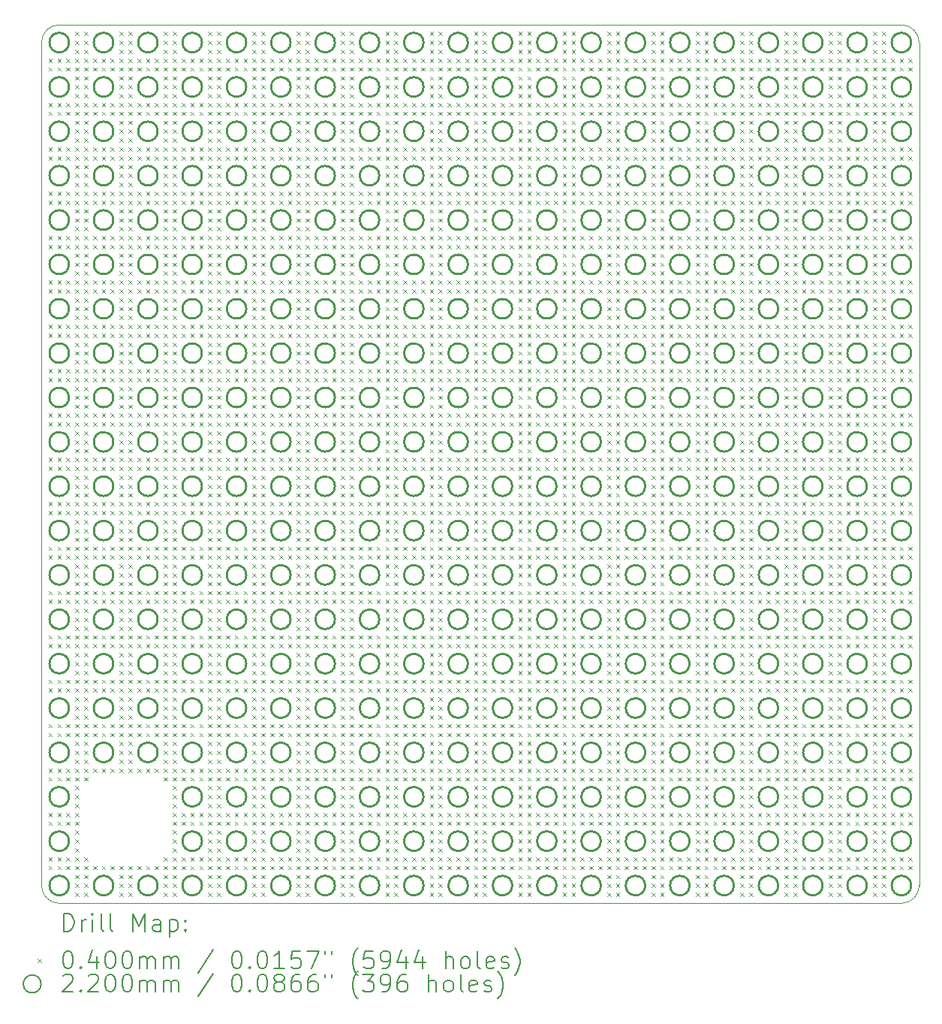
<source format=gbr>
%FSLAX45Y45*%
G04 Gerber Fmt 4.5, Leading zero omitted, Abs format (unit mm)*
G04 Created by KiCad (PCBNEW 6.0.1-79c1e3a40b~116~ubuntu20.04.1) date 2022-01-29 11:27:04*
%MOMM*%
%LPD*%
G01*
G04 APERTURE LIST*
%TA.AperFunction,Profile*%
%ADD10C,0.100000*%
%TD*%
%ADD11C,0.200000*%
%ADD12C,0.040000*%
%ADD13C,0.220000*%
G04 APERTURE END LIST*
D10*
X19400000Y-14600000D02*
G75*
G03*
X19600000Y-14400000I0J200000D01*
G01*
X9700000Y-14400000D02*
X9700000Y-4900000D01*
X19400000Y-14600000D02*
X9900000Y-14600000D01*
X9900000Y-4700000D02*
G75*
G03*
X9700000Y-4900000I0J-200000D01*
G01*
X19600000Y-4900000D02*
G75*
G03*
X19400000Y-4700000I-200000J0D01*
G01*
X19600000Y-4900000D02*
X19600000Y-14400000D01*
X9700000Y-14400000D02*
G75*
G03*
X9900000Y-14600000I200000J0D01*
G01*
X9900000Y-4700000D02*
X19400000Y-4700000D01*
D11*
D12*
X9780000Y-5080000D02*
X9820000Y-5120000D01*
X9820000Y-5080000D02*
X9780000Y-5120000D01*
X9780000Y-5180000D02*
X9820000Y-5220000D01*
X9820000Y-5180000D02*
X9780000Y-5220000D01*
X9780000Y-5580000D02*
X9820000Y-5620000D01*
X9820000Y-5580000D02*
X9780000Y-5620000D01*
X9780000Y-5680000D02*
X9820000Y-5720000D01*
X9820000Y-5680000D02*
X9780000Y-5720000D01*
X9780000Y-6080000D02*
X9820000Y-6120000D01*
X9820000Y-6080000D02*
X9780000Y-6120000D01*
X9780000Y-6180000D02*
X9820000Y-6220000D01*
X9820000Y-6180000D02*
X9780000Y-6220000D01*
X9780000Y-6580000D02*
X9820000Y-6620000D01*
X9820000Y-6580000D02*
X9780000Y-6620000D01*
X9780000Y-6680000D02*
X9820000Y-6720000D01*
X9820000Y-6680000D02*
X9780000Y-6720000D01*
X9780000Y-7080000D02*
X9820000Y-7120000D01*
X9820000Y-7080000D02*
X9780000Y-7120000D01*
X9780000Y-7180000D02*
X9820000Y-7220000D01*
X9820000Y-7180000D02*
X9780000Y-7220000D01*
X9780000Y-7580000D02*
X9820000Y-7620000D01*
X9820000Y-7580000D02*
X9780000Y-7620000D01*
X9780000Y-7680000D02*
X9820000Y-7720000D01*
X9820000Y-7680000D02*
X9780000Y-7720000D01*
X9780000Y-8080000D02*
X9820000Y-8120000D01*
X9820000Y-8080000D02*
X9780000Y-8120000D01*
X9780000Y-8180000D02*
X9820000Y-8220000D01*
X9820000Y-8180000D02*
X9780000Y-8220000D01*
X9780000Y-8580000D02*
X9820000Y-8620000D01*
X9820000Y-8580000D02*
X9780000Y-8620000D01*
X9780000Y-8680000D02*
X9820000Y-8720000D01*
X9820000Y-8680000D02*
X9780000Y-8720000D01*
X9780000Y-9080000D02*
X9820000Y-9120000D01*
X9820000Y-9080000D02*
X9780000Y-9120000D01*
X9780000Y-9180000D02*
X9820000Y-9220000D01*
X9820000Y-9180000D02*
X9780000Y-9220000D01*
X9780000Y-9580000D02*
X9820000Y-9620000D01*
X9820000Y-9580000D02*
X9780000Y-9620000D01*
X9780000Y-9680000D02*
X9820000Y-9720000D01*
X9820000Y-9680000D02*
X9780000Y-9720000D01*
X9780000Y-10080000D02*
X9820000Y-10120000D01*
X9820000Y-10080000D02*
X9780000Y-10120000D01*
X9780000Y-10180000D02*
X9820000Y-10220000D01*
X9820000Y-10180000D02*
X9780000Y-10220000D01*
X9780000Y-10580000D02*
X9820000Y-10620000D01*
X9820000Y-10580000D02*
X9780000Y-10620000D01*
X9780000Y-10680000D02*
X9820000Y-10720000D01*
X9820000Y-10680000D02*
X9780000Y-10720000D01*
X9780000Y-11080000D02*
X9820000Y-11120000D01*
X9820000Y-11080000D02*
X9780000Y-11120000D01*
X9780000Y-11180000D02*
X9820000Y-11220000D01*
X9820000Y-11180000D02*
X9780000Y-11220000D01*
X9780000Y-11580000D02*
X9820000Y-11620000D01*
X9820000Y-11580000D02*
X9780000Y-11620000D01*
X9780000Y-11680000D02*
X9820000Y-11720000D01*
X9820000Y-11680000D02*
X9780000Y-11720000D01*
X9780000Y-12080000D02*
X9820000Y-12120000D01*
X9820000Y-12080000D02*
X9780000Y-12120000D01*
X9780000Y-12180000D02*
X9820000Y-12220000D01*
X9820000Y-12180000D02*
X9780000Y-12220000D01*
X9780000Y-12580000D02*
X9820000Y-12620000D01*
X9820000Y-12580000D02*
X9780000Y-12620000D01*
X9780000Y-12680000D02*
X9820000Y-12720000D01*
X9820000Y-12680000D02*
X9780000Y-12720000D01*
X9780000Y-13080000D02*
X9820000Y-13120000D01*
X9820000Y-13080000D02*
X9780000Y-13120000D01*
X9780000Y-13180000D02*
X9820000Y-13220000D01*
X9820000Y-13180000D02*
X9780000Y-13220000D01*
X9780000Y-13580000D02*
X9820000Y-13620000D01*
X9820000Y-13580000D02*
X9780000Y-13620000D01*
X9780000Y-13680000D02*
X9820000Y-13720000D01*
X9820000Y-13680000D02*
X9780000Y-13720000D01*
X9780000Y-14080000D02*
X9820000Y-14120000D01*
X9820000Y-14080000D02*
X9780000Y-14120000D01*
X9780000Y-14180000D02*
X9820000Y-14220000D01*
X9820000Y-14180000D02*
X9780000Y-14220000D01*
X9880000Y-5080000D02*
X9920000Y-5120000D01*
X9920000Y-5080000D02*
X9880000Y-5120000D01*
X9880000Y-5180000D02*
X9920000Y-5220000D01*
X9920000Y-5180000D02*
X9880000Y-5220000D01*
X9880000Y-5580000D02*
X9920000Y-5620000D01*
X9920000Y-5580000D02*
X9880000Y-5620000D01*
X9880000Y-5680000D02*
X9920000Y-5720000D01*
X9920000Y-5680000D02*
X9880000Y-5720000D01*
X9880000Y-6080000D02*
X9920000Y-6120000D01*
X9920000Y-6080000D02*
X9880000Y-6120000D01*
X9880000Y-6180000D02*
X9920000Y-6220000D01*
X9920000Y-6180000D02*
X9880000Y-6220000D01*
X9880000Y-6580000D02*
X9920000Y-6620000D01*
X9920000Y-6580000D02*
X9880000Y-6620000D01*
X9880000Y-6680000D02*
X9920000Y-6720000D01*
X9920000Y-6680000D02*
X9880000Y-6720000D01*
X9880000Y-7080000D02*
X9920000Y-7120000D01*
X9920000Y-7080000D02*
X9880000Y-7120000D01*
X9880000Y-7180000D02*
X9920000Y-7220000D01*
X9920000Y-7180000D02*
X9880000Y-7220000D01*
X9880000Y-7580000D02*
X9920000Y-7620000D01*
X9920000Y-7580000D02*
X9880000Y-7620000D01*
X9880000Y-7680000D02*
X9920000Y-7720000D01*
X9920000Y-7680000D02*
X9880000Y-7720000D01*
X9880000Y-8080000D02*
X9920000Y-8120000D01*
X9920000Y-8080000D02*
X9880000Y-8120000D01*
X9880000Y-8180000D02*
X9920000Y-8220000D01*
X9920000Y-8180000D02*
X9880000Y-8220000D01*
X9880000Y-8580000D02*
X9920000Y-8620000D01*
X9920000Y-8580000D02*
X9880000Y-8620000D01*
X9880000Y-8680000D02*
X9920000Y-8720000D01*
X9920000Y-8680000D02*
X9880000Y-8720000D01*
X9880000Y-9080000D02*
X9920000Y-9120000D01*
X9920000Y-9080000D02*
X9880000Y-9120000D01*
X9880000Y-9180000D02*
X9920000Y-9220000D01*
X9920000Y-9180000D02*
X9880000Y-9220000D01*
X9880000Y-9580000D02*
X9920000Y-9620000D01*
X9920000Y-9580000D02*
X9880000Y-9620000D01*
X9880000Y-9680000D02*
X9920000Y-9720000D01*
X9920000Y-9680000D02*
X9880000Y-9720000D01*
X9880000Y-10080000D02*
X9920000Y-10120000D01*
X9920000Y-10080000D02*
X9880000Y-10120000D01*
X9880000Y-10180000D02*
X9920000Y-10220000D01*
X9920000Y-10180000D02*
X9880000Y-10220000D01*
X9880000Y-10580000D02*
X9920000Y-10620000D01*
X9920000Y-10580000D02*
X9880000Y-10620000D01*
X9880000Y-10680000D02*
X9920000Y-10720000D01*
X9920000Y-10680000D02*
X9880000Y-10720000D01*
X9880000Y-11080000D02*
X9920000Y-11120000D01*
X9920000Y-11080000D02*
X9880000Y-11120000D01*
X9880000Y-11180000D02*
X9920000Y-11220000D01*
X9920000Y-11180000D02*
X9880000Y-11220000D01*
X9880000Y-11580000D02*
X9920000Y-11620000D01*
X9920000Y-11580000D02*
X9880000Y-11620000D01*
X9880000Y-11680000D02*
X9920000Y-11720000D01*
X9920000Y-11680000D02*
X9880000Y-11720000D01*
X9880000Y-12080000D02*
X9920000Y-12120000D01*
X9920000Y-12080000D02*
X9880000Y-12120000D01*
X9880000Y-12180000D02*
X9920000Y-12220000D01*
X9920000Y-12180000D02*
X9880000Y-12220000D01*
X9880000Y-12580000D02*
X9920000Y-12620000D01*
X9920000Y-12580000D02*
X9880000Y-12620000D01*
X9880000Y-12680000D02*
X9920000Y-12720000D01*
X9920000Y-12680000D02*
X9880000Y-12720000D01*
X9880000Y-13080000D02*
X9920000Y-13120000D01*
X9920000Y-13080000D02*
X9880000Y-13120000D01*
X9880000Y-13180000D02*
X9920000Y-13220000D01*
X9920000Y-13180000D02*
X9880000Y-13220000D01*
X9880000Y-13580000D02*
X9920000Y-13620000D01*
X9920000Y-13580000D02*
X9880000Y-13620000D01*
X9880000Y-13680000D02*
X9920000Y-13720000D01*
X9920000Y-13680000D02*
X9880000Y-13720000D01*
X9880000Y-14080000D02*
X9920000Y-14120000D01*
X9920000Y-14080000D02*
X9880000Y-14120000D01*
X9880000Y-14180000D02*
X9920000Y-14220000D01*
X9920000Y-14180000D02*
X9880000Y-14220000D01*
X9980000Y-5080000D02*
X10020000Y-5120000D01*
X10020000Y-5080000D02*
X9980000Y-5120000D01*
X9980000Y-5180000D02*
X10020000Y-5220000D01*
X10020000Y-5180000D02*
X9980000Y-5220000D01*
X9980000Y-5580000D02*
X10020000Y-5620000D01*
X10020000Y-5580000D02*
X9980000Y-5620000D01*
X9980000Y-5680000D02*
X10020000Y-5720000D01*
X10020000Y-5680000D02*
X9980000Y-5720000D01*
X9980000Y-6080000D02*
X10020000Y-6120000D01*
X10020000Y-6080000D02*
X9980000Y-6120000D01*
X9980000Y-6180000D02*
X10020000Y-6220000D01*
X10020000Y-6180000D02*
X9980000Y-6220000D01*
X9980000Y-6580000D02*
X10020000Y-6620000D01*
X10020000Y-6580000D02*
X9980000Y-6620000D01*
X9980000Y-6680000D02*
X10020000Y-6720000D01*
X10020000Y-6680000D02*
X9980000Y-6720000D01*
X9980000Y-7080000D02*
X10020000Y-7120000D01*
X10020000Y-7080000D02*
X9980000Y-7120000D01*
X9980000Y-7180000D02*
X10020000Y-7220000D01*
X10020000Y-7180000D02*
X9980000Y-7220000D01*
X9980000Y-7580000D02*
X10020000Y-7620000D01*
X10020000Y-7580000D02*
X9980000Y-7620000D01*
X9980000Y-7680000D02*
X10020000Y-7720000D01*
X10020000Y-7680000D02*
X9980000Y-7720000D01*
X9980000Y-8080000D02*
X10020000Y-8120000D01*
X10020000Y-8080000D02*
X9980000Y-8120000D01*
X9980000Y-8180000D02*
X10020000Y-8220000D01*
X10020000Y-8180000D02*
X9980000Y-8220000D01*
X9980000Y-8580000D02*
X10020000Y-8620000D01*
X10020000Y-8580000D02*
X9980000Y-8620000D01*
X9980000Y-8680000D02*
X10020000Y-8720000D01*
X10020000Y-8680000D02*
X9980000Y-8720000D01*
X9980000Y-9080000D02*
X10020000Y-9120000D01*
X10020000Y-9080000D02*
X9980000Y-9120000D01*
X9980000Y-9180000D02*
X10020000Y-9220000D01*
X10020000Y-9180000D02*
X9980000Y-9220000D01*
X9980000Y-9580000D02*
X10020000Y-9620000D01*
X10020000Y-9580000D02*
X9980000Y-9620000D01*
X9980000Y-9680000D02*
X10020000Y-9720000D01*
X10020000Y-9680000D02*
X9980000Y-9720000D01*
X9980000Y-10080000D02*
X10020000Y-10120000D01*
X10020000Y-10080000D02*
X9980000Y-10120000D01*
X9980000Y-10180000D02*
X10020000Y-10220000D01*
X10020000Y-10180000D02*
X9980000Y-10220000D01*
X9980000Y-10580000D02*
X10020000Y-10620000D01*
X10020000Y-10580000D02*
X9980000Y-10620000D01*
X9980000Y-10680000D02*
X10020000Y-10720000D01*
X10020000Y-10680000D02*
X9980000Y-10720000D01*
X9980000Y-11080000D02*
X10020000Y-11120000D01*
X10020000Y-11080000D02*
X9980000Y-11120000D01*
X9980000Y-11180000D02*
X10020000Y-11220000D01*
X10020000Y-11180000D02*
X9980000Y-11220000D01*
X9980000Y-11580000D02*
X10020000Y-11620000D01*
X10020000Y-11580000D02*
X9980000Y-11620000D01*
X9980000Y-11680000D02*
X10020000Y-11720000D01*
X10020000Y-11680000D02*
X9980000Y-11720000D01*
X9980000Y-12080000D02*
X10020000Y-12120000D01*
X10020000Y-12080000D02*
X9980000Y-12120000D01*
X9980000Y-12180000D02*
X10020000Y-12220000D01*
X10020000Y-12180000D02*
X9980000Y-12220000D01*
X9980000Y-12580000D02*
X10020000Y-12620000D01*
X10020000Y-12580000D02*
X9980000Y-12620000D01*
X9980000Y-12680000D02*
X10020000Y-12720000D01*
X10020000Y-12680000D02*
X9980000Y-12720000D01*
X9980000Y-13080000D02*
X10020000Y-13120000D01*
X10020000Y-13080000D02*
X9980000Y-13120000D01*
X9980000Y-13180000D02*
X10020000Y-13220000D01*
X10020000Y-13180000D02*
X9980000Y-13220000D01*
X9980000Y-13580000D02*
X10020000Y-13620000D01*
X10020000Y-13580000D02*
X9980000Y-13620000D01*
X9980000Y-13680000D02*
X10020000Y-13720000D01*
X10020000Y-13680000D02*
X9980000Y-13720000D01*
X9980000Y-14080000D02*
X10020000Y-14120000D01*
X10020000Y-14080000D02*
X9980000Y-14120000D01*
X9980000Y-14180000D02*
X10020000Y-14220000D01*
X10020000Y-14180000D02*
X9980000Y-14220000D01*
X10080000Y-4780000D02*
X10120000Y-4820000D01*
X10120000Y-4780000D02*
X10080000Y-4820000D01*
X10080000Y-4880000D02*
X10120000Y-4920000D01*
X10120000Y-4880000D02*
X10080000Y-4920000D01*
X10080000Y-4980000D02*
X10120000Y-5020000D01*
X10120000Y-4980000D02*
X10080000Y-5020000D01*
X10080000Y-5080000D02*
X10120000Y-5120000D01*
X10120000Y-5080000D02*
X10080000Y-5120000D01*
X10080000Y-5180000D02*
X10120000Y-5220000D01*
X10120000Y-5180000D02*
X10080000Y-5220000D01*
X10080000Y-5280000D02*
X10120000Y-5320000D01*
X10120000Y-5280000D02*
X10080000Y-5320000D01*
X10080000Y-5380000D02*
X10120000Y-5420000D01*
X10120000Y-5380000D02*
X10080000Y-5420000D01*
X10080000Y-5480000D02*
X10120000Y-5520000D01*
X10120000Y-5480000D02*
X10080000Y-5520000D01*
X10080000Y-5580000D02*
X10120000Y-5620000D01*
X10120000Y-5580000D02*
X10080000Y-5620000D01*
X10080000Y-5680000D02*
X10120000Y-5720000D01*
X10120000Y-5680000D02*
X10080000Y-5720000D01*
X10080000Y-5780000D02*
X10120000Y-5820000D01*
X10120000Y-5780000D02*
X10080000Y-5820000D01*
X10080000Y-5880000D02*
X10120000Y-5920000D01*
X10120000Y-5880000D02*
X10080000Y-5920000D01*
X10080000Y-5980000D02*
X10120000Y-6020000D01*
X10120000Y-5980000D02*
X10080000Y-6020000D01*
X10080000Y-6080000D02*
X10120000Y-6120000D01*
X10120000Y-6080000D02*
X10080000Y-6120000D01*
X10080000Y-6180000D02*
X10120000Y-6220000D01*
X10120000Y-6180000D02*
X10080000Y-6220000D01*
X10080000Y-6280000D02*
X10120000Y-6320000D01*
X10120000Y-6280000D02*
X10080000Y-6320000D01*
X10080000Y-6380000D02*
X10120000Y-6420000D01*
X10120000Y-6380000D02*
X10080000Y-6420000D01*
X10080000Y-6480000D02*
X10120000Y-6520000D01*
X10120000Y-6480000D02*
X10080000Y-6520000D01*
X10080000Y-6580000D02*
X10120000Y-6620000D01*
X10120000Y-6580000D02*
X10080000Y-6620000D01*
X10080000Y-6680000D02*
X10120000Y-6720000D01*
X10120000Y-6680000D02*
X10080000Y-6720000D01*
X10080000Y-6780000D02*
X10120000Y-6820000D01*
X10120000Y-6780000D02*
X10080000Y-6820000D01*
X10080000Y-6880000D02*
X10120000Y-6920000D01*
X10120000Y-6880000D02*
X10080000Y-6920000D01*
X10080000Y-6980000D02*
X10120000Y-7020000D01*
X10120000Y-6980000D02*
X10080000Y-7020000D01*
X10080000Y-7080000D02*
X10120000Y-7120000D01*
X10120000Y-7080000D02*
X10080000Y-7120000D01*
X10080000Y-7180000D02*
X10120000Y-7220000D01*
X10120000Y-7180000D02*
X10080000Y-7220000D01*
X10080000Y-7280000D02*
X10120000Y-7320000D01*
X10120000Y-7280000D02*
X10080000Y-7320000D01*
X10080000Y-7380000D02*
X10120000Y-7420000D01*
X10120000Y-7380000D02*
X10080000Y-7420000D01*
X10080000Y-7480000D02*
X10120000Y-7520000D01*
X10120000Y-7480000D02*
X10080000Y-7520000D01*
X10080000Y-7580000D02*
X10120000Y-7620000D01*
X10120000Y-7580000D02*
X10080000Y-7620000D01*
X10080000Y-7680000D02*
X10120000Y-7720000D01*
X10120000Y-7680000D02*
X10080000Y-7720000D01*
X10080000Y-7780000D02*
X10120000Y-7820000D01*
X10120000Y-7780000D02*
X10080000Y-7820000D01*
X10080000Y-7880000D02*
X10120000Y-7920000D01*
X10120000Y-7880000D02*
X10080000Y-7920000D01*
X10080000Y-7980000D02*
X10120000Y-8020000D01*
X10120000Y-7980000D02*
X10080000Y-8020000D01*
X10080000Y-8080000D02*
X10120000Y-8120000D01*
X10120000Y-8080000D02*
X10080000Y-8120000D01*
X10080000Y-8180000D02*
X10120000Y-8220000D01*
X10120000Y-8180000D02*
X10080000Y-8220000D01*
X10080000Y-8280000D02*
X10120000Y-8320000D01*
X10120000Y-8280000D02*
X10080000Y-8320000D01*
X10080000Y-8380000D02*
X10120000Y-8420000D01*
X10120000Y-8380000D02*
X10080000Y-8420000D01*
X10080000Y-8480000D02*
X10120000Y-8520000D01*
X10120000Y-8480000D02*
X10080000Y-8520000D01*
X10080000Y-8580000D02*
X10120000Y-8620000D01*
X10120000Y-8580000D02*
X10080000Y-8620000D01*
X10080000Y-8680000D02*
X10120000Y-8720000D01*
X10120000Y-8680000D02*
X10080000Y-8720000D01*
X10080000Y-8780000D02*
X10120000Y-8820000D01*
X10120000Y-8780000D02*
X10080000Y-8820000D01*
X10080000Y-8880000D02*
X10120000Y-8920000D01*
X10120000Y-8880000D02*
X10080000Y-8920000D01*
X10080000Y-8980000D02*
X10120000Y-9020000D01*
X10120000Y-8980000D02*
X10080000Y-9020000D01*
X10080000Y-9080000D02*
X10120000Y-9120000D01*
X10120000Y-9080000D02*
X10080000Y-9120000D01*
X10080000Y-9180000D02*
X10120000Y-9220000D01*
X10120000Y-9180000D02*
X10080000Y-9220000D01*
X10080000Y-9280000D02*
X10120000Y-9320000D01*
X10120000Y-9280000D02*
X10080000Y-9320000D01*
X10080000Y-9380000D02*
X10120000Y-9420000D01*
X10120000Y-9380000D02*
X10080000Y-9420000D01*
X10080000Y-9480000D02*
X10120000Y-9520000D01*
X10120000Y-9480000D02*
X10080000Y-9520000D01*
X10080000Y-9580000D02*
X10120000Y-9620000D01*
X10120000Y-9580000D02*
X10080000Y-9620000D01*
X10080000Y-9680000D02*
X10120000Y-9720000D01*
X10120000Y-9680000D02*
X10080000Y-9720000D01*
X10080000Y-9780000D02*
X10120000Y-9820000D01*
X10120000Y-9780000D02*
X10080000Y-9820000D01*
X10080000Y-9880000D02*
X10120000Y-9920000D01*
X10120000Y-9880000D02*
X10080000Y-9920000D01*
X10080000Y-9980000D02*
X10120000Y-10020000D01*
X10120000Y-9980000D02*
X10080000Y-10020000D01*
X10080000Y-10080000D02*
X10120000Y-10120000D01*
X10120000Y-10080000D02*
X10080000Y-10120000D01*
X10080000Y-10180000D02*
X10120000Y-10220000D01*
X10120000Y-10180000D02*
X10080000Y-10220000D01*
X10080000Y-10280000D02*
X10120000Y-10320000D01*
X10120000Y-10280000D02*
X10080000Y-10320000D01*
X10080000Y-10380000D02*
X10120000Y-10420000D01*
X10120000Y-10380000D02*
X10080000Y-10420000D01*
X10080000Y-10480000D02*
X10120000Y-10520000D01*
X10120000Y-10480000D02*
X10080000Y-10520000D01*
X10080000Y-10580000D02*
X10120000Y-10620000D01*
X10120000Y-10580000D02*
X10080000Y-10620000D01*
X10080000Y-10680000D02*
X10120000Y-10720000D01*
X10120000Y-10680000D02*
X10080000Y-10720000D01*
X10080000Y-10780000D02*
X10120000Y-10820000D01*
X10120000Y-10780000D02*
X10080000Y-10820000D01*
X10080000Y-10880000D02*
X10120000Y-10920000D01*
X10120000Y-10880000D02*
X10080000Y-10920000D01*
X10080000Y-10980000D02*
X10120000Y-11020000D01*
X10120000Y-10980000D02*
X10080000Y-11020000D01*
X10080000Y-11080000D02*
X10120000Y-11120000D01*
X10120000Y-11080000D02*
X10080000Y-11120000D01*
X10080000Y-11180000D02*
X10120000Y-11220000D01*
X10120000Y-11180000D02*
X10080000Y-11220000D01*
X10080000Y-11280000D02*
X10120000Y-11320000D01*
X10120000Y-11280000D02*
X10080000Y-11320000D01*
X10080000Y-11380000D02*
X10120000Y-11420000D01*
X10120000Y-11380000D02*
X10080000Y-11420000D01*
X10080000Y-11480000D02*
X10120000Y-11520000D01*
X10120000Y-11480000D02*
X10080000Y-11520000D01*
X10080000Y-11580000D02*
X10120000Y-11620000D01*
X10120000Y-11580000D02*
X10080000Y-11620000D01*
X10080000Y-11680000D02*
X10120000Y-11720000D01*
X10120000Y-11680000D02*
X10080000Y-11720000D01*
X10080000Y-11780000D02*
X10120000Y-11820000D01*
X10120000Y-11780000D02*
X10080000Y-11820000D01*
X10080000Y-11880000D02*
X10120000Y-11920000D01*
X10120000Y-11880000D02*
X10080000Y-11920000D01*
X10080000Y-11980000D02*
X10120000Y-12020000D01*
X10120000Y-11980000D02*
X10080000Y-12020000D01*
X10080000Y-12080000D02*
X10120000Y-12120000D01*
X10120000Y-12080000D02*
X10080000Y-12120000D01*
X10080000Y-12180000D02*
X10120000Y-12220000D01*
X10120000Y-12180000D02*
X10080000Y-12220000D01*
X10080000Y-12280000D02*
X10120000Y-12320000D01*
X10120000Y-12280000D02*
X10080000Y-12320000D01*
X10080000Y-12380000D02*
X10120000Y-12420000D01*
X10120000Y-12380000D02*
X10080000Y-12420000D01*
X10080000Y-12480000D02*
X10120000Y-12520000D01*
X10120000Y-12480000D02*
X10080000Y-12520000D01*
X10080000Y-12580000D02*
X10120000Y-12620000D01*
X10120000Y-12580000D02*
X10080000Y-12620000D01*
X10080000Y-12680000D02*
X10120000Y-12720000D01*
X10120000Y-12680000D02*
X10080000Y-12720000D01*
X10080000Y-12780000D02*
X10120000Y-12820000D01*
X10120000Y-12780000D02*
X10080000Y-12820000D01*
X10080000Y-12880000D02*
X10120000Y-12920000D01*
X10120000Y-12880000D02*
X10080000Y-12920000D01*
X10080000Y-12980000D02*
X10120000Y-13020000D01*
X10120000Y-12980000D02*
X10080000Y-13020000D01*
X10080000Y-13080000D02*
X10120000Y-13120000D01*
X10120000Y-13080000D02*
X10080000Y-13120000D01*
X10080000Y-13180000D02*
X10120000Y-13220000D01*
X10120000Y-13180000D02*
X10080000Y-13220000D01*
X10080000Y-13280000D02*
X10120000Y-13320000D01*
X10120000Y-13280000D02*
X10080000Y-13320000D01*
X10080000Y-13380000D02*
X10120000Y-13420000D01*
X10120000Y-13380000D02*
X10080000Y-13420000D01*
X10080000Y-13480000D02*
X10120000Y-13520000D01*
X10120000Y-13480000D02*
X10080000Y-13520000D01*
X10080000Y-13580000D02*
X10120000Y-13620000D01*
X10120000Y-13580000D02*
X10080000Y-13620000D01*
X10080000Y-13680000D02*
X10120000Y-13720000D01*
X10120000Y-13680000D02*
X10080000Y-13720000D01*
X10080000Y-13780000D02*
X10120000Y-13820000D01*
X10120000Y-13780000D02*
X10080000Y-13820000D01*
X10080000Y-13880000D02*
X10120000Y-13920000D01*
X10120000Y-13880000D02*
X10080000Y-13920000D01*
X10080000Y-13980000D02*
X10120000Y-14020000D01*
X10120000Y-13980000D02*
X10080000Y-14020000D01*
X10080000Y-14080000D02*
X10120000Y-14120000D01*
X10120000Y-14080000D02*
X10080000Y-14120000D01*
X10080000Y-14180000D02*
X10120000Y-14220000D01*
X10120000Y-14180000D02*
X10080000Y-14220000D01*
X10080000Y-14280000D02*
X10120000Y-14320000D01*
X10120000Y-14280000D02*
X10080000Y-14320000D01*
X10080000Y-14380000D02*
X10120000Y-14420000D01*
X10120000Y-14380000D02*
X10080000Y-14420000D01*
X10080000Y-14480000D02*
X10120000Y-14520000D01*
X10120000Y-14480000D02*
X10080000Y-14520000D01*
X10180000Y-4780000D02*
X10220000Y-4820000D01*
X10220000Y-4780000D02*
X10180000Y-4820000D01*
X10180000Y-4880000D02*
X10220000Y-4920000D01*
X10220000Y-4880000D02*
X10180000Y-4920000D01*
X10180000Y-4980000D02*
X10220000Y-5020000D01*
X10220000Y-4980000D02*
X10180000Y-5020000D01*
X10180000Y-5080000D02*
X10220000Y-5120000D01*
X10220000Y-5080000D02*
X10180000Y-5120000D01*
X10180000Y-5180000D02*
X10220000Y-5220000D01*
X10220000Y-5180000D02*
X10180000Y-5220000D01*
X10180000Y-5280000D02*
X10220000Y-5320000D01*
X10220000Y-5280000D02*
X10180000Y-5320000D01*
X10180000Y-5380000D02*
X10220000Y-5420000D01*
X10220000Y-5380000D02*
X10180000Y-5420000D01*
X10180000Y-5480000D02*
X10220000Y-5520000D01*
X10220000Y-5480000D02*
X10180000Y-5520000D01*
X10180000Y-5580000D02*
X10220000Y-5620000D01*
X10220000Y-5580000D02*
X10180000Y-5620000D01*
X10180000Y-5680000D02*
X10220000Y-5720000D01*
X10220000Y-5680000D02*
X10180000Y-5720000D01*
X10180000Y-5780000D02*
X10220000Y-5820000D01*
X10220000Y-5780000D02*
X10180000Y-5820000D01*
X10180000Y-5880000D02*
X10220000Y-5920000D01*
X10220000Y-5880000D02*
X10180000Y-5920000D01*
X10180000Y-5980000D02*
X10220000Y-6020000D01*
X10220000Y-5980000D02*
X10180000Y-6020000D01*
X10180000Y-6080000D02*
X10220000Y-6120000D01*
X10220000Y-6080000D02*
X10180000Y-6120000D01*
X10180000Y-6180000D02*
X10220000Y-6220000D01*
X10220000Y-6180000D02*
X10180000Y-6220000D01*
X10180000Y-6280000D02*
X10220000Y-6320000D01*
X10220000Y-6280000D02*
X10180000Y-6320000D01*
X10180000Y-6380000D02*
X10220000Y-6420000D01*
X10220000Y-6380000D02*
X10180000Y-6420000D01*
X10180000Y-6480000D02*
X10220000Y-6520000D01*
X10220000Y-6480000D02*
X10180000Y-6520000D01*
X10180000Y-6580000D02*
X10220000Y-6620000D01*
X10220000Y-6580000D02*
X10180000Y-6620000D01*
X10180000Y-6680000D02*
X10220000Y-6720000D01*
X10220000Y-6680000D02*
X10180000Y-6720000D01*
X10180000Y-6780000D02*
X10220000Y-6820000D01*
X10220000Y-6780000D02*
X10180000Y-6820000D01*
X10180000Y-6880000D02*
X10220000Y-6920000D01*
X10220000Y-6880000D02*
X10180000Y-6920000D01*
X10180000Y-6980000D02*
X10220000Y-7020000D01*
X10220000Y-6980000D02*
X10180000Y-7020000D01*
X10180000Y-7080000D02*
X10220000Y-7120000D01*
X10220000Y-7080000D02*
X10180000Y-7120000D01*
X10180000Y-7180000D02*
X10220000Y-7220000D01*
X10220000Y-7180000D02*
X10180000Y-7220000D01*
X10180000Y-7280000D02*
X10220000Y-7320000D01*
X10220000Y-7280000D02*
X10180000Y-7320000D01*
X10180000Y-7380000D02*
X10220000Y-7420000D01*
X10220000Y-7380000D02*
X10180000Y-7420000D01*
X10180000Y-7480000D02*
X10220000Y-7520000D01*
X10220000Y-7480000D02*
X10180000Y-7520000D01*
X10180000Y-7580000D02*
X10220000Y-7620000D01*
X10220000Y-7580000D02*
X10180000Y-7620000D01*
X10180000Y-7680000D02*
X10220000Y-7720000D01*
X10220000Y-7680000D02*
X10180000Y-7720000D01*
X10180000Y-7780000D02*
X10220000Y-7820000D01*
X10220000Y-7780000D02*
X10180000Y-7820000D01*
X10180000Y-7880000D02*
X10220000Y-7920000D01*
X10220000Y-7880000D02*
X10180000Y-7920000D01*
X10180000Y-7980000D02*
X10220000Y-8020000D01*
X10220000Y-7980000D02*
X10180000Y-8020000D01*
X10180000Y-8080000D02*
X10220000Y-8120000D01*
X10220000Y-8080000D02*
X10180000Y-8120000D01*
X10180000Y-8180000D02*
X10220000Y-8220000D01*
X10220000Y-8180000D02*
X10180000Y-8220000D01*
X10180000Y-8280000D02*
X10220000Y-8320000D01*
X10220000Y-8280000D02*
X10180000Y-8320000D01*
X10180000Y-8380000D02*
X10220000Y-8420000D01*
X10220000Y-8380000D02*
X10180000Y-8420000D01*
X10180000Y-8480000D02*
X10220000Y-8520000D01*
X10220000Y-8480000D02*
X10180000Y-8520000D01*
X10180000Y-8580000D02*
X10220000Y-8620000D01*
X10220000Y-8580000D02*
X10180000Y-8620000D01*
X10180000Y-8680000D02*
X10220000Y-8720000D01*
X10220000Y-8680000D02*
X10180000Y-8720000D01*
X10180000Y-8780000D02*
X10220000Y-8820000D01*
X10220000Y-8780000D02*
X10180000Y-8820000D01*
X10180000Y-8880000D02*
X10220000Y-8920000D01*
X10220000Y-8880000D02*
X10180000Y-8920000D01*
X10180000Y-8980000D02*
X10220000Y-9020000D01*
X10220000Y-8980000D02*
X10180000Y-9020000D01*
X10180000Y-9080000D02*
X10220000Y-9120000D01*
X10220000Y-9080000D02*
X10180000Y-9120000D01*
X10180000Y-9180000D02*
X10220000Y-9220000D01*
X10220000Y-9180000D02*
X10180000Y-9220000D01*
X10180000Y-9280000D02*
X10220000Y-9320000D01*
X10220000Y-9280000D02*
X10180000Y-9320000D01*
X10180000Y-9380000D02*
X10220000Y-9420000D01*
X10220000Y-9380000D02*
X10180000Y-9420000D01*
X10180000Y-9480000D02*
X10220000Y-9520000D01*
X10220000Y-9480000D02*
X10180000Y-9520000D01*
X10180000Y-9580000D02*
X10220000Y-9620000D01*
X10220000Y-9580000D02*
X10180000Y-9620000D01*
X10180000Y-9680000D02*
X10220000Y-9720000D01*
X10220000Y-9680000D02*
X10180000Y-9720000D01*
X10180000Y-9780000D02*
X10220000Y-9820000D01*
X10220000Y-9780000D02*
X10180000Y-9820000D01*
X10180000Y-9880000D02*
X10220000Y-9920000D01*
X10220000Y-9880000D02*
X10180000Y-9920000D01*
X10180000Y-9980000D02*
X10220000Y-10020000D01*
X10220000Y-9980000D02*
X10180000Y-10020000D01*
X10180000Y-10080000D02*
X10220000Y-10120000D01*
X10220000Y-10080000D02*
X10180000Y-10120000D01*
X10180000Y-10180000D02*
X10220000Y-10220000D01*
X10220000Y-10180000D02*
X10180000Y-10220000D01*
X10180000Y-10280000D02*
X10220000Y-10320000D01*
X10220000Y-10280000D02*
X10180000Y-10320000D01*
X10180000Y-10380000D02*
X10220000Y-10420000D01*
X10220000Y-10380000D02*
X10180000Y-10420000D01*
X10180000Y-10480000D02*
X10220000Y-10520000D01*
X10220000Y-10480000D02*
X10180000Y-10520000D01*
X10180000Y-10580000D02*
X10220000Y-10620000D01*
X10220000Y-10580000D02*
X10180000Y-10620000D01*
X10180000Y-10680000D02*
X10220000Y-10720000D01*
X10220000Y-10680000D02*
X10180000Y-10720000D01*
X10180000Y-10780000D02*
X10220000Y-10820000D01*
X10220000Y-10780000D02*
X10180000Y-10820000D01*
X10180000Y-10880000D02*
X10220000Y-10920000D01*
X10220000Y-10880000D02*
X10180000Y-10920000D01*
X10180000Y-10980000D02*
X10220000Y-11020000D01*
X10220000Y-10980000D02*
X10180000Y-11020000D01*
X10180000Y-11080000D02*
X10220000Y-11120000D01*
X10220000Y-11080000D02*
X10180000Y-11120000D01*
X10180000Y-11180000D02*
X10220000Y-11220000D01*
X10220000Y-11180000D02*
X10180000Y-11220000D01*
X10180000Y-11280000D02*
X10220000Y-11320000D01*
X10220000Y-11280000D02*
X10180000Y-11320000D01*
X10180000Y-11380000D02*
X10220000Y-11420000D01*
X10220000Y-11380000D02*
X10180000Y-11420000D01*
X10180000Y-11480000D02*
X10220000Y-11520000D01*
X10220000Y-11480000D02*
X10180000Y-11520000D01*
X10180000Y-11580000D02*
X10220000Y-11620000D01*
X10220000Y-11580000D02*
X10180000Y-11620000D01*
X10180000Y-11680000D02*
X10220000Y-11720000D01*
X10220000Y-11680000D02*
X10180000Y-11720000D01*
X10180000Y-11780000D02*
X10220000Y-11820000D01*
X10220000Y-11780000D02*
X10180000Y-11820000D01*
X10180000Y-11880000D02*
X10220000Y-11920000D01*
X10220000Y-11880000D02*
X10180000Y-11920000D01*
X10180000Y-11980000D02*
X10220000Y-12020000D01*
X10220000Y-11980000D02*
X10180000Y-12020000D01*
X10180000Y-12080000D02*
X10220000Y-12120000D01*
X10220000Y-12080000D02*
X10180000Y-12120000D01*
X10180000Y-12180000D02*
X10220000Y-12220000D01*
X10220000Y-12180000D02*
X10180000Y-12220000D01*
X10180000Y-12280000D02*
X10220000Y-12320000D01*
X10220000Y-12280000D02*
X10180000Y-12320000D01*
X10180000Y-12380000D02*
X10220000Y-12420000D01*
X10220000Y-12380000D02*
X10180000Y-12420000D01*
X10180000Y-12480000D02*
X10220000Y-12520000D01*
X10220000Y-12480000D02*
X10180000Y-12520000D01*
X10180000Y-12580000D02*
X10220000Y-12620000D01*
X10220000Y-12580000D02*
X10180000Y-12620000D01*
X10180000Y-12680000D02*
X10220000Y-12720000D01*
X10220000Y-12680000D02*
X10180000Y-12720000D01*
X10180000Y-12780000D02*
X10220000Y-12820000D01*
X10220000Y-12780000D02*
X10180000Y-12820000D01*
X10180000Y-12880000D02*
X10220000Y-12920000D01*
X10220000Y-12880000D02*
X10180000Y-12920000D01*
X10180000Y-12980000D02*
X10220000Y-13020000D01*
X10220000Y-12980000D02*
X10180000Y-13020000D01*
X10180000Y-13080000D02*
X10220000Y-13120000D01*
X10220000Y-13080000D02*
X10180000Y-13120000D01*
X10180000Y-13180000D02*
X10220000Y-13220000D01*
X10220000Y-13180000D02*
X10180000Y-13220000D01*
X10180000Y-14080000D02*
X10220000Y-14120000D01*
X10220000Y-14080000D02*
X10180000Y-14120000D01*
X10180000Y-14180000D02*
X10220000Y-14220000D01*
X10220000Y-14180000D02*
X10180000Y-14220000D01*
X10180000Y-14280000D02*
X10220000Y-14320000D01*
X10220000Y-14280000D02*
X10180000Y-14320000D01*
X10180000Y-14380000D02*
X10220000Y-14420000D01*
X10220000Y-14380000D02*
X10180000Y-14420000D01*
X10180000Y-14480000D02*
X10220000Y-14520000D01*
X10220000Y-14480000D02*
X10180000Y-14520000D01*
X10280000Y-5080000D02*
X10320000Y-5120000D01*
X10320000Y-5080000D02*
X10280000Y-5120000D01*
X10280000Y-5180000D02*
X10320000Y-5220000D01*
X10320000Y-5180000D02*
X10280000Y-5220000D01*
X10280000Y-5580000D02*
X10320000Y-5620000D01*
X10320000Y-5580000D02*
X10280000Y-5620000D01*
X10280000Y-5680000D02*
X10320000Y-5720000D01*
X10320000Y-5680000D02*
X10280000Y-5720000D01*
X10280000Y-6080000D02*
X10320000Y-6120000D01*
X10320000Y-6080000D02*
X10280000Y-6120000D01*
X10280000Y-6180000D02*
X10320000Y-6220000D01*
X10320000Y-6180000D02*
X10280000Y-6220000D01*
X10280000Y-6580000D02*
X10320000Y-6620000D01*
X10320000Y-6580000D02*
X10280000Y-6620000D01*
X10280000Y-6680000D02*
X10320000Y-6720000D01*
X10320000Y-6680000D02*
X10280000Y-6720000D01*
X10280000Y-7080000D02*
X10320000Y-7120000D01*
X10320000Y-7080000D02*
X10280000Y-7120000D01*
X10280000Y-7180000D02*
X10320000Y-7220000D01*
X10320000Y-7180000D02*
X10280000Y-7220000D01*
X10280000Y-7580000D02*
X10320000Y-7620000D01*
X10320000Y-7580000D02*
X10280000Y-7620000D01*
X10280000Y-7680000D02*
X10320000Y-7720000D01*
X10320000Y-7680000D02*
X10280000Y-7720000D01*
X10280000Y-8080000D02*
X10320000Y-8120000D01*
X10320000Y-8080000D02*
X10280000Y-8120000D01*
X10280000Y-8180000D02*
X10320000Y-8220000D01*
X10320000Y-8180000D02*
X10280000Y-8220000D01*
X10280000Y-8580000D02*
X10320000Y-8620000D01*
X10320000Y-8580000D02*
X10280000Y-8620000D01*
X10280000Y-8680000D02*
X10320000Y-8720000D01*
X10320000Y-8680000D02*
X10280000Y-8720000D01*
X10280000Y-9080000D02*
X10320000Y-9120000D01*
X10320000Y-9080000D02*
X10280000Y-9120000D01*
X10280000Y-9180000D02*
X10320000Y-9220000D01*
X10320000Y-9180000D02*
X10280000Y-9220000D01*
X10280000Y-9580000D02*
X10320000Y-9620000D01*
X10320000Y-9580000D02*
X10280000Y-9620000D01*
X10280000Y-9680000D02*
X10320000Y-9720000D01*
X10320000Y-9680000D02*
X10280000Y-9720000D01*
X10280000Y-10080000D02*
X10320000Y-10120000D01*
X10320000Y-10080000D02*
X10280000Y-10120000D01*
X10280000Y-10180000D02*
X10320000Y-10220000D01*
X10320000Y-10180000D02*
X10280000Y-10220000D01*
X10280000Y-10580000D02*
X10320000Y-10620000D01*
X10320000Y-10580000D02*
X10280000Y-10620000D01*
X10280000Y-10680000D02*
X10320000Y-10720000D01*
X10320000Y-10680000D02*
X10280000Y-10720000D01*
X10280000Y-11080000D02*
X10320000Y-11120000D01*
X10320000Y-11080000D02*
X10280000Y-11120000D01*
X10280000Y-11180000D02*
X10320000Y-11220000D01*
X10320000Y-11180000D02*
X10280000Y-11220000D01*
X10280000Y-11580000D02*
X10320000Y-11620000D01*
X10320000Y-11580000D02*
X10280000Y-11620000D01*
X10280000Y-11680000D02*
X10320000Y-11720000D01*
X10320000Y-11680000D02*
X10280000Y-11720000D01*
X10280000Y-12080000D02*
X10320000Y-12120000D01*
X10320000Y-12080000D02*
X10280000Y-12120000D01*
X10280000Y-12180000D02*
X10320000Y-12220000D01*
X10320000Y-12180000D02*
X10280000Y-12220000D01*
X10280000Y-12580000D02*
X10320000Y-12620000D01*
X10320000Y-12580000D02*
X10280000Y-12620000D01*
X10280000Y-12680000D02*
X10320000Y-12720000D01*
X10320000Y-12680000D02*
X10280000Y-12720000D01*
X10280000Y-13080000D02*
X10320000Y-13120000D01*
X10320000Y-13080000D02*
X10280000Y-13120000D01*
X10280000Y-14180000D02*
X10320000Y-14220000D01*
X10320000Y-14180000D02*
X10280000Y-14220000D01*
X10380000Y-5080000D02*
X10420000Y-5120000D01*
X10420000Y-5080000D02*
X10380000Y-5120000D01*
X10380000Y-5180000D02*
X10420000Y-5220000D01*
X10420000Y-5180000D02*
X10380000Y-5220000D01*
X10380000Y-5580000D02*
X10420000Y-5620000D01*
X10420000Y-5580000D02*
X10380000Y-5620000D01*
X10380000Y-5680000D02*
X10420000Y-5720000D01*
X10420000Y-5680000D02*
X10380000Y-5720000D01*
X10380000Y-6080000D02*
X10420000Y-6120000D01*
X10420000Y-6080000D02*
X10380000Y-6120000D01*
X10380000Y-6180000D02*
X10420000Y-6220000D01*
X10420000Y-6180000D02*
X10380000Y-6220000D01*
X10380000Y-6580000D02*
X10420000Y-6620000D01*
X10420000Y-6580000D02*
X10380000Y-6620000D01*
X10380000Y-6680000D02*
X10420000Y-6720000D01*
X10420000Y-6680000D02*
X10380000Y-6720000D01*
X10380000Y-7080000D02*
X10420000Y-7120000D01*
X10420000Y-7080000D02*
X10380000Y-7120000D01*
X10380000Y-7180000D02*
X10420000Y-7220000D01*
X10420000Y-7180000D02*
X10380000Y-7220000D01*
X10380000Y-7580000D02*
X10420000Y-7620000D01*
X10420000Y-7580000D02*
X10380000Y-7620000D01*
X10380000Y-7680000D02*
X10420000Y-7720000D01*
X10420000Y-7680000D02*
X10380000Y-7720000D01*
X10380000Y-8080000D02*
X10420000Y-8120000D01*
X10420000Y-8080000D02*
X10380000Y-8120000D01*
X10380000Y-8180000D02*
X10420000Y-8220000D01*
X10420000Y-8180000D02*
X10380000Y-8220000D01*
X10380000Y-8580000D02*
X10420000Y-8620000D01*
X10420000Y-8580000D02*
X10380000Y-8620000D01*
X10380000Y-8680000D02*
X10420000Y-8720000D01*
X10420000Y-8680000D02*
X10380000Y-8720000D01*
X10380000Y-9080000D02*
X10420000Y-9120000D01*
X10420000Y-9080000D02*
X10380000Y-9120000D01*
X10380000Y-9180000D02*
X10420000Y-9220000D01*
X10420000Y-9180000D02*
X10380000Y-9220000D01*
X10380000Y-9580000D02*
X10420000Y-9620000D01*
X10420000Y-9580000D02*
X10380000Y-9620000D01*
X10380000Y-9680000D02*
X10420000Y-9720000D01*
X10420000Y-9680000D02*
X10380000Y-9720000D01*
X10380000Y-10080000D02*
X10420000Y-10120000D01*
X10420000Y-10080000D02*
X10380000Y-10120000D01*
X10380000Y-10180000D02*
X10420000Y-10220000D01*
X10420000Y-10180000D02*
X10380000Y-10220000D01*
X10380000Y-10580000D02*
X10420000Y-10620000D01*
X10420000Y-10580000D02*
X10380000Y-10620000D01*
X10380000Y-10680000D02*
X10420000Y-10720000D01*
X10420000Y-10680000D02*
X10380000Y-10720000D01*
X10380000Y-11080000D02*
X10420000Y-11120000D01*
X10420000Y-11080000D02*
X10380000Y-11120000D01*
X10380000Y-11180000D02*
X10420000Y-11220000D01*
X10420000Y-11180000D02*
X10380000Y-11220000D01*
X10380000Y-11580000D02*
X10420000Y-11620000D01*
X10420000Y-11580000D02*
X10380000Y-11620000D01*
X10380000Y-11680000D02*
X10420000Y-11720000D01*
X10420000Y-11680000D02*
X10380000Y-11720000D01*
X10380000Y-12080000D02*
X10420000Y-12120000D01*
X10420000Y-12080000D02*
X10380000Y-12120000D01*
X10380000Y-12180000D02*
X10420000Y-12220000D01*
X10420000Y-12180000D02*
X10380000Y-12220000D01*
X10380000Y-12580000D02*
X10420000Y-12620000D01*
X10420000Y-12580000D02*
X10380000Y-12620000D01*
X10380000Y-12680000D02*
X10420000Y-12720000D01*
X10420000Y-12680000D02*
X10380000Y-12720000D01*
X10380000Y-13080000D02*
X10420000Y-13120000D01*
X10420000Y-13080000D02*
X10380000Y-13120000D01*
X10380000Y-14180000D02*
X10420000Y-14220000D01*
X10420000Y-14180000D02*
X10380000Y-14220000D01*
X10480000Y-5080000D02*
X10520000Y-5120000D01*
X10520000Y-5080000D02*
X10480000Y-5120000D01*
X10480000Y-5180000D02*
X10520000Y-5220000D01*
X10520000Y-5180000D02*
X10480000Y-5220000D01*
X10480000Y-5580000D02*
X10520000Y-5620000D01*
X10520000Y-5580000D02*
X10480000Y-5620000D01*
X10480000Y-5680000D02*
X10520000Y-5720000D01*
X10520000Y-5680000D02*
X10480000Y-5720000D01*
X10480000Y-6080000D02*
X10520000Y-6120000D01*
X10520000Y-6080000D02*
X10480000Y-6120000D01*
X10480000Y-6180000D02*
X10520000Y-6220000D01*
X10520000Y-6180000D02*
X10480000Y-6220000D01*
X10480000Y-6580000D02*
X10520000Y-6620000D01*
X10520000Y-6580000D02*
X10480000Y-6620000D01*
X10480000Y-6680000D02*
X10520000Y-6720000D01*
X10520000Y-6680000D02*
X10480000Y-6720000D01*
X10480000Y-7080000D02*
X10520000Y-7120000D01*
X10520000Y-7080000D02*
X10480000Y-7120000D01*
X10480000Y-7180000D02*
X10520000Y-7220000D01*
X10520000Y-7180000D02*
X10480000Y-7220000D01*
X10480000Y-7580000D02*
X10520000Y-7620000D01*
X10520000Y-7580000D02*
X10480000Y-7620000D01*
X10480000Y-7680000D02*
X10520000Y-7720000D01*
X10520000Y-7680000D02*
X10480000Y-7720000D01*
X10480000Y-8080000D02*
X10520000Y-8120000D01*
X10520000Y-8080000D02*
X10480000Y-8120000D01*
X10480000Y-8180000D02*
X10520000Y-8220000D01*
X10520000Y-8180000D02*
X10480000Y-8220000D01*
X10480000Y-8580000D02*
X10520000Y-8620000D01*
X10520000Y-8580000D02*
X10480000Y-8620000D01*
X10480000Y-8680000D02*
X10520000Y-8720000D01*
X10520000Y-8680000D02*
X10480000Y-8720000D01*
X10480000Y-9080000D02*
X10520000Y-9120000D01*
X10520000Y-9080000D02*
X10480000Y-9120000D01*
X10480000Y-9180000D02*
X10520000Y-9220000D01*
X10520000Y-9180000D02*
X10480000Y-9220000D01*
X10480000Y-9580000D02*
X10520000Y-9620000D01*
X10520000Y-9580000D02*
X10480000Y-9620000D01*
X10480000Y-9680000D02*
X10520000Y-9720000D01*
X10520000Y-9680000D02*
X10480000Y-9720000D01*
X10480000Y-10080000D02*
X10520000Y-10120000D01*
X10520000Y-10080000D02*
X10480000Y-10120000D01*
X10480000Y-10180000D02*
X10520000Y-10220000D01*
X10520000Y-10180000D02*
X10480000Y-10220000D01*
X10480000Y-10580000D02*
X10520000Y-10620000D01*
X10520000Y-10580000D02*
X10480000Y-10620000D01*
X10480000Y-10680000D02*
X10520000Y-10720000D01*
X10520000Y-10680000D02*
X10480000Y-10720000D01*
X10480000Y-11080000D02*
X10520000Y-11120000D01*
X10520000Y-11080000D02*
X10480000Y-11120000D01*
X10480000Y-11180000D02*
X10520000Y-11220000D01*
X10520000Y-11180000D02*
X10480000Y-11220000D01*
X10480000Y-11580000D02*
X10520000Y-11620000D01*
X10520000Y-11580000D02*
X10480000Y-11620000D01*
X10480000Y-11680000D02*
X10520000Y-11720000D01*
X10520000Y-11680000D02*
X10480000Y-11720000D01*
X10480000Y-12080000D02*
X10520000Y-12120000D01*
X10520000Y-12080000D02*
X10480000Y-12120000D01*
X10480000Y-12180000D02*
X10520000Y-12220000D01*
X10520000Y-12180000D02*
X10480000Y-12220000D01*
X10480000Y-12580000D02*
X10520000Y-12620000D01*
X10520000Y-12580000D02*
X10480000Y-12620000D01*
X10480000Y-12680000D02*
X10520000Y-12720000D01*
X10520000Y-12680000D02*
X10480000Y-12720000D01*
X10480000Y-13080000D02*
X10520000Y-13120000D01*
X10520000Y-13080000D02*
X10480000Y-13120000D01*
X10480000Y-14180000D02*
X10520000Y-14220000D01*
X10520000Y-14180000D02*
X10480000Y-14220000D01*
X10580000Y-4780000D02*
X10620000Y-4820000D01*
X10620000Y-4780000D02*
X10580000Y-4820000D01*
X10580000Y-4880000D02*
X10620000Y-4920000D01*
X10620000Y-4880000D02*
X10580000Y-4920000D01*
X10580000Y-4980000D02*
X10620000Y-5020000D01*
X10620000Y-4980000D02*
X10580000Y-5020000D01*
X10580000Y-5080000D02*
X10620000Y-5120000D01*
X10620000Y-5080000D02*
X10580000Y-5120000D01*
X10580000Y-5180000D02*
X10620000Y-5220000D01*
X10620000Y-5180000D02*
X10580000Y-5220000D01*
X10580000Y-5280000D02*
X10620000Y-5320000D01*
X10620000Y-5280000D02*
X10580000Y-5320000D01*
X10580000Y-5380000D02*
X10620000Y-5420000D01*
X10620000Y-5380000D02*
X10580000Y-5420000D01*
X10580000Y-5480000D02*
X10620000Y-5520000D01*
X10620000Y-5480000D02*
X10580000Y-5520000D01*
X10580000Y-5580000D02*
X10620000Y-5620000D01*
X10620000Y-5580000D02*
X10580000Y-5620000D01*
X10580000Y-5680000D02*
X10620000Y-5720000D01*
X10620000Y-5680000D02*
X10580000Y-5720000D01*
X10580000Y-5780000D02*
X10620000Y-5820000D01*
X10620000Y-5780000D02*
X10580000Y-5820000D01*
X10580000Y-5880000D02*
X10620000Y-5920000D01*
X10620000Y-5880000D02*
X10580000Y-5920000D01*
X10580000Y-5980000D02*
X10620000Y-6020000D01*
X10620000Y-5980000D02*
X10580000Y-6020000D01*
X10580000Y-6080000D02*
X10620000Y-6120000D01*
X10620000Y-6080000D02*
X10580000Y-6120000D01*
X10580000Y-6180000D02*
X10620000Y-6220000D01*
X10620000Y-6180000D02*
X10580000Y-6220000D01*
X10580000Y-6280000D02*
X10620000Y-6320000D01*
X10620000Y-6280000D02*
X10580000Y-6320000D01*
X10580000Y-6380000D02*
X10620000Y-6420000D01*
X10620000Y-6380000D02*
X10580000Y-6420000D01*
X10580000Y-6480000D02*
X10620000Y-6520000D01*
X10620000Y-6480000D02*
X10580000Y-6520000D01*
X10580000Y-6580000D02*
X10620000Y-6620000D01*
X10620000Y-6580000D02*
X10580000Y-6620000D01*
X10580000Y-6680000D02*
X10620000Y-6720000D01*
X10620000Y-6680000D02*
X10580000Y-6720000D01*
X10580000Y-6780000D02*
X10620000Y-6820000D01*
X10620000Y-6780000D02*
X10580000Y-6820000D01*
X10580000Y-6880000D02*
X10620000Y-6920000D01*
X10620000Y-6880000D02*
X10580000Y-6920000D01*
X10580000Y-6980000D02*
X10620000Y-7020000D01*
X10620000Y-6980000D02*
X10580000Y-7020000D01*
X10580000Y-7080000D02*
X10620000Y-7120000D01*
X10620000Y-7080000D02*
X10580000Y-7120000D01*
X10580000Y-7180000D02*
X10620000Y-7220000D01*
X10620000Y-7180000D02*
X10580000Y-7220000D01*
X10580000Y-7280000D02*
X10620000Y-7320000D01*
X10620000Y-7280000D02*
X10580000Y-7320000D01*
X10580000Y-7380000D02*
X10620000Y-7420000D01*
X10620000Y-7380000D02*
X10580000Y-7420000D01*
X10580000Y-7480000D02*
X10620000Y-7520000D01*
X10620000Y-7480000D02*
X10580000Y-7520000D01*
X10580000Y-7580000D02*
X10620000Y-7620000D01*
X10620000Y-7580000D02*
X10580000Y-7620000D01*
X10580000Y-7680000D02*
X10620000Y-7720000D01*
X10620000Y-7680000D02*
X10580000Y-7720000D01*
X10580000Y-7780000D02*
X10620000Y-7820000D01*
X10620000Y-7780000D02*
X10580000Y-7820000D01*
X10580000Y-7880000D02*
X10620000Y-7920000D01*
X10620000Y-7880000D02*
X10580000Y-7920000D01*
X10580000Y-7980000D02*
X10620000Y-8020000D01*
X10620000Y-7980000D02*
X10580000Y-8020000D01*
X10580000Y-8080000D02*
X10620000Y-8120000D01*
X10620000Y-8080000D02*
X10580000Y-8120000D01*
X10580000Y-8180000D02*
X10620000Y-8220000D01*
X10620000Y-8180000D02*
X10580000Y-8220000D01*
X10580000Y-8280000D02*
X10620000Y-8320000D01*
X10620000Y-8280000D02*
X10580000Y-8320000D01*
X10580000Y-8380000D02*
X10620000Y-8420000D01*
X10620000Y-8380000D02*
X10580000Y-8420000D01*
X10580000Y-8480000D02*
X10620000Y-8520000D01*
X10620000Y-8480000D02*
X10580000Y-8520000D01*
X10580000Y-8580000D02*
X10620000Y-8620000D01*
X10620000Y-8580000D02*
X10580000Y-8620000D01*
X10580000Y-8680000D02*
X10620000Y-8720000D01*
X10620000Y-8680000D02*
X10580000Y-8720000D01*
X10580000Y-8780000D02*
X10620000Y-8820000D01*
X10620000Y-8780000D02*
X10580000Y-8820000D01*
X10580000Y-8880000D02*
X10620000Y-8920000D01*
X10620000Y-8880000D02*
X10580000Y-8920000D01*
X10580000Y-8980000D02*
X10620000Y-9020000D01*
X10620000Y-8980000D02*
X10580000Y-9020000D01*
X10580000Y-9080000D02*
X10620000Y-9120000D01*
X10620000Y-9080000D02*
X10580000Y-9120000D01*
X10580000Y-9180000D02*
X10620000Y-9220000D01*
X10620000Y-9180000D02*
X10580000Y-9220000D01*
X10580000Y-9280000D02*
X10620000Y-9320000D01*
X10620000Y-9280000D02*
X10580000Y-9320000D01*
X10580000Y-9380000D02*
X10620000Y-9420000D01*
X10620000Y-9380000D02*
X10580000Y-9420000D01*
X10580000Y-9480000D02*
X10620000Y-9520000D01*
X10620000Y-9480000D02*
X10580000Y-9520000D01*
X10580000Y-9580000D02*
X10620000Y-9620000D01*
X10620000Y-9580000D02*
X10580000Y-9620000D01*
X10580000Y-9680000D02*
X10620000Y-9720000D01*
X10620000Y-9680000D02*
X10580000Y-9720000D01*
X10580000Y-9780000D02*
X10620000Y-9820000D01*
X10620000Y-9780000D02*
X10580000Y-9820000D01*
X10580000Y-9880000D02*
X10620000Y-9920000D01*
X10620000Y-9880000D02*
X10580000Y-9920000D01*
X10580000Y-9980000D02*
X10620000Y-10020000D01*
X10620000Y-9980000D02*
X10580000Y-10020000D01*
X10580000Y-10080000D02*
X10620000Y-10120000D01*
X10620000Y-10080000D02*
X10580000Y-10120000D01*
X10580000Y-10180000D02*
X10620000Y-10220000D01*
X10620000Y-10180000D02*
X10580000Y-10220000D01*
X10580000Y-10280000D02*
X10620000Y-10320000D01*
X10620000Y-10280000D02*
X10580000Y-10320000D01*
X10580000Y-10380000D02*
X10620000Y-10420000D01*
X10620000Y-10380000D02*
X10580000Y-10420000D01*
X10580000Y-10480000D02*
X10620000Y-10520000D01*
X10620000Y-10480000D02*
X10580000Y-10520000D01*
X10580000Y-10580000D02*
X10620000Y-10620000D01*
X10620000Y-10580000D02*
X10580000Y-10620000D01*
X10580000Y-10680000D02*
X10620000Y-10720000D01*
X10620000Y-10680000D02*
X10580000Y-10720000D01*
X10580000Y-10780000D02*
X10620000Y-10820000D01*
X10620000Y-10780000D02*
X10580000Y-10820000D01*
X10580000Y-10880000D02*
X10620000Y-10920000D01*
X10620000Y-10880000D02*
X10580000Y-10920000D01*
X10580000Y-10980000D02*
X10620000Y-11020000D01*
X10620000Y-10980000D02*
X10580000Y-11020000D01*
X10580000Y-11080000D02*
X10620000Y-11120000D01*
X10620000Y-11080000D02*
X10580000Y-11120000D01*
X10580000Y-11180000D02*
X10620000Y-11220000D01*
X10620000Y-11180000D02*
X10580000Y-11220000D01*
X10580000Y-11280000D02*
X10620000Y-11320000D01*
X10620000Y-11280000D02*
X10580000Y-11320000D01*
X10580000Y-11380000D02*
X10620000Y-11420000D01*
X10620000Y-11380000D02*
X10580000Y-11420000D01*
X10580000Y-11480000D02*
X10620000Y-11520000D01*
X10620000Y-11480000D02*
X10580000Y-11520000D01*
X10580000Y-11580000D02*
X10620000Y-11620000D01*
X10620000Y-11580000D02*
X10580000Y-11620000D01*
X10580000Y-11680000D02*
X10620000Y-11720000D01*
X10620000Y-11680000D02*
X10580000Y-11720000D01*
X10580000Y-11780000D02*
X10620000Y-11820000D01*
X10620000Y-11780000D02*
X10580000Y-11820000D01*
X10580000Y-11880000D02*
X10620000Y-11920000D01*
X10620000Y-11880000D02*
X10580000Y-11920000D01*
X10580000Y-11980000D02*
X10620000Y-12020000D01*
X10620000Y-11980000D02*
X10580000Y-12020000D01*
X10580000Y-12080000D02*
X10620000Y-12120000D01*
X10620000Y-12080000D02*
X10580000Y-12120000D01*
X10580000Y-12180000D02*
X10620000Y-12220000D01*
X10620000Y-12180000D02*
X10580000Y-12220000D01*
X10580000Y-12280000D02*
X10620000Y-12320000D01*
X10620000Y-12280000D02*
X10580000Y-12320000D01*
X10580000Y-12380000D02*
X10620000Y-12420000D01*
X10620000Y-12380000D02*
X10580000Y-12420000D01*
X10580000Y-12480000D02*
X10620000Y-12520000D01*
X10620000Y-12480000D02*
X10580000Y-12520000D01*
X10580000Y-12580000D02*
X10620000Y-12620000D01*
X10620000Y-12580000D02*
X10580000Y-12620000D01*
X10580000Y-12680000D02*
X10620000Y-12720000D01*
X10620000Y-12680000D02*
X10580000Y-12720000D01*
X10580000Y-12780000D02*
X10620000Y-12820000D01*
X10620000Y-12780000D02*
X10580000Y-12820000D01*
X10580000Y-12880000D02*
X10620000Y-12920000D01*
X10620000Y-12880000D02*
X10580000Y-12920000D01*
X10580000Y-12980000D02*
X10620000Y-13020000D01*
X10620000Y-12980000D02*
X10580000Y-13020000D01*
X10580000Y-13080000D02*
X10620000Y-13120000D01*
X10620000Y-13080000D02*
X10580000Y-13120000D01*
X10580000Y-14180000D02*
X10620000Y-14220000D01*
X10620000Y-14180000D02*
X10580000Y-14220000D01*
X10580000Y-14280000D02*
X10620000Y-14320000D01*
X10620000Y-14280000D02*
X10580000Y-14320000D01*
X10580000Y-14380000D02*
X10620000Y-14420000D01*
X10620000Y-14380000D02*
X10580000Y-14420000D01*
X10580000Y-14480000D02*
X10620000Y-14520000D01*
X10620000Y-14480000D02*
X10580000Y-14520000D01*
X10680000Y-4780000D02*
X10720000Y-4820000D01*
X10720000Y-4780000D02*
X10680000Y-4820000D01*
X10680000Y-4880000D02*
X10720000Y-4920000D01*
X10720000Y-4880000D02*
X10680000Y-4920000D01*
X10680000Y-4980000D02*
X10720000Y-5020000D01*
X10720000Y-4980000D02*
X10680000Y-5020000D01*
X10680000Y-5080000D02*
X10720000Y-5120000D01*
X10720000Y-5080000D02*
X10680000Y-5120000D01*
X10680000Y-5180000D02*
X10720000Y-5220000D01*
X10720000Y-5180000D02*
X10680000Y-5220000D01*
X10680000Y-5280000D02*
X10720000Y-5320000D01*
X10720000Y-5280000D02*
X10680000Y-5320000D01*
X10680000Y-5380000D02*
X10720000Y-5420000D01*
X10720000Y-5380000D02*
X10680000Y-5420000D01*
X10680000Y-5480000D02*
X10720000Y-5520000D01*
X10720000Y-5480000D02*
X10680000Y-5520000D01*
X10680000Y-5580000D02*
X10720000Y-5620000D01*
X10720000Y-5580000D02*
X10680000Y-5620000D01*
X10680000Y-5680000D02*
X10720000Y-5720000D01*
X10720000Y-5680000D02*
X10680000Y-5720000D01*
X10680000Y-5780000D02*
X10720000Y-5820000D01*
X10720000Y-5780000D02*
X10680000Y-5820000D01*
X10680000Y-5880000D02*
X10720000Y-5920000D01*
X10720000Y-5880000D02*
X10680000Y-5920000D01*
X10680000Y-5980000D02*
X10720000Y-6020000D01*
X10720000Y-5980000D02*
X10680000Y-6020000D01*
X10680000Y-6080000D02*
X10720000Y-6120000D01*
X10720000Y-6080000D02*
X10680000Y-6120000D01*
X10680000Y-6180000D02*
X10720000Y-6220000D01*
X10720000Y-6180000D02*
X10680000Y-6220000D01*
X10680000Y-6280000D02*
X10720000Y-6320000D01*
X10720000Y-6280000D02*
X10680000Y-6320000D01*
X10680000Y-6380000D02*
X10720000Y-6420000D01*
X10720000Y-6380000D02*
X10680000Y-6420000D01*
X10680000Y-6480000D02*
X10720000Y-6520000D01*
X10720000Y-6480000D02*
X10680000Y-6520000D01*
X10680000Y-6580000D02*
X10720000Y-6620000D01*
X10720000Y-6580000D02*
X10680000Y-6620000D01*
X10680000Y-6680000D02*
X10720000Y-6720000D01*
X10720000Y-6680000D02*
X10680000Y-6720000D01*
X10680000Y-6780000D02*
X10720000Y-6820000D01*
X10720000Y-6780000D02*
X10680000Y-6820000D01*
X10680000Y-6880000D02*
X10720000Y-6920000D01*
X10720000Y-6880000D02*
X10680000Y-6920000D01*
X10680000Y-6980000D02*
X10720000Y-7020000D01*
X10720000Y-6980000D02*
X10680000Y-7020000D01*
X10680000Y-7080000D02*
X10720000Y-7120000D01*
X10720000Y-7080000D02*
X10680000Y-7120000D01*
X10680000Y-7180000D02*
X10720000Y-7220000D01*
X10720000Y-7180000D02*
X10680000Y-7220000D01*
X10680000Y-7280000D02*
X10720000Y-7320000D01*
X10720000Y-7280000D02*
X10680000Y-7320000D01*
X10680000Y-7380000D02*
X10720000Y-7420000D01*
X10720000Y-7380000D02*
X10680000Y-7420000D01*
X10680000Y-7480000D02*
X10720000Y-7520000D01*
X10720000Y-7480000D02*
X10680000Y-7520000D01*
X10680000Y-7580000D02*
X10720000Y-7620000D01*
X10720000Y-7580000D02*
X10680000Y-7620000D01*
X10680000Y-7680000D02*
X10720000Y-7720000D01*
X10720000Y-7680000D02*
X10680000Y-7720000D01*
X10680000Y-7780000D02*
X10720000Y-7820000D01*
X10720000Y-7780000D02*
X10680000Y-7820000D01*
X10680000Y-7880000D02*
X10720000Y-7920000D01*
X10720000Y-7880000D02*
X10680000Y-7920000D01*
X10680000Y-7980000D02*
X10720000Y-8020000D01*
X10720000Y-7980000D02*
X10680000Y-8020000D01*
X10680000Y-8080000D02*
X10720000Y-8120000D01*
X10720000Y-8080000D02*
X10680000Y-8120000D01*
X10680000Y-8180000D02*
X10720000Y-8220000D01*
X10720000Y-8180000D02*
X10680000Y-8220000D01*
X10680000Y-8280000D02*
X10720000Y-8320000D01*
X10720000Y-8280000D02*
X10680000Y-8320000D01*
X10680000Y-8380000D02*
X10720000Y-8420000D01*
X10720000Y-8380000D02*
X10680000Y-8420000D01*
X10680000Y-8480000D02*
X10720000Y-8520000D01*
X10720000Y-8480000D02*
X10680000Y-8520000D01*
X10680000Y-8580000D02*
X10720000Y-8620000D01*
X10720000Y-8580000D02*
X10680000Y-8620000D01*
X10680000Y-8680000D02*
X10720000Y-8720000D01*
X10720000Y-8680000D02*
X10680000Y-8720000D01*
X10680000Y-8780000D02*
X10720000Y-8820000D01*
X10720000Y-8780000D02*
X10680000Y-8820000D01*
X10680000Y-8880000D02*
X10720000Y-8920000D01*
X10720000Y-8880000D02*
X10680000Y-8920000D01*
X10680000Y-8980000D02*
X10720000Y-9020000D01*
X10720000Y-8980000D02*
X10680000Y-9020000D01*
X10680000Y-9080000D02*
X10720000Y-9120000D01*
X10720000Y-9080000D02*
X10680000Y-9120000D01*
X10680000Y-9180000D02*
X10720000Y-9220000D01*
X10720000Y-9180000D02*
X10680000Y-9220000D01*
X10680000Y-9280000D02*
X10720000Y-9320000D01*
X10720000Y-9280000D02*
X10680000Y-9320000D01*
X10680000Y-9380000D02*
X10720000Y-9420000D01*
X10720000Y-9380000D02*
X10680000Y-9420000D01*
X10680000Y-9480000D02*
X10720000Y-9520000D01*
X10720000Y-9480000D02*
X10680000Y-9520000D01*
X10680000Y-9580000D02*
X10720000Y-9620000D01*
X10720000Y-9580000D02*
X10680000Y-9620000D01*
X10680000Y-9680000D02*
X10720000Y-9720000D01*
X10720000Y-9680000D02*
X10680000Y-9720000D01*
X10680000Y-9780000D02*
X10720000Y-9820000D01*
X10720000Y-9780000D02*
X10680000Y-9820000D01*
X10680000Y-9880000D02*
X10720000Y-9920000D01*
X10720000Y-9880000D02*
X10680000Y-9920000D01*
X10680000Y-9980000D02*
X10720000Y-10020000D01*
X10720000Y-9980000D02*
X10680000Y-10020000D01*
X10680000Y-10080000D02*
X10720000Y-10120000D01*
X10720000Y-10080000D02*
X10680000Y-10120000D01*
X10680000Y-10180000D02*
X10720000Y-10220000D01*
X10720000Y-10180000D02*
X10680000Y-10220000D01*
X10680000Y-10280000D02*
X10720000Y-10320000D01*
X10720000Y-10280000D02*
X10680000Y-10320000D01*
X10680000Y-10380000D02*
X10720000Y-10420000D01*
X10720000Y-10380000D02*
X10680000Y-10420000D01*
X10680000Y-10480000D02*
X10720000Y-10520000D01*
X10720000Y-10480000D02*
X10680000Y-10520000D01*
X10680000Y-10580000D02*
X10720000Y-10620000D01*
X10720000Y-10580000D02*
X10680000Y-10620000D01*
X10680000Y-10680000D02*
X10720000Y-10720000D01*
X10720000Y-10680000D02*
X10680000Y-10720000D01*
X10680000Y-10780000D02*
X10720000Y-10820000D01*
X10720000Y-10780000D02*
X10680000Y-10820000D01*
X10680000Y-10880000D02*
X10720000Y-10920000D01*
X10720000Y-10880000D02*
X10680000Y-10920000D01*
X10680000Y-10980000D02*
X10720000Y-11020000D01*
X10720000Y-10980000D02*
X10680000Y-11020000D01*
X10680000Y-11080000D02*
X10720000Y-11120000D01*
X10720000Y-11080000D02*
X10680000Y-11120000D01*
X10680000Y-11180000D02*
X10720000Y-11220000D01*
X10720000Y-11180000D02*
X10680000Y-11220000D01*
X10680000Y-11280000D02*
X10720000Y-11320000D01*
X10720000Y-11280000D02*
X10680000Y-11320000D01*
X10680000Y-11380000D02*
X10720000Y-11420000D01*
X10720000Y-11380000D02*
X10680000Y-11420000D01*
X10680000Y-11480000D02*
X10720000Y-11520000D01*
X10720000Y-11480000D02*
X10680000Y-11520000D01*
X10680000Y-11580000D02*
X10720000Y-11620000D01*
X10720000Y-11580000D02*
X10680000Y-11620000D01*
X10680000Y-11680000D02*
X10720000Y-11720000D01*
X10720000Y-11680000D02*
X10680000Y-11720000D01*
X10680000Y-11780000D02*
X10720000Y-11820000D01*
X10720000Y-11780000D02*
X10680000Y-11820000D01*
X10680000Y-11880000D02*
X10720000Y-11920000D01*
X10720000Y-11880000D02*
X10680000Y-11920000D01*
X10680000Y-11980000D02*
X10720000Y-12020000D01*
X10720000Y-11980000D02*
X10680000Y-12020000D01*
X10680000Y-12080000D02*
X10720000Y-12120000D01*
X10720000Y-12080000D02*
X10680000Y-12120000D01*
X10680000Y-12180000D02*
X10720000Y-12220000D01*
X10720000Y-12180000D02*
X10680000Y-12220000D01*
X10680000Y-12280000D02*
X10720000Y-12320000D01*
X10720000Y-12280000D02*
X10680000Y-12320000D01*
X10680000Y-12380000D02*
X10720000Y-12420000D01*
X10720000Y-12380000D02*
X10680000Y-12420000D01*
X10680000Y-12480000D02*
X10720000Y-12520000D01*
X10720000Y-12480000D02*
X10680000Y-12520000D01*
X10680000Y-12580000D02*
X10720000Y-12620000D01*
X10720000Y-12580000D02*
X10680000Y-12620000D01*
X10680000Y-12680000D02*
X10720000Y-12720000D01*
X10720000Y-12680000D02*
X10680000Y-12720000D01*
X10680000Y-12780000D02*
X10720000Y-12820000D01*
X10720000Y-12780000D02*
X10680000Y-12820000D01*
X10680000Y-12880000D02*
X10720000Y-12920000D01*
X10720000Y-12880000D02*
X10680000Y-12920000D01*
X10680000Y-12980000D02*
X10720000Y-13020000D01*
X10720000Y-12980000D02*
X10680000Y-13020000D01*
X10680000Y-13080000D02*
X10720000Y-13120000D01*
X10720000Y-13080000D02*
X10680000Y-13120000D01*
X10680000Y-14180000D02*
X10720000Y-14220000D01*
X10720000Y-14180000D02*
X10680000Y-14220000D01*
X10680000Y-14280000D02*
X10720000Y-14320000D01*
X10720000Y-14280000D02*
X10680000Y-14320000D01*
X10680000Y-14380000D02*
X10720000Y-14420000D01*
X10720000Y-14380000D02*
X10680000Y-14420000D01*
X10680000Y-14480000D02*
X10720000Y-14520000D01*
X10720000Y-14480000D02*
X10680000Y-14520000D01*
X10780000Y-5080000D02*
X10820000Y-5120000D01*
X10820000Y-5080000D02*
X10780000Y-5120000D01*
X10780000Y-5180000D02*
X10820000Y-5220000D01*
X10820000Y-5180000D02*
X10780000Y-5220000D01*
X10780000Y-5580000D02*
X10820000Y-5620000D01*
X10820000Y-5580000D02*
X10780000Y-5620000D01*
X10780000Y-5680000D02*
X10820000Y-5720000D01*
X10820000Y-5680000D02*
X10780000Y-5720000D01*
X10780000Y-6080000D02*
X10820000Y-6120000D01*
X10820000Y-6080000D02*
X10780000Y-6120000D01*
X10780000Y-6180000D02*
X10820000Y-6220000D01*
X10820000Y-6180000D02*
X10780000Y-6220000D01*
X10780000Y-6580000D02*
X10820000Y-6620000D01*
X10820000Y-6580000D02*
X10780000Y-6620000D01*
X10780000Y-6680000D02*
X10820000Y-6720000D01*
X10820000Y-6680000D02*
X10780000Y-6720000D01*
X10780000Y-7080000D02*
X10820000Y-7120000D01*
X10820000Y-7080000D02*
X10780000Y-7120000D01*
X10780000Y-7180000D02*
X10820000Y-7220000D01*
X10820000Y-7180000D02*
X10780000Y-7220000D01*
X10780000Y-7580000D02*
X10820000Y-7620000D01*
X10820000Y-7580000D02*
X10780000Y-7620000D01*
X10780000Y-7680000D02*
X10820000Y-7720000D01*
X10820000Y-7680000D02*
X10780000Y-7720000D01*
X10780000Y-8080000D02*
X10820000Y-8120000D01*
X10820000Y-8080000D02*
X10780000Y-8120000D01*
X10780000Y-8180000D02*
X10820000Y-8220000D01*
X10820000Y-8180000D02*
X10780000Y-8220000D01*
X10780000Y-8580000D02*
X10820000Y-8620000D01*
X10820000Y-8580000D02*
X10780000Y-8620000D01*
X10780000Y-8680000D02*
X10820000Y-8720000D01*
X10820000Y-8680000D02*
X10780000Y-8720000D01*
X10780000Y-9080000D02*
X10820000Y-9120000D01*
X10820000Y-9080000D02*
X10780000Y-9120000D01*
X10780000Y-9180000D02*
X10820000Y-9220000D01*
X10820000Y-9180000D02*
X10780000Y-9220000D01*
X10780000Y-9580000D02*
X10820000Y-9620000D01*
X10820000Y-9580000D02*
X10780000Y-9620000D01*
X10780000Y-9680000D02*
X10820000Y-9720000D01*
X10820000Y-9680000D02*
X10780000Y-9720000D01*
X10780000Y-10080000D02*
X10820000Y-10120000D01*
X10820000Y-10080000D02*
X10780000Y-10120000D01*
X10780000Y-10180000D02*
X10820000Y-10220000D01*
X10820000Y-10180000D02*
X10780000Y-10220000D01*
X10780000Y-10580000D02*
X10820000Y-10620000D01*
X10820000Y-10580000D02*
X10780000Y-10620000D01*
X10780000Y-10680000D02*
X10820000Y-10720000D01*
X10820000Y-10680000D02*
X10780000Y-10720000D01*
X10780000Y-11080000D02*
X10820000Y-11120000D01*
X10820000Y-11080000D02*
X10780000Y-11120000D01*
X10780000Y-11180000D02*
X10820000Y-11220000D01*
X10820000Y-11180000D02*
X10780000Y-11220000D01*
X10780000Y-11580000D02*
X10820000Y-11620000D01*
X10820000Y-11580000D02*
X10780000Y-11620000D01*
X10780000Y-11680000D02*
X10820000Y-11720000D01*
X10820000Y-11680000D02*
X10780000Y-11720000D01*
X10780000Y-12080000D02*
X10820000Y-12120000D01*
X10820000Y-12080000D02*
X10780000Y-12120000D01*
X10780000Y-12180000D02*
X10820000Y-12220000D01*
X10820000Y-12180000D02*
X10780000Y-12220000D01*
X10780000Y-12580000D02*
X10820000Y-12620000D01*
X10820000Y-12580000D02*
X10780000Y-12620000D01*
X10780000Y-12680000D02*
X10820000Y-12720000D01*
X10820000Y-12680000D02*
X10780000Y-12720000D01*
X10780000Y-13080000D02*
X10820000Y-13120000D01*
X10820000Y-13080000D02*
X10780000Y-13120000D01*
X10780000Y-14180000D02*
X10820000Y-14220000D01*
X10820000Y-14180000D02*
X10780000Y-14220000D01*
X10880000Y-5080000D02*
X10920000Y-5120000D01*
X10920000Y-5080000D02*
X10880000Y-5120000D01*
X10880000Y-5180000D02*
X10920000Y-5220000D01*
X10920000Y-5180000D02*
X10880000Y-5220000D01*
X10880000Y-5580000D02*
X10920000Y-5620000D01*
X10920000Y-5580000D02*
X10880000Y-5620000D01*
X10880000Y-5680000D02*
X10920000Y-5720000D01*
X10920000Y-5680000D02*
X10880000Y-5720000D01*
X10880000Y-6080000D02*
X10920000Y-6120000D01*
X10920000Y-6080000D02*
X10880000Y-6120000D01*
X10880000Y-6180000D02*
X10920000Y-6220000D01*
X10920000Y-6180000D02*
X10880000Y-6220000D01*
X10880000Y-6580000D02*
X10920000Y-6620000D01*
X10920000Y-6580000D02*
X10880000Y-6620000D01*
X10880000Y-6680000D02*
X10920000Y-6720000D01*
X10920000Y-6680000D02*
X10880000Y-6720000D01*
X10880000Y-7080000D02*
X10920000Y-7120000D01*
X10920000Y-7080000D02*
X10880000Y-7120000D01*
X10880000Y-7180000D02*
X10920000Y-7220000D01*
X10920000Y-7180000D02*
X10880000Y-7220000D01*
X10880000Y-7580000D02*
X10920000Y-7620000D01*
X10920000Y-7580000D02*
X10880000Y-7620000D01*
X10880000Y-7680000D02*
X10920000Y-7720000D01*
X10920000Y-7680000D02*
X10880000Y-7720000D01*
X10880000Y-8080000D02*
X10920000Y-8120000D01*
X10920000Y-8080000D02*
X10880000Y-8120000D01*
X10880000Y-8180000D02*
X10920000Y-8220000D01*
X10920000Y-8180000D02*
X10880000Y-8220000D01*
X10880000Y-8580000D02*
X10920000Y-8620000D01*
X10920000Y-8580000D02*
X10880000Y-8620000D01*
X10880000Y-8680000D02*
X10920000Y-8720000D01*
X10920000Y-8680000D02*
X10880000Y-8720000D01*
X10880000Y-9080000D02*
X10920000Y-9120000D01*
X10920000Y-9080000D02*
X10880000Y-9120000D01*
X10880000Y-9180000D02*
X10920000Y-9220000D01*
X10920000Y-9180000D02*
X10880000Y-9220000D01*
X10880000Y-9580000D02*
X10920000Y-9620000D01*
X10920000Y-9580000D02*
X10880000Y-9620000D01*
X10880000Y-9680000D02*
X10920000Y-9720000D01*
X10920000Y-9680000D02*
X10880000Y-9720000D01*
X10880000Y-10080000D02*
X10920000Y-10120000D01*
X10920000Y-10080000D02*
X10880000Y-10120000D01*
X10880000Y-10180000D02*
X10920000Y-10220000D01*
X10920000Y-10180000D02*
X10880000Y-10220000D01*
X10880000Y-10580000D02*
X10920000Y-10620000D01*
X10920000Y-10580000D02*
X10880000Y-10620000D01*
X10880000Y-10680000D02*
X10920000Y-10720000D01*
X10920000Y-10680000D02*
X10880000Y-10720000D01*
X10880000Y-11080000D02*
X10920000Y-11120000D01*
X10920000Y-11080000D02*
X10880000Y-11120000D01*
X10880000Y-11180000D02*
X10920000Y-11220000D01*
X10920000Y-11180000D02*
X10880000Y-11220000D01*
X10880000Y-11580000D02*
X10920000Y-11620000D01*
X10920000Y-11580000D02*
X10880000Y-11620000D01*
X10880000Y-11680000D02*
X10920000Y-11720000D01*
X10920000Y-11680000D02*
X10880000Y-11720000D01*
X10880000Y-12080000D02*
X10920000Y-12120000D01*
X10920000Y-12080000D02*
X10880000Y-12120000D01*
X10880000Y-12180000D02*
X10920000Y-12220000D01*
X10920000Y-12180000D02*
X10880000Y-12220000D01*
X10880000Y-12580000D02*
X10920000Y-12620000D01*
X10920000Y-12580000D02*
X10880000Y-12620000D01*
X10880000Y-12680000D02*
X10920000Y-12720000D01*
X10920000Y-12680000D02*
X10880000Y-12720000D01*
X10880000Y-13080000D02*
X10920000Y-13120000D01*
X10920000Y-13080000D02*
X10880000Y-13120000D01*
X10880000Y-14180000D02*
X10920000Y-14220000D01*
X10920000Y-14180000D02*
X10880000Y-14220000D01*
X10980000Y-5080000D02*
X11020000Y-5120000D01*
X11020000Y-5080000D02*
X10980000Y-5120000D01*
X10980000Y-5180000D02*
X11020000Y-5220000D01*
X11020000Y-5180000D02*
X10980000Y-5220000D01*
X10980000Y-5580000D02*
X11020000Y-5620000D01*
X11020000Y-5580000D02*
X10980000Y-5620000D01*
X10980000Y-5680000D02*
X11020000Y-5720000D01*
X11020000Y-5680000D02*
X10980000Y-5720000D01*
X10980000Y-6080000D02*
X11020000Y-6120000D01*
X11020000Y-6080000D02*
X10980000Y-6120000D01*
X10980000Y-6180000D02*
X11020000Y-6220000D01*
X11020000Y-6180000D02*
X10980000Y-6220000D01*
X10980000Y-6580000D02*
X11020000Y-6620000D01*
X11020000Y-6580000D02*
X10980000Y-6620000D01*
X10980000Y-6680000D02*
X11020000Y-6720000D01*
X11020000Y-6680000D02*
X10980000Y-6720000D01*
X10980000Y-7080000D02*
X11020000Y-7120000D01*
X11020000Y-7080000D02*
X10980000Y-7120000D01*
X10980000Y-7180000D02*
X11020000Y-7220000D01*
X11020000Y-7180000D02*
X10980000Y-7220000D01*
X10980000Y-7580000D02*
X11020000Y-7620000D01*
X11020000Y-7580000D02*
X10980000Y-7620000D01*
X10980000Y-7680000D02*
X11020000Y-7720000D01*
X11020000Y-7680000D02*
X10980000Y-7720000D01*
X10980000Y-8080000D02*
X11020000Y-8120000D01*
X11020000Y-8080000D02*
X10980000Y-8120000D01*
X10980000Y-8180000D02*
X11020000Y-8220000D01*
X11020000Y-8180000D02*
X10980000Y-8220000D01*
X10980000Y-8580000D02*
X11020000Y-8620000D01*
X11020000Y-8580000D02*
X10980000Y-8620000D01*
X10980000Y-8680000D02*
X11020000Y-8720000D01*
X11020000Y-8680000D02*
X10980000Y-8720000D01*
X10980000Y-9080000D02*
X11020000Y-9120000D01*
X11020000Y-9080000D02*
X10980000Y-9120000D01*
X10980000Y-9180000D02*
X11020000Y-9220000D01*
X11020000Y-9180000D02*
X10980000Y-9220000D01*
X10980000Y-9580000D02*
X11020000Y-9620000D01*
X11020000Y-9580000D02*
X10980000Y-9620000D01*
X10980000Y-9680000D02*
X11020000Y-9720000D01*
X11020000Y-9680000D02*
X10980000Y-9720000D01*
X10980000Y-10080000D02*
X11020000Y-10120000D01*
X11020000Y-10080000D02*
X10980000Y-10120000D01*
X10980000Y-10180000D02*
X11020000Y-10220000D01*
X11020000Y-10180000D02*
X10980000Y-10220000D01*
X10980000Y-10580000D02*
X11020000Y-10620000D01*
X11020000Y-10580000D02*
X10980000Y-10620000D01*
X10980000Y-10680000D02*
X11020000Y-10720000D01*
X11020000Y-10680000D02*
X10980000Y-10720000D01*
X10980000Y-11080000D02*
X11020000Y-11120000D01*
X11020000Y-11080000D02*
X10980000Y-11120000D01*
X10980000Y-11180000D02*
X11020000Y-11220000D01*
X11020000Y-11180000D02*
X10980000Y-11220000D01*
X10980000Y-11580000D02*
X11020000Y-11620000D01*
X11020000Y-11580000D02*
X10980000Y-11620000D01*
X10980000Y-11680000D02*
X11020000Y-11720000D01*
X11020000Y-11680000D02*
X10980000Y-11720000D01*
X10980000Y-12080000D02*
X11020000Y-12120000D01*
X11020000Y-12080000D02*
X10980000Y-12120000D01*
X10980000Y-12180000D02*
X11020000Y-12220000D01*
X11020000Y-12180000D02*
X10980000Y-12220000D01*
X10980000Y-12580000D02*
X11020000Y-12620000D01*
X11020000Y-12580000D02*
X10980000Y-12620000D01*
X10980000Y-12680000D02*
X11020000Y-12720000D01*
X11020000Y-12680000D02*
X10980000Y-12720000D01*
X10980000Y-13080000D02*
X11020000Y-13120000D01*
X11020000Y-13080000D02*
X10980000Y-13120000D01*
X10980000Y-14180000D02*
X11020000Y-14220000D01*
X11020000Y-14180000D02*
X10980000Y-14220000D01*
X11080000Y-4780000D02*
X11120000Y-4820000D01*
X11120000Y-4780000D02*
X11080000Y-4820000D01*
X11080000Y-4880000D02*
X11120000Y-4920000D01*
X11120000Y-4880000D02*
X11080000Y-4920000D01*
X11080000Y-4980000D02*
X11120000Y-5020000D01*
X11120000Y-4980000D02*
X11080000Y-5020000D01*
X11080000Y-5080000D02*
X11120000Y-5120000D01*
X11120000Y-5080000D02*
X11080000Y-5120000D01*
X11080000Y-5180000D02*
X11120000Y-5220000D01*
X11120000Y-5180000D02*
X11080000Y-5220000D01*
X11080000Y-5280000D02*
X11120000Y-5320000D01*
X11120000Y-5280000D02*
X11080000Y-5320000D01*
X11080000Y-5380000D02*
X11120000Y-5420000D01*
X11120000Y-5380000D02*
X11080000Y-5420000D01*
X11080000Y-5480000D02*
X11120000Y-5520000D01*
X11120000Y-5480000D02*
X11080000Y-5520000D01*
X11080000Y-5580000D02*
X11120000Y-5620000D01*
X11120000Y-5580000D02*
X11080000Y-5620000D01*
X11080000Y-5680000D02*
X11120000Y-5720000D01*
X11120000Y-5680000D02*
X11080000Y-5720000D01*
X11080000Y-5780000D02*
X11120000Y-5820000D01*
X11120000Y-5780000D02*
X11080000Y-5820000D01*
X11080000Y-5880000D02*
X11120000Y-5920000D01*
X11120000Y-5880000D02*
X11080000Y-5920000D01*
X11080000Y-5980000D02*
X11120000Y-6020000D01*
X11120000Y-5980000D02*
X11080000Y-6020000D01*
X11080000Y-6080000D02*
X11120000Y-6120000D01*
X11120000Y-6080000D02*
X11080000Y-6120000D01*
X11080000Y-6180000D02*
X11120000Y-6220000D01*
X11120000Y-6180000D02*
X11080000Y-6220000D01*
X11080000Y-6280000D02*
X11120000Y-6320000D01*
X11120000Y-6280000D02*
X11080000Y-6320000D01*
X11080000Y-6380000D02*
X11120000Y-6420000D01*
X11120000Y-6380000D02*
X11080000Y-6420000D01*
X11080000Y-6480000D02*
X11120000Y-6520000D01*
X11120000Y-6480000D02*
X11080000Y-6520000D01*
X11080000Y-6580000D02*
X11120000Y-6620000D01*
X11120000Y-6580000D02*
X11080000Y-6620000D01*
X11080000Y-6680000D02*
X11120000Y-6720000D01*
X11120000Y-6680000D02*
X11080000Y-6720000D01*
X11080000Y-6780000D02*
X11120000Y-6820000D01*
X11120000Y-6780000D02*
X11080000Y-6820000D01*
X11080000Y-6880000D02*
X11120000Y-6920000D01*
X11120000Y-6880000D02*
X11080000Y-6920000D01*
X11080000Y-6980000D02*
X11120000Y-7020000D01*
X11120000Y-6980000D02*
X11080000Y-7020000D01*
X11080000Y-7080000D02*
X11120000Y-7120000D01*
X11120000Y-7080000D02*
X11080000Y-7120000D01*
X11080000Y-7180000D02*
X11120000Y-7220000D01*
X11120000Y-7180000D02*
X11080000Y-7220000D01*
X11080000Y-7280000D02*
X11120000Y-7320000D01*
X11120000Y-7280000D02*
X11080000Y-7320000D01*
X11080000Y-7380000D02*
X11120000Y-7420000D01*
X11120000Y-7380000D02*
X11080000Y-7420000D01*
X11080000Y-7480000D02*
X11120000Y-7520000D01*
X11120000Y-7480000D02*
X11080000Y-7520000D01*
X11080000Y-7580000D02*
X11120000Y-7620000D01*
X11120000Y-7580000D02*
X11080000Y-7620000D01*
X11080000Y-7680000D02*
X11120000Y-7720000D01*
X11120000Y-7680000D02*
X11080000Y-7720000D01*
X11080000Y-7780000D02*
X11120000Y-7820000D01*
X11120000Y-7780000D02*
X11080000Y-7820000D01*
X11080000Y-7880000D02*
X11120000Y-7920000D01*
X11120000Y-7880000D02*
X11080000Y-7920000D01*
X11080000Y-7980000D02*
X11120000Y-8020000D01*
X11120000Y-7980000D02*
X11080000Y-8020000D01*
X11080000Y-8080000D02*
X11120000Y-8120000D01*
X11120000Y-8080000D02*
X11080000Y-8120000D01*
X11080000Y-8180000D02*
X11120000Y-8220000D01*
X11120000Y-8180000D02*
X11080000Y-8220000D01*
X11080000Y-8280000D02*
X11120000Y-8320000D01*
X11120000Y-8280000D02*
X11080000Y-8320000D01*
X11080000Y-8380000D02*
X11120000Y-8420000D01*
X11120000Y-8380000D02*
X11080000Y-8420000D01*
X11080000Y-8480000D02*
X11120000Y-8520000D01*
X11120000Y-8480000D02*
X11080000Y-8520000D01*
X11080000Y-8580000D02*
X11120000Y-8620000D01*
X11120000Y-8580000D02*
X11080000Y-8620000D01*
X11080000Y-8680000D02*
X11120000Y-8720000D01*
X11120000Y-8680000D02*
X11080000Y-8720000D01*
X11080000Y-8780000D02*
X11120000Y-8820000D01*
X11120000Y-8780000D02*
X11080000Y-8820000D01*
X11080000Y-8880000D02*
X11120000Y-8920000D01*
X11120000Y-8880000D02*
X11080000Y-8920000D01*
X11080000Y-8980000D02*
X11120000Y-9020000D01*
X11120000Y-8980000D02*
X11080000Y-9020000D01*
X11080000Y-9080000D02*
X11120000Y-9120000D01*
X11120000Y-9080000D02*
X11080000Y-9120000D01*
X11080000Y-9180000D02*
X11120000Y-9220000D01*
X11120000Y-9180000D02*
X11080000Y-9220000D01*
X11080000Y-9280000D02*
X11120000Y-9320000D01*
X11120000Y-9280000D02*
X11080000Y-9320000D01*
X11080000Y-9380000D02*
X11120000Y-9420000D01*
X11120000Y-9380000D02*
X11080000Y-9420000D01*
X11080000Y-9480000D02*
X11120000Y-9520000D01*
X11120000Y-9480000D02*
X11080000Y-9520000D01*
X11080000Y-9580000D02*
X11120000Y-9620000D01*
X11120000Y-9580000D02*
X11080000Y-9620000D01*
X11080000Y-9680000D02*
X11120000Y-9720000D01*
X11120000Y-9680000D02*
X11080000Y-9720000D01*
X11080000Y-9780000D02*
X11120000Y-9820000D01*
X11120000Y-9780000D02*
X11080000Y-9820000D01*
X11080000Y-9880000D02*
X11120000Y-9920000D01*
X11120000Y-9880000D02*
X11080000Y-9920000D01*
X11080000Y-9980000D02*
X11120000Y-10020000D01*
X11120000Y-9980000D02*
X11080000Y-10020000D01*
X11080000Y-10080000D02*
X11120000Y-10120000D01*
X11120000Y-10080000D02*
X11080000Y-10120000D01*
X11080000Y-10180000D02*
X11120000Y-10220000D01*
X11120000Y-10180000D02*
X11080000Y-10220000D01*
X11080000Y-10280000D02*
X11120000Y-10320000D01*
X11120000Y-10280000D02*
X11080000Y-10320000D01*
X11080000Y-10380000D02*
X11120000Y-10420000D01*
X11120000Y-10380000D02*
X11080000Y-10420000D01*
X11080000Y-10480000D02*
X11120000Y-10520000D01*
X11120000Y-10480000D02*
X11080000Y-10520000D01*
X11080000Y-10580000D02*
X11120000Y-10620000D01*
X11120000Y-10580000D02*
X11080000Y-10620000D01*
X11080000Y-10680000D02*
X11120000Y-10720000D01*
X11120000Y-10680000D02*
X11080000Y-10720000D01*
X11080000Y-10780000D02*
X11120000Y-10820000D01*
X11120000Y-10780000D02*
X11080000Y-10820000D01*
X11080000Y-10880000D02*
X11120000Y-10920000D01*
X11120000Y-10880000D02*
X11080000Y-10920000D01*
X11080000Y-10980000D02*
X11120000Y-11020000D01*
X11120000Y-10980000D02*
X11080000Y-11020000D01*
X11080000Y-11080000D02*
X11120000Y-11120000D01*
X11120000Y-11080000D02*
X11080000Y-11120000D01*
X11080000Y-11180000D02*
X11120000Y-11220000D01*
X11120000Y-11180000D02*
X11080000Y-11220000D01*
X11080000Y-11280000D02*
X11120000Y-11320000D01*
X11120000Y-11280000D02*
X11080000Y-11320000D01*
X11080000Y-11380000D02*
X11120000Y-11420000D01*
X11120000Y-11380000D02*
X11080000Y-11420000D01*
X11080000Y-11480000D02*
X11120000Y-11520000D01*
X11120000Y-11480000D02*
X11080000Y-11520000D01*
X11080000Y-11580000D02*
X11120000Y-11620000D01*
X11120000Y-11580000D02*
X11080000Y-11620000D01*
X11080000Y-11680000D02*
X11120000Y-11720000D01*
X11120000Y-11680000D02*
X11080000Y-11720000D01*
X11080000Y-11780000D02*
X11120000Y-11820000D01*
X11120000Y-11780000D02*
X11080000Y-11820000D01*
X11080000Y-11880000D02*
X11120000Y-11920000D01*
X11120000Y-11880000D02*
X11080000Y-11920000D01*
X11080000Y-11980000D02*
X11120000Y-12020000D01*
X11120000Y-11980000D02*
X11080000Y-12020000D01*
X11080000Y-12080000D02*
X11120000Y-12120000D01*
X11120000Y-12080000D02*
X11080000Y-12120000D01*
X11080000Y-12180000D02*
X11120000Y-12220000D01*
X11120000Y-12180000D02*
X11080000Y-12220000D01*
X11080000Y-12280000D02*
X11120000Y-12320000D01*
X11120000Y-12280000D02*
X11080000Y-12320000D01*
X11080000Y-12380000D02*
X11120000Y-12420000D01*
X11120000Y-12380000D02*
X11080000Y-12420000D01*
X11080000Y-12480000D02*
X11120000Y-12520000D01*
X11120000Y-12480000D02*
X11080000Y-12520000D01*
X11080000Y-12580000D02*
X11120000Y-12620000D01*
X11120000Y-12580000D02*
X11080000Y-12620000D01*
X11080000Y-12680000D02*
X11120000Y-12720000D01*
X11120000Y-12680000D02*
X11080000Y-12720000D01*
X11080000Y-12780000D02*
X11120000Y-12820000D01*
X11120000Y-12780000D02*
X11080000Y-12820000D01*
X11080000Y-12880000D02*
X11120000Y-12920000D01*
X11120000Y-12880000D02*
X11080000Y-12920000D01*
X11080000Y-12980000D02*
X11120000Y-13020000D01*
X11120000Y-12980000D02*
X11080000Y-13020000D01*
X11080000Y-13080000D02*
X11120000Y-13120000D01*
X11120000Y-13080000D02*
X11080000Y-13120000D01*
X11080000Y-13180000D02*
X11120000Y-13220000D01*
X11120000Y-13180000D02*
X11080000Y-13220000D01*
X11080000Y-14080000D02*
X11120000Y-14120000D01*
X11120000Y-14080000D02*
X11080000Y-14120000D01*
X11080000Y-14180000D02*
X11120000Y-14220000D01*
X11120000Y-14180000D02*
X11080000Y-14220000D01*
X11080000Y-14280000D02*
X11120000Y-14320000D01*
X11120000Y-14280000D02*
X11080000Y-14320000D01*
X11080000Y-14380000D02*
X11120000Y-14420000D01*
X11120000Y-14380000D02*
X11080000Y-14420000D01*
X11080000Y-14480000D02*
X11120000Y-14520000D01*
X11120000Y-14480000D02*
X11080000Y-14520000D01*
X11180000Y-4780000D02*
X11220000Y-4820000D01*
X11220000Y-4780000D02*
X11180000Y-4820000D01*
X11180000Y-4880000D02*
X11220000Y-4920000D01*
X11220000Y-4880000D02*
X11180000Y-4920000D01*
X11180000Y-4980000D02*
X11220000Y-5020000D01*
X11220000Y-4980000D02*
X11180000Y-5020000D01*
X11180000Y-5080000D02*
X11220000Y-5120000D01*
X11220000Y-5080000D02*
X11180000Y-5120000D01*
X11180000Y-5180000D02*
X11220000Y-5220000D01*
X11220000Y-5180000D02*
X11180000Y-5220000D01*
X11180000Y-5280000D02*
X11220000Y-5320000D01*
X11220000Y-5280000D02*
X11180000Y-5320000D01*
X11180000Y-5380000D02*
X11220000Y-5420000D01*
X11220000Y-5380000D02*
X11180000Y-5420000D01*
X11180000Y-5480000D02*
X11220000Y-5520000D01*
X11220000Y-5480000D02*
X11180000Y-5520000D01*
X11180000Y-5580000D02*
X11220000Y-5620000D01*
X11220000Y-5580000D02*
X11180000Y-5620000D01*
X11180000Y-5680000D02*
X11220000Y-5720000D01*
X11220000Y-5680000D02*
X11180000Y-5720000D01*
X11180000Y-5780000D02*
X11220000Y-5820000D01*
X11220000Y-5780000D02*
X11180000Y-5820000D01*
X11180000Y-5880000D02*
X11220000Y-5920000D01*
X11220000Y-5880000D02*
X11180000Y-5920000D01*
X11180000Y-5980000D02*
X11220000Y-6020000D01*
X11220000Y-5980000D02*
X11180000Y-6020000D01*
X11180000Y-6080000D02*
X11220000Y-6120000D01*
X11220000Y-6080000D02*
X11180000Y-6120000D01*
X11180000Y-6180000D02*
X11220000Y-6220000D01*
X11220000Y-6180000D02*
X11180000Y-6220000D01*
X11180000Y-6280000D02*
X11220000Y-6320000D01*
X11220000Y-6280000D02*
X11180000Y-6320000D01*
X11180000Y-6380000D02*
X11220000Y-6420000D01*
X11220000Y-6380000D02*
X11180000Y-6420000D01*
X11180000Y-6480000D02*
X11220000Y-6520000D01*
X11220000Y-6480000D02*
X11180000Y-6520000D01*
X11180000Y-6580000D02*
X11220000Y-6620000D01*
X11220000Y-6580000D02*
X11180000Y-6620000D01*
X11180000Y-6680000D02*
X11220000Y-6720000D01*
X11220000Y-6680000D02*
X11180000Y-6720000D01*
X11180000Y-6780000D02*
X11220000Y-6820000D01*
X11220000Y-6780000D02*
X11180000Y-6820000D01*
X11180000Y-6880000D02*
X11220000Y-6920000D01*
X11220000Y-6880000D02*
X11180000Y-6920000D01*
X11180000Y-6980000D02*
X11220000Y-7020000D01*
X11220000Y-6980000D02*
X11180000Y-7020000D01*
X11180000Y-7080000D02*
X11220000Y-7120000D01*
X11220000Y-7080000D02*
X11180000Y-7120000D01*
X11180000Y-7180000D02*
X11220000Y-7220000D01*
X11220000Y-7180000D02*
X11180000Y-7220000D01*
X11180000Y-7280000D02*
X11220000Y-7320000D01*
X11220000Y-7280000D02*
X11180000Y-7320000D01*
X11180000Y-7380000D02*
X11220000Y-7420000D01*
X11220000Y-7380000D02*
X11180000Y-7420000D01*
X11180000Y-7480000D02*
X11220000Y-7520000D01*
X11220000Y-7480000D02*
X11180000Y-7520000D01*
X11180000Y-7580000D02*
X11220000Y-7620000D01*
X11220000Y-7580000D02*
X11180000Y-7620000D01*
X11180000Y-7680000D02*
X11220000Y-7720000D01*
X11220000Y-7680000D02*
X11180000Y-7720000D01*
X11180000Y-7780000D02*
X11220000Y-7820000D01*
X11220000Y-7780000D02*
X11180000Y-7820000D01*
X11180000Y-7880000D02*
X11220000Y-7920000D01*
X11220000Y-7880000D02*
X11180000Y-7920000D01*
X11180000Y-7980000D02*
X11220000Y-8020000D01*
X11220000Y-7980000D02*
X11180000Y-8020000D01*
X11180000Y-8080000D02*
X11220000Y-8120000D01*
X11220000Y-8080000D02*
X11180000Y-8120000D01*
X11180000Y-8180000D02*
X11220000Y-8220000D01*
X11220000Y-8180000D02*
X11180000Y-8220000D01*
X11180000Y-8280000D02*
X11220000Y-8320000D01*
X11220000Y-8280000D02*
X11180000Y-8320000D01*
X11180000Y-8380000D02*
X11220000Y-8420000D01*
X11220000Y-8380000D02*
X11180000Y-8420000D01*
X11180000Y-8480000D02*
X11220000Y-8520000D01*
X11220000Y-8480000D02*
X11180000Y-8520000D01*
X11180000Y-8580000D02*
X11220000Y-8620000D01*
X11220000Y-8580000D02*
X11180000Y-8620000D01*
X11180000Y-8680000D02*
X11220000Y-8720000D01*
X11220000Y-8680000D02*
X11180000Y-8720000D01*
X11180000Y-8780000D02*
X11220000Y-8820000D01*
X11220000Y-8780000D02*
X11180000Y-8820000D01*
X11180000Y-8880000D02*
X11220000Y-8920000D01*
X11220000Y-8880000D02*
X11180000Y-8920000D01*
X11180000Y-8980000D02*
X11220000Y-9020000D01*
X11220000Y-8980000D02*
X11180000Y-9020000D01*
X11180000Y-9080000D02*
X11220000Y-9120000D01*
X11220000Y-9080000D02*
X11180000Y-9120000D01*
X11180000Y-9180000D02*
X11220000Y-9220000D01*
X11220000Y-9180000D02*
X11180000Y-9220000D01*
X11180000Y-9280000D02*
X11220000Y-9320000D01*
X11220000Y-9280000D02*
X11180000Y-9320000D01*
X11180000Y-9380000D02*
X11220000Y-9420000D01*
X11220000Y-9380000D02*
X11180000Y-9420000D01*
X11180000Y-9480000D02*
X11220000Y-9520000D01*
X11220000Y-9480000D02*
X11180000Y-9520000D01*
X11180000Y-9580000D02*
X11220000Y-9620000D01*
X11220000Y-9580000D02*
X11180000Y-9620000D01*
X11180000Y-9680000D02*
X11220000Y-9720000D01*
X11220000Y-9680000D02*
X11180000Y-9720000D01*
X11180000Y-9780000D02*
X11220000Y-9820000D01*
X11220000Y-9780000D02*
X11180000Y-9820000D01*
X11180000Y-9880000D02*
X11220000Y-9920000D01*
X11220000Y-9880000D02*
X11180000Y-9920000D01*
X11180000Y-9980000D02*
X11220000Y-10020000D01*
X11220000Y-9980000D02*
X11180000Y-10020000D01*
X11180000Y-10080000D02*
X11220000Y-10120000D01*
X11220000Y-10080000D02*
X11180000Y-10120000D01*
X11180000Y-10180000D02*
X11220000Y-10220000D01*
X11220000Y-10180000D02*
X11180000Y-10220000D01*
X11180000Y-10280000D02*
X11220000Y-10320000D01*
X11220000Y-10280000D02*
X11180000Y-10320000D01*
X11180000Y-10380000D02*
X11220000Y-10420000D01*
X11220000Y-10380000D02*
X11180000Y-10420000D01*
X11180000Y-10480000D02*
X11220000Y-10520000D01*
X11220000Y-10480000D02*
X11180000Y-10520000D01*
X11180000Y-10580000D02*
X11220000Y-10620000D01*
X11220000Y-10580000D02*
X11180000Y-10620000D01*
X11180000Y-10680000D02*
X11220000Y-10720000D01*
X11220000Y-10680000D02*
X11180000Y-10720000D01*
X11180000Y-10780000D02*
X11220000Y-10820000D01*
X11220000Y-10780000D02*
X11180000Y-10820000D01*
X11180000Y-10880000D02*
X11220000Y-10920000D01*
X11220000Y-10880000D02*
X11180000Y-10920000D01*
X11180000Y-10980000D02*
X11220000Y-11020000D01*
X11220000Y-10980000D02*
X11180000Y-11020000D01*
X11180000Y-11080000D02*
X11220000Y-11120000D01*
X11220000Y-11080000D02*
X11180000Y-11120000D01*
X11180000Y-11180000D02*
X11220000Y-11220000D01*
X11220000Y-11180000D02*
X11180000Y-11220000D01*
X11180000Y-11280000D02*
X11220000Y-11320000D01*
X11220000Y-11280000D02*
X11180000Y-11320000D01*
X11180000Y-11380000D02*
X11220000Y-11420000D01*
X11220000Y-11380000D02*
X11180000Y-11420000D01*
X11180000Y-11480000D02*
X11220000Y-11520000D01*
X11220000Y-11480000D02*
X11180000Y-11520000D01*
X11180000Y-11580000D02*
X11220000Y-11620000D01*
X11220000Y-11580000D02*
X11180000Y-11620000D01*
X11180000Y-11680000D02*
X11220000Y-11720000D01*
X11220000Y-11680000D02*
X11180000Y-11720000D01*
X11180000Y-11780000D02*
X11220000Y-11820000D01*
X11220000Y-11780000D02*
X11180000Y-11820000D01*
X11180000Y-11880000D02*
X11220000Y-11920000D01*
X11220000Y-11880000D02*
X11180000Y-11920000D01*
X11180000Y-11980000D02*
X11220000Y-12020000D01*
X11220000Y-11980000D02*
X11180000Y-12020000D01*
X11180000Y-12080000D02*
X11220000Y-12120000D01*
X11220000Y-12080000D02*
X11180000Y-12120000D01*
X11180000Y-12180000D02*
X11220000Y-12220000D01*
X11220000Y-12180000D02*
X11180000Y-12220000D01*
X11180000Y-12280000D02*
X11220000Y-12320000D01*
X11220000Y-12280000D02*
X11180000Y-12320000D01*
X11180000Y-12380000D02*
X11220000Y-12420000D01*
X11220000Y-12380000D02*
X11180000Y-12420000D01*
X11180000Y-12480000D02*
X11220000Y-12520000D01*
X11220000Y-12480000D02*
X11180000Y-12520000D01*
X11180000Y-12580000D02*
X11220000Y-12620000D01*
X11220000Y-12580000D02*
X11180000Y-12620000D01*
X11180000Y-12680000D02*
X11220000Y-12720000D01*
X11220000Y-12680000D02*
X11180000Y-12720000D01*
X11180000Y-12780000D02*
X11220000Y-12820000D01*
X11220000Y-12780000D02*
X11180000Y-12820000D01*
X11180000Y-12880000D02*
X11220000Y-12920000D01*
X11220000Y-12880000D02*
X11180000Y-12920000D01*
X11180000Y-12980000D02*
X11220000Y-13020000D01*
X11220000Y-12980000D02*
X11180000Y-13020000D01*
X11180000Y-13080000D02*
X11220000Y-13120000D01*
X11220000Y-13080000D02*
X11180000Y-13120000D01*
X11180000Y-13180000D02*
X11220000Y-13220000D01*
X11220000Y-13180000D02*
X11180000Y-13220000D01*
X11180000Y-13280000D02*
X11220000Y-13320000D01*
X11220000Y-13280000D02*
X11180000Y-13320000D01*
X11180000Y-13380000D02*
X11220000Y-13420000D01*
X11220000Y-13380000D02*
X11180000Y-13420000D01*
X11180000Y-13480000D02*
X11220000Y-13520000D01*
X11220000Y-13480000D02*
X11180000Y-13520000D01*
X11180000Y-13580000D02*
X11220000Y-13620000D01*
X11220000Y-13580000D02*
X11180000Y-13620000D01*
X11180000Y-13680000D02*
X11220000Y-13720000D01*
X11220000Y-13680000D02*
X11180000Y-13720000D01*
X11180000Y-13780000D02*
X11220000Y-13820000D01*
X11220000Y-13780000D02*
X11180000Y-13820000D01*
X11180000Y-13880000D02*
X11220000Y-13920000D01*
X11220000Y-13880000D02*
X11180000Y-13920000D01*
X11180000Y-13980000D02*
X11220000Y-14020000D01*
X11220000Y-13980000D02*
X11180000Y-14020000D01*
X11180000Y-14080000D02*
X11220000Y-14120000D01*
X11220000Y-14080000D02*
X11180000Y-14120000D01*
X11180000Y-14180000D02*
X11220000Y-14220000D01*
X11220000Y-14180000D02*
X11180000Y-14220000D01*
X11180000Y-14280000D02*
X11220000Y-14320000D01*
X11220000Y-14280000D02*
X11180000Y-14320000D01*
X11180000Y-14380000D02*
X11220000Y-14420000D01*
X11220000Y-14380000D02*
X11180000Y-14420000D01*
X11180000Y-14480000D02*
X11220000Y-14520000D01*
X11220000Y-14480000D02*
X11180000Y-14520000D01*
X11280000Y-5080000D02*
X11320000Y-5120000D01*
X11320000Y-5080000D02*
X11280000Y-5120000D01*
X11280000Y-5180000D02*
X11320000Y-5220000D01*
X11320000Y-5180000D02*
X11280000Y-5220000D01*
X11280000Y-5580000D02*
X11320000Y-5620000D01*
X11320000Y-5580000D02*
X11280000Y-5620000D01*
X11280000Y-5680000D02*
X11320000Y-5720000D01*
X11320000Y-5680000D02*
X11280000Y-5720000D01*
X11280000Y-6080000D02*
X11320000Y-6120000D01*
X11320000Y-6080000D02*
X11280000Y-6120000D01*
X11280000Y-6180000D02*
X11320000Y-6220000D01*
X11320000Y-6180000D02*
X11280000Y-6220000D01*
X11280000Y-6580000D02*
X11320000Y-6620000D01*
X11320000Y-6580000D02*
X11280000Y-6620000D01*
X11280000Y-6680000D02*
X11320000Y-6720000D01*
X11320000Y-6680000D02*
X11280000Y-6720000D01*
X11280000Y-7080000D02*
X11320000Y-7120000D01*
X11320000Y-7080000D02*
X11280000Y-7120000D01*
X11280000Y-7180000D02*
X11320000Y-7220000D01*
X11320000Y-7180000D02*
X11280000Y-7220000D01*
X11280000Y-7580000D02*
X11320000Y-7620000D01*
X11320000Y-7580000D02*
X11280000Y-7620000D01*
X11280000Y-7680000D02*
X11320000Y-7720000D01*
X11320000Y-7680000D02*
X11280000Y-7720000D01*
X11280000Y-8080000D02*
X11320000Y-8120000D01*
X11320000Y-8080000D02*
X11280000Y-8120000D01*
X11280000Y-8180000D02*
X11320000Y-8220000D01*
X11320000Y-8180000D02*
X11280000Y-8220000D01*
X11280000Y-8580000D02*
X11320000Y-8620000D01*
X11320000Y-8580000D02*
X11280000Y-8620000D01*
X11280000Y-8680000D02*
X11320000Y-8720000D01*
X11320000Y-8680000D02*
X11280000Y-8720000D01*
X11280000Y-9080000D02*
X11320000Y-9120000D01*
X11320000Y-9080000D02*
X11280000Y-9120000D01*
X11280000Y-9180000D02*
X11320000Y-9220000D01*
X11320000Y-9180000D02*
X11280000Y-9220000D01*
X11280000Y-9580000D02*
X11320000Y-9620000D01*
X11320000Y-9580000D02*
X11280000Y-9620000D01*
X11280000Y-9680000D02*
X11320000Y-9720000D01*
X11320000Y-9680000D02*
X11280000Y-9720000D01*
X11280000Y-10080000D02*
X11320000Y-10120000D01*
X11320000Y-10080000D02*
X11280000Y-10120000D01*
X11280000Y-10180000D02*
X11320000Y-10220000D01*
X11320000Y-10180000D02*
X11280000Y-10220000D01*
X11280000Y-10580000D02*
X11320000Y-10620000D01*
X11320000Y-10580000D02*
X11280000Y-10620000D01*
X11280000Y-10680000D02*
X11320000Y-10720000D01*
X11320000Y-10680000D02*
X11280000Y-10720000D01*
X11280000Y-11080000D02*
X11320000Y-11120000D01*
X11320000Y-11080000D02*
X11280000Y-11120000D01*
X11280000Y-11180000D02*
X11320000Y-11220000D01*
X11320000Y-11180000D02*
X11280000Y-11220000D01*
X11280000Y-11580000D02*
X11320000Y-11620000D01*
X11320000Y-11580000D02*
X11280000Y-11620000D01*
X11280000Y-11680000D02*
X11320000Y-11720000D01*
X11320000Y-11680000D02*
X11280000Y-11720000D01*
X11280000Y-12080000D02*
X11320000Y-12120000D01*
X11320000Y-12080000D02*
X11280000Y-12120000D01*
X11280000Y-12180000D02*
X11320000Y-12220000D01*
X11320000Y-12180000D02*
X11280000Y-12220000D01*
X11280000Y-12580000D02*
X11320000Y-12620000D01*
X11320000Y-12580000D02*
X11280000Y-12620000D01*
X11280000Y-12680000D02*
X11320000Y-12720000D01*
X11320000Y-12680000D02*
X11280000Y-12720000D01*
X11280000Y-13080000D02*
X11320000Y-13120000D01*
X11320000Y-13080000D02*
X11280000Y-13120000D01*
X11280000Y-13180000D02*
X11320000Y-13220000D01*
X11320000Y-13180000D02*
X11280000Y-13220000D01*
X11280000Y-13580000D02*
X11320000Y-13620000D01*
X11320000Y-13580000D02*
X11280000Y-13620000D01*
X11280000Y-13680000D02*
X11320000Y-13720000D01*
X11320000Y-13680000D02*
X11280000Y-13720000D01*
X11280000Y-14080000D02*
X11320000Y-14120000D01*
X11320000Y-14080000D02*
X11280000Y-14120000D01*
X11280000Y-14180000D02*
X11320000Y-14220000D01*
X11320000Y-14180000D02*
X11280000Y-14220000D01*
X11380000Y-5080000D02*
X11420000Y-5120000D01*
X11420000Y-5080000D02*
X11380000Y-5120000D01*
X11380000Y-5180000D02*
X11420000Y-5220000D01*
X11420000Y-5180000D02*
X11380000Y-5220000D01*
X11380000Y-5580000D02*
X11420000Y-5620000D01*
X11420000Y-5580000D02*
X11380000Y-5620000D01*
X11380000Y-5680000D02*
X11420000Y-5720000D01*
X11420000Y-5680000D02*
X11380000Y-5720000D01*
X11380000Y-6080000D02*
X11420000Y-6120000D01*
X11420000Y-6080000D02*
X11380000Y-6120000D01*
X11380000Y-6180000D02*
X11420000Y-6220000D01*
X11420000Y-6180000D02*
X11380000Y-6220000D01*
X11380000Y-6580000D02*
X11420000Y-6620000D01*
X11420000Y-6580000D02*
X11380000Y-6620000D01*
X11380000Y-6680000D02*
X11420000Y-6720000D01*
X11420000Y-6680000D02*
X11380000Y-6720000D01*
X11380000Y-7080000D02*
X11420000Y-7120000D01*
X11420000Y-7080000D02*
X11380000Y-7120000D01*
X11380000Y-7180000D02*
X11420000Y-7220000D01*
X11420000Y-7180000D02*
X11380000Y-7220000D01*
X11380000Y-7580000D02*
X11420000Y-7620000D01*
X11420000Y-7580000D02*
X11380000Y-7620000D01*
X11380000Y-7680000D02*
X11420000Y-7720000D01*
X11420000Y-7680000D02*
X11380000Y-7720000D01*
X11380000Y-8080000D02*
X11420000Y-8120000D01*
X11420000Y-8080000D02*
X11380000Y-8120000D01*
X11380000Y-8180000D02*
X11420000Y-8220000D01*
X11420000Y-8180000D02*
X11380000Y-8220000D01*
X11380000Y-8580000D02*
X11420000Y-8620000D01*
X11420000Y-8580000D02*
X11380000Y-8620000D01*
X11380000Y-8680000D02*
X11420000Y-8720000D01*
X11420000Y-8680000D02*
X11380000Y-8720000D01*
X11380000Y-9080000D02*
X11420000Y-9120000D01*
X11420000Y-9080000D02*
X11380000Y-9120000D01*
X11380000Y-9180000D02*
X11420000Y-9220000D01*
X11420000Y-9180000D02*
X11380000Y-9220000D01*
X11380000Y-9580000D02*
X11420000Y-9620000D01*
X11420000Y-9580000D02*
X11380000Y-9620000D01*
X11380000Y-9680000D02*
X11420000Y-9720000D01*
X11420000Y-9680000D02*
X11380000Y-9720000D01*
X11380000Y-10080000D02*
X11420000Y-10120000D01*
X11420000Y-10080000D02*
X11380000Y-10120000D01*
X11380000Y-10180000D02*
X11420000Y-10220000D01*
X11420000Y-10180000D02*
X11380000Y-10220000D01*
X11380000Y-10580000D02*
X11420000Y-10620000D01*
X11420000Y-10580000D02*
X11380000Y-10620000D01*
X11380000Y-10680000D02*
X11420000Y-10720000D01*
X11420000Y-10680000D02*
X11380000Y-10720000D01*
X11380000Y-11080000D02*
X11420000Y-11120000D01*
X11420000Y-11080000D02*
X11380000Y-11120000D01*
X11380000Y-11180000D02*
X11420000Y-11220000D01*
X11420000Y-11180000D02*
X11380000Y-11220000D01*
X11380000Y-11580000D02*
X11420000Y-11620000D01*
X11420000Y-11580000D02*
X11380000Y-11620000D01*
X11380000Y-11680000D02*
X11420000Y-11720000D01*
X11420000Y-11680000D02*
X11380000Y-11720000D01*
X11380000Y-12080000D02*
X11420000Y-12120000D01*
X11420000Y-12080000D02*
X11380000Y-12120000D01*
X11380000Y-12180000D02*
X11420000Y-12220000D01*
X11420000Y-12180000D02*
X11380000Y-12220000D01*
X11380000Y-12580000D02*
X11420000Y-12620000D01*
X11420000Y-12580000D02*
X11380000Y-12620000D01*
X11380000Y-12680000D02*
X11420000Y-12720000D01*
X11420000Y-12680000D02*
X11380000Y-12720000D01*
X11380000Y-13080000D02*
X11420000Y-13120000D01*
X11420000Y-13080000D02*
X11380000Y-13120000D01*
X11380000Y-13180000D02*
X11420000Y-13220000D01*
X11420000Y-13180000D02*
X11380000Y-13220000D01*
X11380000Y-13580000D02*
X11420000Y-13620000D01*
X11420000Y-13580000D02*
X11380000Y-13620000D01*
X11380000Y-13680000D02*
X11420000Y-13720000D01*
X11420000Y-13680000D02*
X11380000Y-13720000D01*
X11380000Y-14080000D02*
X11420000Y-14120000D01*
X11420000Y-14080000D02*
X11380000Y-14120000D01*
X11380000Y-14180000D02*
X11420000Y-14220000D01*
X11420000Y-14180000D02*
X11380000Y-14220000D01*
X11480000Y-5080000D02*
X11520000Y-5120000D01*
X11520000Y-5080000D02*
X11480000Y-5120000D01*
X11480000Y-5180000D02*
X11520000Y-5220000D01*
X11520000Y-5180000D02*
X11480000Y-5220000D01*
X11480000Y-5580000D02*
X11520000Y-5620000D01*
X11520000Y-5580000D02*
X11480000Y-5620000D01*
X11480000Y-5680000D02*
X11520000Y-5720000D01*
X11520000Y-5680000D02*
X11480000Y-5720000D01*
X11480000Y-6080000D02*
X11520000Y-6120000D01*
X11520000Y-6080000D02*
X11480000Y-6120000D01*
X11480000Y-6180000D02*
X11520000Y-6220000D01*
X11520000Y-6180000D02*
X11480000Y-6220000D01*
X11480000Y-6580000D02*
X11520000Y-6620000D01*
X11520000Y-6580000D02*
X11480000Y-6620000D01*
X11480000Y-6680000D02*
X11520000Y-6720000D01*
X11520000Y-6680000D02*
X11480000Y-6720000D01*
X11480000Y-7080000D02*
X11520000Y-7120000D01*
X11520000Y-7080000D02*
X11480000Y-7120000D01*
X11480000Y-7180000D02*
X11520000Y-7220000D01*
X11520000Y-7180000D02*
X11480000Y-7220000D01*
X11480000Y-7580000D02*
X11520000Y-7620000D01*
X11520000Y-7580000D02*
X11480000Y-7620000D01*
X11480000Y-7680000D02*
X11520000Y-7720000D01*
X11520000Y-7680000D02*
X11480000Y-7720000D01*
X11480000Y-8080000D02*
X11520000Y-8120000D01*
X11520000Y-8080000D02*
X11480000Y-8120000D01*
X11480000Y-8180000D02*
X11520000Y-8220000D01*
X11520000Y-8180000D02*
X11480000Y-8220000D01*
X11480000Y-8580000D02*
X11520000Y-8620000D01*
X11520000Y-8580000D02*
X11480000Y-8620000D01*
X11480000Y-8680000D02*
X11520000Y-8720000D01*
X11520000Y-8680000D02*
X11480000Y-8720000D01*
X11480000Y-9080000D02*
X11520000Y-9120000D01*
X11520000Y-9080000D02*
X11480000Y-9120000D01*
X11480000Y-9180000D02*
X11520000Y-9220000D01*
X11520000Y-9180000D02*
X11480000Y-9220000D01*
X11480000Y-9580000D02*
X11520000Y-9620000D01*
X11520000Y-9580000D02*
X11480000Y-9620000D01*
X11480000Y-9680000D02*
X11520000Y-9720000D01*
X11520000Y-9680000D02*
X11480000Y-9720000D01*
X11480000Y-10080000D02*
X11520000Y-10120000D01*
X11520000Y-10080000D02*
X11480000Y-10120000D01*
X11480000Y-10180000D02*
X11520000Y-10220000D01*
X11520000Y-10180000D02*
X11480000Y-10220000D01*
X11480000Y-10580000D02*
X11520000Y-10620000D01*
X11520000Y-10580000D02*
X11480000Y-10620000D01*
X11480000Y-10680000D02*
X11520000Y-10720000D01*
X11520000Y-10680000D02*
X11480000Y-10720000D01*
X11480000Y-11080000D02*
X11520000Y-11120000D01*
X11520000Y-11080000D02*
X11480000Y-11120000D01*
X11480000Y-11180000D02*
X11520000Y-11220000D01*
X11520000Y-11180000D02*
X11480000Y-11220000D01*
X11480000Y-11580000D02*
X11520000Y-11620000D01*
X11520000Y-11580000D02*
X11480000Y-11620000D01*
X11480000Y-11680000D02*
X11520000Y-11720000D01*
X11520000Y-11680000D02*
X11480000Y-11720000D01*
X11480000Y-12080000D02*
X11520000Y-12120000D01*
X11520000Y-12080000D02*
X11480000Y-12120000D01*
X11480000Y-12180000D02*
X11520000Y-12220000D01*
X11520000Y-12180000D02*
X11480000Y-12220000D01*
X11480000Y-12580000D02*
X11520000Y-12620000D01*
X11520000Y-12580000D02*
X11480000Y-12620000D01*
X11480000Y-12680000D02*
X11520000Y-12720000D01*
X11520000Y-12680000D02*
X11480000Y-12720000D01*
X11480000Y-13080000D02*
X11520000Y-13120000D01*
X11520000Y-13080000D02*
X11480000Y-13120000D01*
X11480000Y-13180000D02*
X11520000Y-13220000D01*
X11520000Y-13180000D02*
X11480000Y-13220000D01*
X11480000Y-13580000D02*
X11520000Y-13620000D01*
X11520000Y-13580000D02*
X11480000Y-13620000D01*
X11480000Y-13680000D02*
X11520000Y-13720000D01*
X11520000Y-13680000D02*
X11480000Y-13720000D01*
X11480000Y-14080000D02*
X11520000Y-14120000D01*
X11520000Y-14080000D02*
X11480000Y-14120000D01*
X11480000Y-14180000D02*
X11520000Y-14220000D01*
X11520000Y-14180000D02*
X11480000Y-14220000D01*
X11580000Y-4780000D02*
X11620000Y-4820000D01*
X11620000Y-4780000D02*
X11580000Y-4820000D01*
X11580000Y-4880000D02*
X11620000Y-4920000D01*
X11620000Y-4880000D02*
X11580000Y-4920000D01*
X11580000Y-4980000D02*
X11620000Y-5020000D01*
X11620000Y-4980000D02*
X11580000Y-5020000D01*
X11580000Y-5080000D02*
X11620000Y-5120000D01*
X11620000Y-5080000D02*
X11580000Y-5120000D01*
X11580000Y-5180000D02*
X11620000Y-5220000D01*
X11620000Y-5180000D02*
X11580000Y-5220000D01*
X11580000Y-5280000D02*
X11620000Y-5320000D01*
X11620000Y-5280000D02*
X11580000Y-5320000D01*
X11580000Y-5380000D02*
X11620000Y-5420000D01*
X11620000Y-5380000D02*
X11580000Y-5420000D01*
X11580000Y-5480000D02*
X11620000Y-5520000D01*
X11620000Y-5480000D02*
X11580000Y-5520000D01*
X11580000Y-5580000D02*
X11620000Y-5620000D01*
X11620000Y-5580000D02*
X11580000Y-5620000D01*
X11580000Y-5680000D02*
X11620000Y-5720000D01*
X11620000Y-5680000D02*
X11580000Y-5720000D01*
X11580000Y-5780000D02*
X11620000Y-5820000D01*
X11620000Y-5780000D02*
X11580000Y-5820000D01*
X11580000Y-5880000D02*
X11620000Y-5920000D01*
X11620000Y-5880000D02*
X11580000Y-5920000D01*
X11580000Y-5980000D02*
X11620000Y-6020000D01*
X11620000Y-5980000D02*
X11580000Y-6020000D01*
X11580000Y-6080000D02*
X11620000Y-6120000D01*
X11620000Y-6080000D02*
X11580000Y-6120000D01*
X11580000Y-6180000D02*
X11620000Y-6220000D01*
X11620000Y-6180000D02*
X11580000Y-6220000D01*
X11580000Y-6280000D02*
X11620000Y-6320000D01*
X11620000Y-6280000D02*
X11580000Y-6320000D01*
X11580000Y-6380000D02*
X11620000Y-6420000D01*
X11620000Y-6380000D02*
X11580000Y-6420000D01*
X11580000Y-6480000D02*
X11620000Y-6520000D01*
X11620000Y-6480000D02*
X11580000Y-6520000D01*
X11580000Y-6580000D02*
X11620000Y-6620000D01*
X11620000Y-6580000D02*
X11580000Y-6620000D01*
X11580000Y-6680000D02*
X11620000Y-6720000D01*
X11620000Y-6680000D02*
X11580000Y-6720000D01*
X11580000Y-6780000D02*
X11620000Y-6820000D01*
X11620000Y-6780000D02*
X11580000Y-6820000D01*
X11580000Y-6880000D02*
X11620000Y-6920000D01*
X11620000Y-6880000D02*
X11580000Y-6920000D01*
X11580000Y-6980000D02*
X11620000Y-7020000D01*
X11620000Y-6980000D02*
X11580000Y-7020000D01*
X11580000Y-7080000D02*
X11620000Y-7120000D01*
X11620000Y-7080000D02*
X11580000Y-7120000D01*
X11580000Y-7180000D02*
X11620000Y-7220000D01*
X11620000Y-7180000D02*
X11580000Y-7220000D01*
X11580000Y-7280000D02*
X11620000Y-7320000D01*
X11620000Y-7280000D02*
X11580000Y-7320000D01*
X11580000Y-7380000D02*
X11620000Y-7420000D01*
X11620000Y-7380000D02*
X11580000Y-7420000D01*
X11580000Y-7480000D02*
X11620000Y-7520000D01*
X11620000Y-7480000D02*
X11580000Y-7520000D01*
X11580000Y-7580000D02*
X11620000Y-7620000D01*
X11620000Y-7580000D02*
X11580000Y-7620000D01*
X11580000Y-7680000D02*
X11620000Y-7720000D01*
X11620000Y-7680000D02*
X11580000Y-7720000D01*
X11580000Y-7780000D02*
X11620000Y-7820000D01*
X11620000Y-7780000D02*
X11580000Y-7820000D01*
X11580000Y-7880000D02*
X11620000Y-7920000D01*
X11620000Y-7880000D02*
X11580000Y-7920000D01*
X11580000Y-7980000D02*
X11620000Y-8020000D01*
X11620000Y-7980000D02*
X11580000Y-8020000D01*
X11580000Y-8080000D02*
X11620000Y-8120000D01*
X11620000Y-8080000D02*
X11580000Y-8120000D01*
X11580000Y-8180000D02*
X11620000Y-8220000D01*
X11620000Y-8180000D02*
X11580000Y-8220000D01*
X11580000Y-8280000D02*
X11620000Y-8320000D01*
X11620000Y-8280000D02*
X11580000Y-8320000D01*
X11580000Y-8380000D02*
X11620000Y-8420000D01*
X11620000Y-8380000D02*
X11580000Y-8420000D01*
X11580000Y-8480000D02*
X11620000Y-8520000D01*
X11620000Y-8480000D02*
X11580000Y-8520000D01*
X11580000Y-8580000D02*
X11620000Y-8620000D01*
X11620000Y-8580000D02*
X11580000Y-8620000D01*
X11580000Y-8680000D02*
X11620000Y-8720000D01*
X11620000Y-8680000D02*
X11580000Y-8720000D01*
X11580000Y-8780000D02*
X11620000Y-8820000D01*
X11620000Y-8780000D02*
X11580000Y-8820000D01*
X11580000Y-8880000D02*
X11620000Y-8920000D01*
X11620000Y-8880000D02*
X11580000Y-8920000D01*
X11580000Y-8980000D02*
X11620000Y-9020000D01*
X11620000Y-8980000D02*
X11580000Y-9020000D01*
X11580000Y-9080000D02*
X11620000Y-9120000D01*
X11620000Y-9080000D02*
X11580000Y-9120000D01*
X11580000Y-9180000D02*
X11620000Y-9220000D01*
X11620000Y-9180000D02*
X11580000Y-9220000D01*
X11580000Y-9280000D02*
X11620000Y-9320000D01*
X11620000Y-9280000D02*
X11580000Y-9320000D01*
X11580000Y-9380000D02*
X11620000Y-9420000D01*
X11620000Y-9380000D02*
X11580000Y-9420000D01*
X11580000Y-9480000D02*
X11620000Y-9520000D01*
X11620000Y-9480000D02*
X11580000Y-9520000D01*
X11580000Y-9580000D02*
X11620000Y-9620000D01*
X11620000Y-9580000D02*
X11580000Y-9620000D01*
X11580000Y-9680000D02*
X11620000Y-9720000D01*
X11620000Y-9680000D02*
X11580000Y-9720000D01*
X11580000Y-9780000D02*
X11620000Y-9820000D01*
X11620000Y-9780000D02*
X11580000Y-9820000D01*
X11580000Y-9880000D02*
X11620000Y-9920000D01*
X11620000Y-9880000D02*
X11580000Y-9920000D01*
X11580000Y-9980000D02*
X11620000Y-10020000D01*
X11620000Y-9980000D02*
X11580000Y-10020000D01*
X11580000Y-10080000D02*
X11620000Y-10120000D01*
X11620000Y-10080000D02*
X11580000Y-10120000D01*
X11580000Y-10180000D02*
X11620000Y-10220000D01*
X11620000Y-10180000D02*
X11580000Y-10220000D01*
X11580000Y-10280000D02*
X11620000Y-10320000D01*
X11620000Y-10280000D02*
X11580000Y-10320000D01*
X11580000Y-10380000D02*
X11620000Y-10420000D01*
X11620000Y-10380000D02*
X11580000Y-10420000D01*
X11580000Y-10480000D02*
X11620000Y-10520000D01*
X11620000Y-10480000D02*
X11580000Y-10520000D01*
X11580000Y-10580000D02*
X11620000Y-10620000D01*
X11620000Y-10580000D02*
X11580000Y-10620000D01*
X11580000Y-10680000D02*
X11620000Y-10720000D01*
X11620000Y-10680000D02*
X11580000Y-10720000D01*
X11580000Y-10780000D02*
X11620000Y-10820000D01*
X11620000Y-10780000D02*
X11580000Y-10820000D01*
X11580000Y-10880000D02*
X11620000Y-10920000D01*
X11620000Y-10880000D02*
X11580000Y-10920000D01*
X11580000Y-10980000D02*
X11620000Y-11020000D01*
X11620000Y-10980000D02*
X11580000Y-11020000D01*
X11580000Y-11080000D02*
X11620000Y-11120000D01*
X11620000Y-11080000D02*
X11580000Y-11120000D01*
X11580000Y-11180000D02*
X11620000Y-11220000D01*
X11620000Y-11180000D02*
X11580000Y-11220000D01*
X11580000Y-11280000D02*
X11620000Y-11320000D01*
X11620000Y-11280000D02*
X11580000Y-11320000D01*
X11580000Y-11380000D02*
X11620000Y-11420000D01*
X11620000Y-11380000D02*
X11580000Y-11420000D01*
X11580000Y-11480000D02*
X11620000Y-11520000D01*
X11620000Y-11480000D02*
X11580000Y-11520000D01*
X11580000Y-11580000D02*
X11620000Y-11620000D01*
X11620000Y-11580000D02*
X11580000Y-11620000D01*
X11580000Y-11680000D02*
X11620000Y-11720000D01*
X11620000Y-11680000D02*
X11580000Y-11720000D01*
X11580000Y-11780000D02*
X11620000Y-11820000D01*
X11620000Y-11780000D02*
X11580000Y-11820000D01*
X11580000Y-11880000D02*
X11620000Y-11920000D01*
X11620000Y-11880000D02*
X11580000Y-11920000D01*
X11580000Y-11980000D02*
X11620000Y-12020000D01*
X11620000Y-11980000D02*
X11580000Y-12020000D01*
X11580000Y-12080000D02*
X11620000Y-12120000D01*
X11620000Y-12080000D02*
X11580000Y-12120000D01*
X11580000Y-12180000D02*
X11620000Y-12220000D01*
X11620000Y-12180000D02*
X11580000Y-12220000D01*
X11580000Y-12280000D02*
X11620000Y-12320000D01*
X11620000Y-12280000D02*
X11580000Y-12320000D01*
X11580000Y-12380000D02*
X11620000Y-12420000D01*
X11620000Y-12380000D02*
X11580000Y-12420000D01*
X11580000Y-12480000D02*
X11620000Y-12520000D01*
X11620000Y-12480000D02*
X11580000Y-12520000D01*
X11580000Y-12580000D02*
X11620000Y-12620000D01*
X11620000Y-12580000D02*
X11580000Y-12620000D01*
X11580000Y-12680000D02*
X11620000Y-12720000D01*
X11620000Y-12680000D02*
X11580000Y-12720000D01*
X11580000Y-12780000D02*
X11620000Y-12820000D01*
X11620000Y-12780000D02*
X11580000Y-12820000D01*
X11580000Y-12880000D02*
X11620000Y-12920000D01*
X11620000Y-12880000D02*
X11580000Y-12920000D01*
X11580000Y-12980000D02*
X11620000Y-13020000D01*
X11620000Y-12980000D02*
X11580000Y-13020000D01*
X11580000Y-13080000D02*
X11620000Y-13120000D01*
X11620000Y-13080000D02*
X11580000Y-13120000D01*
X11580000Y-13180000D02*
X11620000Y-13220000D01*
X11620000Y-13180000D02*
X11580000Y-13220000D01*
X11580000Y-13280000D02*
X11620000Y-13320000D01*
X11620000Y-13280000D02*
X11580000Y-13320000D01*
X11580000Y-13380000D02*
X11620000Y-13420000D01*
X11620000Y-13380000D02*
X11580000Y-13420000D01*
X11580000Y-13480000D02*
X11620000Y-13520000D01*
X11620000Y-13480000D02*
X11580000Y-13520000D01*
X11580000Y-13580000D02*
X11620000Y-13620000D01*
X11620000Y-13580000D02*
X11580000Y-13620000D01*
X11580000Y-13680000D02*
X11620000Y-13720000D01*
X11620000Y-13680000D02*
X11580000Y-13720000D01*
X11580000Y-13780000D02*
X11620000Y-13820000D01*
X11620000Y-13780000D02*
X11580000Y-13820000D01*
X11580000Y-13880000D02*
X11620000Y-13920000D01*
X11620000Y-13880000D02*
X11580000Y-13920000D01*
X11580000Y-13980000D02*
X11620000Y-14020000D01*
X11620000Y-13980000D02*
X11580000Y-14020000D01*
X11580000Y-14080000D02*
X11620000Y-14120000D01*
X11620000Y-14080000D02*
X11580000Y-14120000D01*
X11580000Y-14180000D02*
X11620000Y-14220000D01*
X11620000Y-14180000D02*
X11580000Y-14220000D01*
X11580000Y-14280000D02*
X11620000Y-14320000D01*
X11620000Y-14280000D02*
X11580000Y-14320000D01*
X11580000Y-14380000D02*
X11620000Y-14420000D01*
X11620000Y-14380000D02*
X11580000Y-14420000D01*
X11580000Y-14480000D02*
X11620000Y-14520000D01*
X11620000Y-14480000D02*
X11580000Y-14520000D01*
X11680000Y-4780000D02*
X11720000Y-4820000D01*
X11720000Y-4780000D02*
X11680000Y-4820000D01*
X11680000Y-4880000D02*
X11720000Y-4920000D01*
X11720000Y-4880000D02*
X11680000Y-4920000D01*
X11680000Y-4980000D02*
X11720000Y-5020000D01*
X11720000Y-4980000D02*
X11680000Y-5020000D01*
X11680000Y-5080000D02*
X11720000Y-5120000D01*
X11720000Y-5080000D02*
X11680000Y-5120000D01*
X11680000Y-5180000D02*
X11720000Y-5220000D01*
X11720000Y-5180000D02*
X11680000Y-5220000D01*
X11680000Y-5280000D02*
X11720000Y-5320000D01*
X11720000Y-5280000D02*
X11680000Y-5320000D01*
X11680000Y-5380000D02*
X11720000Y-5420000D01*
X11720000Y-5380000D02*
X11680000Y-5420000D01*
X11680000Y-5480000D02*
X11720000Y-5520000D01*
X11720000Y-5480000D02*
X11680000Y-5520000D01*
X11680000Y-5580000D02*
X11720000Y-5620000D01*
X11720000Y-5580000D02*
X11680000Y-5620000D01*
X11680000Y-5680000D02*
X11720000Y-5720000D01*
X11720000Y-5680000D02*
X11680000Y-5720000D01*
X11680000Y-5780000D02*
X11720000Y-5820000D01*
X11720000Y-5780000D02*
X11680000Y-5820000D01*
X11680000Y-5880000D02*
X11720000Y-5920000D01*
X11720000Y-5880000D02*
X11680000Y-5920000D01*
X11680000Y-5980000D02*
X11720000Y-6020000D01*
X11720000Y-5980000D02*
X11680000Y-6020000D01*
X11680000Y-6080000D02*
X11720000Y-6120000D01*
X11720000Y-6080000D02*
X11680000Y-6120000D01*
X11680000Y-6180000D02*
X11720000Y-6220000D01*
X11720000Y-6180000D02*
X11680000Y-6220000D01*
X11680000Y-6280000D02*
X11720000Y-6320000D01*
X11720000Y-6280000D02*
X11680000Y-6320000D01*
X11680000Y-6380000D02*
X11720000Y-6420000D01*
X11720000Y-6380000D02*
X11680000Y-6420000D01*
X11680000Y-6480000D02*
X11720000Y-6520000D01*
X11720000Y-6480000D02*
X11680000Y-6520000D01*
X11680000Y-6580000D02*
X11720000Y-6620000D01*
X11720000Y-6580000D02*
X11680000Y-6620000D01*
X11680000Y-6680000D02*
X11720000Y-6720000D01*
X11720000Y-6680000D02*
X11680000Y-6720000D01*
X11680000Y-6780000D02*
X11720000Y-6820000D01*
X11720000Y-6780000D02*
X11680000Y-6820000D01*
X11680000Y-6880000D02*
X11720000Y-6920000D01*
X11720000Y-6880000D02*
X11680000Y-6920000D01*
X11680000Y-6980000D02*
X11720000Y-7020000D01*
X11720000Y-6980000D02*
X11680000Y-7020000D01*
X11680000Y-7080000D02*
X11720000Y-7120000D01*
X11720000Y-7080000D02*
X11680000Y-7120000D01*
X11680000Y-7180000D02*
X11720000Y-7220000D01*
X11720000Y-7180000D02*
X11680000Y-7220000D01*
X11680000Y-7280000D02*
X11720000Y-7320000D01*
X11720000Y-7280000D02*
X11680000Y-7320000D01*
X11680000Y-7380000D02*
X11720000Y-7420000D01*
X11720000Y-7380000D02*
X11680000Y-7420000D01*
X11680000Y-7480000D02*
X11720000Y-7520000D01*
X11720000Y-7480000D02*
X11680000Y-7520000D01*
X11680000Y-7580000D02*
X11720000Y-7620000D01*
X11720000Y-7580000D02*
X11680000Y-7620000D01*
X11680000Y-7680000D02*
X11720000Y-7720000D01*
X11720000Y-7680000D02*
X11680000Y-7720000D01*
X11680000Y-7780000D02*
X11720000Y-7820000D01*
X11720000Y-7780000D02*
X11680000Y-7820000D01*
X11680000Y-7880000D02*
X11720000Y-7920000D01*
X11720000Y-7880000D02*
X11680000Y-7920000D01*
X11680000Y-7980000D02*
X11720000Y-8020000D01*
X11720000Y-7980000D02*
X11680000Y-8020000D01*
X11680000Y-8080000D02*
X11720000Y-8120000D01*
X11720000Y-8080000D02*
X11680000Y-8120000D01*
X11680000Y-8180000D02*
X11720000Y-8220000D01*
X11720000Y-8180000D02*
X11680000Y-8220000D01*
X11680000Y-8280000D02*
X11720000Y-8320000D01*
X11720000Y-8280000D02*
X11680000Y-8320000D01*
X11680000Y-8380000D02*
X11720000Y-8420000D01*
X11720000Y-8380000D02*
X11680000Y-8420000D01*
X11680000Y-8480000D02*
X11720000Y-8520000D01*
X11720000Y-8480000D02*
X11680000Y-8520000D01*
X11680000Y-8580000D02*
X11720000Y-8620000D01*
X11720000Y-8580000D02*
X11680000Y-8620000D01*
X11680000Y-8680000D02*
X11720000Y-8720000D01*
X11720000Y-8680000D02*
X11680000Y-8720000D01*
X11680000Y-8780000D02*
X11720000Y-8820000D01*
X11720000Y-8780000D02*
X11680000Y-8820000D01*
X11680000Y-8880000D02*
X11720000Y-8920000D01*
X11720000Y-8880000D02*
X11680000Y-8920000D01*
X11680000Y-8980000D02*
X11720000Y-9020000D01*
X11720000Y-8980000D02*
X11680000Y-9020000D01*
X11680000Y-9080000D02*
X11720000Y-9120000D01*
X11720000Y-9080000D02*
X11680000Y-9120000D01*
X11680000Y-9180000D02*
X11720000Y-9220000D01*
X11720000Y-9180000D02*
X11680000Y-9220000D01*
X11680000Y-9280000D02*
X11720000Y-9320000D01*
X11720000Y-9280000D02*
X11680000Y-9320000D01*
X11680000Y-9380000D02*
X11720000Y-9420000D01*
X11720000Y-9380000D02*
X11680000Y-9420000D01*
X11680000Y-9480000D02*
X11720000Y-9520000D01*
X11720000Y-9480000D02*
X11680000Y-9520000D01*
X11680000Y-9580000D02*
X11720000Y-9620000D01*
X11720000Y-9580000D02*
X11680000Y-9620000D01*
X11680000Y-9680000D02*
X11720000Y-9720000D01*
X11720000Y-9680000D02*
X11680000Y-9720000D01*
X11680000Y-9780000D02*
X11720000Y-9820000D01*
X11720000Y-9780000D02*
X11680000Y-9820000D01*
X11680000Y-9880000D02*
X11720000Y-9920000D01*
X11720000Y-9880000D02*
X11680000Y-9920000D01*
X11680000Y-9980000D02*
X11720000Y-10020000D01*
X11720000Y-9980000D02*
X11680000Y-10020000D01*
X11680000Y-10080000D02*
X11720000Y-10120000D01*
X11720000Y-10080000D02*
X11680000Y-10120000D01*
X11680000Y-10180000D02*
X11720000Y-10220000D01*
X11720000Y-10180000D02*
X11680000Y-10220000D01*
X11680000Y-10280000D02*
X11720000Y-10320000D01*
X11720000Y-10280000D02*
X11680000Y-10320000D01*
X11680000Y-10380000D02*
X11720000Y-10420000D01*
X11720000Y-10380000D02*
X11680000Y-10420000D01*
X11680000Y-10480000D02*
X11720000Y-10520000D01*
X11720000Y-10480000D02*
X11680000Y-10520000D01*
X11680000Y-10580000D02*
X11720000Y-10620000D01*
X11720000Y-10580000D02*
X11680000Y-10620000D01*
X11680000Y-10680000D02*
X11720000Y-10720000D01*
X11720000Y-10680000D02*
X11680000Y-10720000D01*
X11680000Y-10780000D02*
X11720000Y-10820000D01*
X11720000Y-10780000D02*
X11680000Y-10820000D01*
X11680000Y-10880000D02*
X11720000Y-10920000D01*
X11720000Y-10880000D02*
X11680000Y-10920000D01*
X11680000Y-10980000D02*
X11720000Y-11020000D01*
X11720000Y-10980000D02*
X11680000Y-11020000D01*
X11680000Y-11080000D02*
X11720000Y-11120000D01*
X11720000Y-11080000D02*
X11680000Y-11120000D01*
X11680000Y-11180000D02*
X11720000Y-11220000D01*
X11720000Y-11180000D02*
X11680000Y-11220000D01*
X11680000Y-11280000D02*
X11720000Y-11320000D01*
X11720000Y-11280000D02*
X11680000Y-11320000D01*
X11680000Y-11380000D02*
X11720000Y-11420000D01*
X11720000Y-11380000D02*
X11680000Y-11420000D01*
X11680000Y-11480000D02*
X11720000Y-11520000D01*
X11720000Y-11480000D02*
X11680000Y-11520000D01*
X11680000Y-11580000D02*
X11720000Y-11620000D01*
X11720000Y-11580000D02*
X11680000Y-11620000D01*
X11680000Y-11680000D02*
X11720000Y-11720000D01*
X11720000Y-11680000D02*
X11680000Y-11720000D01*
X11680000Y-11780000D02*
X11720000Y-11820000D01*
X11720000Y-11780000D02*
X11680000Y-11820000D01*
X11680000Y-11880000D02*
X11720000Y-11920000D01*
X11720000Y-11880000D02*
X11680000Y-11920000D01*
X11680000Y-11980000D02*
X11720000Y-12020000D01*
X11720000Y-11980000D02*
X11680000Y-12020000D01*
X11680000Y-12080000D02*
X11720000Y-12120000D01*
X11720000Y-12080000D02*
X11680000Y-12120000D01*
X11680000Y-12180000D02*
X11720000Y-12220000D01*
X11720000Y-12180000D02*
X11680000Y-12220000D01*
X11680000Y-12280000D02*
X11720000Y-12320000D01*
X11720000Y-12280000D02*
X11680000Y-12320000D01*
X11680000Y-12380000D02*
X11720000Y-12420000D01*
X11720000Y-12380000D02*
X11680000Y-12420000D01*
X11680000Y-12480000D02*
X11720000Y-12520000D01*
X11720000Y-12480000D02*
X11680000Y-12520000D01*
X11680000Y-12580000D02*
X11720000Y-12620000D01*
X11720000Y-12580000D02*
X11680000Y-12620000D01*
X11680000Y-12680000D02*
X11720000Y-12720000D01*
X11720000Y-12680000D02*
X11680000Y-12720000D01*
X11680000Y-12780000D02*
X11720000Y-12820000D01*
X11720000Y-12780000D02*
X11680000Y-12820000D01*
X11680000Y-12880000D02*
X11720000Y-12920000D01*
X11720000Y-12880000D02*
X11680000Y-12920000D01*
X11680000Y-12980000D02*
X11720000Y-13020000D01*
X11720000Y-12980000D02*
X11680000Y-13020000D01*
X11680000Y-13080000D02*
X11720000Y-13120000D01*
X11720000Y-13080000D02*
X11680000Y-13120000D01*
X11680000Y-13180000D02*
X11720000Y-13220000D01*
X11720000Y-13180000D02*
X11680000Y-13220000D01*
X11680000Y-13280000D02*
X11720000Y-13320000D01*
X11720000Y-13280000D02*
X11680000Y-13320000D01*
X11680000Y-13380000D02*
X11720000Y-13420000D01*
X11720000Y-13380000D02*
X11680000Y-13420000D01*
X11680000Y-13480000D02*
X11720000Y-13520000D01*
X11720000Y-13480000D02*
X11680000Y-13520000D01*
X11680000Y-13580000D02*
X11720000Y-13620000D01*
X11720000Y-13580000D02*
X11680000Y-13620000D01*
X11680000Y-13680000D02*
X11720000Y-13720000D01*
X11720000Y-13680000D02*
X11680000Y-13720000D01*
X11680000Y-13780000D02*
X11720000Y-13820000D01*
X11720000Y-13780000D02*
X11680000Y-13820000D01*
X11680000Y-13880000D02*
X11720000Y-13920000D01*
X11720000Y-13880000D02*
X11680000Y-13920000D01*
X11680000Y-13980000D02*
X11720000Y-14020000D01*
X11720000Y-13980000D02*
X11680000Y-14020000D01*
X11680000Y-14080000D02*
X11720000Y-14120000D01*
X11720000Y-14080000D02*
X11680000Y-14120000D01*
X11680000Y-14180000D02*
X11720000Y-14220000D01*
X11720000Y-14180000D02*
X11680000Y-14220000D01*
X11680000Y-14280000D02*
X11720000Y-14320000D01*
X11720000Y-14280000D02*
X11680000Y-14320000D01*
X11680000Y-14380000D02*
X11720000Y-14420000D01*
X11720000Y-14380000D02*
X11680000Y-14420000D01*
X11680000Y-14480000D02*
X11720000Y-14520000D01*
X11720000Y-14480000D02*
X11680000Y-14520000D01*
X11780000Y-5080000D02*
X11820000Y-5120000D01*
X11820000Y-5080000D02*
X11780000Y-5120000D01*
X11780000Y-5180000D02*
X11820000Y-5220000D01*
X11820000Y-5180000D02*
X11780000Y-5220000D01*
X11780000Y-5580000D02*
X11820000Y-5620000D01*
X11820000Y-5580000D02*
X11780000Y-5620000D01*
X11780000Y-5680000D02*
X11820000Y-5720000D01*
X11820000Y-5680000D02*
X11780000Y-5720000D01*
X11780000Y-6080000D02*
X11820000Y-6120000D01*
X11820000Y-6080000D02*
X11780000Y-6120000D01*
X11780000Y-6180000D02*
X11820000Y-6220000D01*
X11820000Y-6180000D02*
X11780000Y-6220000D01*
X11780000Y-6580000D02*
X11820000Y-6620000D01*
X11820000Y-6580000D02*
X11780000Y-6620000D01*
X11780000Y-6680000D02*
X11820000Y-6720000D01*
X11820000Y-6680000D02*
X11780000Y-6720000D01*
X11780000Y-7080000D02*
X11820000Y-7120000D01*
X11820000Y-7080000D02*
X11780000Y-7120000D01*
X11780000Y-7180000D02*
X11820000Y-7220000D01*
X11820000Y-7180000D02*
X11780000Y-7220000D01*
X11780000Y-7580000D02*
X11820000Y-7620000D01*
X11820000Y-7580000D02*
X11780000Y-7620000D01*
X11780000Y-7680000D02*
X11820000Y-7720000D01*
X11820000Y-7680000D02*
X11780000Y-7720000D01*
X11780000Y-8080000D02*
X11820000Y-8120000D01*
X11820000Y-8080000D02*
X11780000Y-8120000D01*
X11780000Y-8180000D02*
X11820000Y-8220000D01*
X11820000Y-8180000D02*
X11780000Y-8220000D01*
X11780000Y-8580000D02*
X11820000Y-8620000D01*
X11820000Y-8580000D02*
X11780000Y-8620000D01*
X11780000Y-8680000D02*
X11820000Y-8720000D01*
X11820000Y-8680000D02*
X11780000Y-8720000D01*
X11780000Y-9080000D02*
X11820000Y-9120000D01*
X11820000Y-9080000D02*
X11780000Y-9120000D01*
X11780000Y-9180000D02*
X11820000Y-9220000D01*
X11820000Y-9180000D02*
X11780000Y-9220000D01*
X11780000Y-9580000D02*
X11820000Y-9620000D01*
X11820000Y-9580000D02*
X11780000Y-9620000D01*
X11780000Y-9680000D02*
X11820000Y-9720000D01*
X11820000Y-9680000D02*
X11780000Y-9720000D01*
X11780000Y-10080000D02*
X11820000Y-10120000D01*
X11820000Y-10080000D02*
X11780000Y-10120000D01*
X11780000Y-10180000D02*
X11820000Y-10220000D01*
X11820000Y-10180000D02*
X11780000Y-10220000D01*
X11780000Y-10580000D02*
X11820000Y-10620000D01*
X11820000Y-10580000D02*
X11780000Y-10620000D01*
X11780000Y-10680000D02*
X11820000Y-10720000D01*
X11820000Y-10680000D02*
X11780000Y-10720000D01*
X11780000Y-11080000D02*
X11820000Y-11120000D01*
X11820000Y-11080000D02*
X11780000Y-11120000D01*
X11780000Y-11180000D02*
X11820000Y-11220000D01*
X11820000Y-11180000D02*
X11780000Y-11220000D01*
X11780000Y-11580000D02*
X11820000Y-11620000D01*
X11820000Y-11580000D02*
X11780000Y-11620000D01*
X11780000Y-11680000D02*
X11820000Y-11720000D01*
X11820000Y-11680000D02*
X11780000Y-11720000D01*
X11780000Y-12080000D02*
X11820000Y-12120000D01*
X11820000Y-12080000D02*
X11780000Y-12120000D01*
X11780000Y-12180000D02*
X11820000Y-12220000D01*
X11820000Y-12180000D02*
X11780000Y-12220000D01*
X11780000Y-12580000D02*
X11820000Y-12620000D01*
X11820000Y-12580000D02*
X11780000Y-12620000D01*
X11780000Y-12680000D02*
X11820000Y-12720000D01*
X11820000Y-12680000D02*
X11780000Y-12720000D01*
X11780000Y-13080000D02*
X11820000Y-13120000D01*
X11820000Y-13080000D02*
X11780000Y-13120000D01*
X11780000Y-13180000D02*
X11820000Y-13220000D01*
X11820000Y-13180000D02*
X11780000Y-13220000D01*
X11780000Y-13580000D02*
X11820000Y-13620000D01*
X11820000Y-13580000D02*
X11780000Y-13620000D01*
X11780000Y-13680000D02*
X11820000Y-13720000D01*
X11820000Y-13680000D02*
X11780000Y-13720000D01*
X11780000Y-14080000D02*
X11820000Y-14120000D01*
X11820000Y-14080000D02*
X11780000Y-14120000D01*
X11780000Y-14180000D02*
X11820000Y-14220000D01*
X11820000Y-14180000D02*
X11780000Y-14220000D01*
X11880000Y-5080000D02*
X11920000Y-5120000D01*
X11920000Y-5080000D02*
X11880000Y-5120000D01*
X11880000Y-5180000D02*
X11920000Y-5220000D01*
X11920000Y-5180000D02*
X11880000Y-5220000D01*
X11880000Y-5580000D02*
X11920000Y-5620000D01*
X11920000Y-5580000D02*
X11880000Y-5620000D01*
X11880000Y-5680000D02*
X11920000Y-5720000D01*
X11920000Y-5680000D02*
X11880000Y-5720000D01*
X11880000Y-6080000D02*
X11920000Y-6120000D01*
X11920000Y-6080000D02*
X11880000Y-6120000D01*
X11880000Y-6180000D02*
X11920000Y-6220000D01*
X11920000Y-6180000D02*
X11880000Y-6220000D01*
X11880000Y-6580000D02*
X11920000Y-6620000D01*
X11920000Y-6580000D02*
X11880000Y-6620000D01*
X11880000Y-6680000D02*
X11920000Y-6720000D01*
X11920000Y-6680000D02*
X11880000Y-6720000D01*
X11880000Y-7080000D02*
X11920000Y-7120000D01*
X11920000Y-7080000D02*
X11880000Y-7120000D01*
X11880000Y-7180000D02*
X11920000Y-7220000D01*
X11920000Y-7180000D02*
X11880000Y-7220000D01*
X11880000Y-7580000D02*
X11920000Y-7620000D01*
X11920000Y-7580000D02*
X11880000Y-7620000D01*
X11880000Y-7680000D02*
X11920000Y-7720000D01*
X11920000Y-7680000D02*
X11880000Y-7720000D01*
X11880000Y-8080000D02*
X11920000Y-8120000D01*
X11920000Y-8080000D02*
X11880000Y-8120000D01*
X11880000Y-8180000D02*
X11920000Y-8220000D01*
X11920000Y-8180000D02*
X11880000Y-8220000D01*
X11880000Y-8580000D02*
X11920000Y-8620000D01*
X11920000Y-8580000D02*
X11880000Y-8620000D01*
X11880000Y-8680000D02*
X11920000Y-8720000D01*
X11920000Y-8680000D02*
X11880000Y-8720000D01*
X11880000Y-9080000D02*
X11920000Y-9120000D01*
X11920000Y-9080000D02*
X11880000Y-9120000D01*
X11880000Y-9180000D02*
X11920000Y-9220000D01*
X11920000Y-9180000D02*
X11880000Y-9220000D01*
X11880000Y-9580000D02*
X11920000Y-9620000D01*
X11920000Y-9580000D02*
X11880000Y-9620000D01*
X11880000Y-9680000D02*
X11920000Y-9720000D01*
X11920000Y-9680000D02*
X11880000Y-9720000D01*
X11880000Y-10080000D02*
X11920000Y-10120000D01*
X11920000Y-10080000D02*
X11880000Y-10120000D01*
X11880000Y-10180000D02*
X11920000Y-10220000D01*
X11920000Y-10180000D02*
X11880000Y-10220000D01*
X11880000Y-10580000D02*
X11920000Y-10620000D01*
X11920000Y-10580000D02*
X11880000Y-10620000D01*
X11880000Y-10680000D02*
X11920000Y-10720000D01*
X11920000Y-10680000D02*
X11880000Y-10720000D01*
X11880000Y-11080000D02*
X11920000Y-11120000D01*
X11920000Y-11080000D02*
X11880000Y-11120000D01*
X11880000Y-11180000D02*
X11920000Y-11220000D01*
X11920000Y-11180000D02*
X11880000Y-11220000D01*
X11880000Y-11580000D02*
X11920000Y-11620000D01*
X11920000Y-11580000D02*
X11880000Y-11620000D01*
X11880000Y-11680000D02*
X11920000Y-11720000D01*
X11920000Y-11680000D02*
X11880000Y-11720000D01*
X11880000Y-12080000D02*
X11920000Y-12120000D01*
X11920000Y-12080000D02*
X11880000Y-12120000D01*
X11880000Y-12180000D02*
X11920000Y-12220000D01*
X11920000Y-12180000D02*
X11880000Y-12220000D01*
X11880000Y-12580000D02*
X11920000Y-12620000D01*
X11920000Y-12580000D02*
X11880000Y-12620000D01*
X11880000Y-12680000D02*
X11920000Y-12720000D01*
X11920000Y-12680000D02*
X11880000Y-12720000D01*
X11880000Y-13080000D02*
X11920000Y-13120000D01*
X11920000Y-13080000D02*
X11880000Y-13120000D01*
X11880000Y-13180000D02*
X11920000Y-13220000D01*
X11920000Y-13180000D02*
X11880000Y-13220000D01*
X11880000Y-13580000D02*
X11920000Y-13620000D01*
X11920000Y-13580000D02*
X11880000Y-13620000D01*
X11880000Y-13680000D02*
X11920000Y-13720000D01*
X11920000Y-13680000D02*
X11880000Y-13720000D01*
X11880000Y-14080000D02*
X11920000Y-14120000D01*
X11920000Y-14080000D02*
X11880000Y-14120000D01*
X11880000Y-14180000D02*
X11920000Y-14220000D01*
X11920000Y-14180000D02*
X11880000Y-14220000D01*
X11980000Y-5080000D02*
X12020000Y-5120000D01*
X12020000Y-5080000D02*
X11980000Y-5120000D01*
X11980000Y-5180000D02*
X12020000Y-5220000D01*
X12020000Y-5180000D02*
X11980000Y-5220000D01*
X11980000Y-5580000D02*
X12020000Y-5620000D01*
X12020000Y-5580000D02*
X11980000Y-5620000D01*
X11980000Y-5680000D02*
X12020000Y-5720000D01*
X12020000Y-5680000D02*
X11980000Y-5720000D01*
X11980000Y-6080000D02*
X12020000Y-6120000D01*
X12020000Y-6080000D02*
X11980000Y-6120000D01*
X11980000Y-6180000D02*
X12020000Y-6220000D01*
X12020000Y-6180000D02*
X11980000Y-6220000D01*
X11980000Y-6580000D02*
X12020000Y-6620000D01*
X12020000Y-6580000D02*
X11980000Y-6620000D01*
X11980000Y-6680000D02*
X12020000Y-6720000D01*
X12020000Y-6680000D02*
X11980000Y-6720000D01*
X11980000Y-7080000D02*
X12020000Y-7120000D01*
X12020000Y-7080000D02*
X11980000Y-7120000D01*
X11980000Y-7180000D02*
X12020000Y-7220000D01*
X12020000Y-7180000D02*
X11980000Y-7220000D01*
X11980000Y-7580000D02*
X12020000Y-7620000D01*
X12020000Y-7580000D02*
X11980000Y-7620000D01*
X11980000Y-7680000D02*
X12020000Y-7720000D01*
X12020000Y-7680000D02*
X11980000Y-7720000D01*
X11980000Y-8080000D02*
X12020000Y-8120000D01*
X12020000Y-8080000D02*
X11980000Y-8120000D01*
X11980000Y-8180000D02*
X12020000Y-8220000D01*
X12020000Y-8180000D02*
X11980000Y-8220000D01*
X11980000Y-8580000D02*
X12020000Y-8620000D01*
X12020000Y-8580000D02*
X11980000Y-8620000D01*
X11980000Y-8680000D02*
X12020000Y-8720000D01*
X12020000Y-8680000D02*
X11980000Y-8720000D01*
X11980000Y-9080000D02*
X12020000Y-9120000D01*
X12020000Y-9080000D02*
X11980000Y-9120000D01*
X11980000Y-9180000D02*
X12020000Y-9220000D01*
X12020000Y-9180000D02*
X11980000Y-9220000D01*
X11980000Y-9580000D02*
X12020000Y-9620000D01*
X12020000Y-9580000D02*
X11980000Y-9620000D01*
X11980000Y-9680000D02*
X12020000Y-9720000D01*
X12020000Y-9680000D02*
X11980000Y-9720000D01*
X11980000Y-10080000D02*
X12020000Y-10120000D01*
X12020000Y-10080000D02*
X11980000Y-10120000D01*
X11980000Y-10180000D02*
X12020000Y-10220000D01*
X12020000Y-10180000D02*
X11980000Y-10220000D01*
X11980000Y-10580000D02*
X12020000Y-10620000D01*
X12020000Y-10580000D02*
X11980000Y-10620000D01*
X11980000Y-10680000D02*
X12020000Y-10720000D01*
X12020000Y-10680000D02*
X11980000Y-10720000D01*
X11980000Y-11080000D02*
X12020000Y-11120000D01*
X12020000Y-11080000D02*
X11980000Y-11120000D01*
X11980000Y-11180000D02*
X12020000Y-11220000D01*
X12020000Y-11180000D02*
X11980000Y-11220000D01*
X11980000Y-11580000D02*
X12020000Y-11620000D01*
X12020000Y-11580000D02*
X11980000Y-11620000D01*
X11980000Y-11680000D02*
X12020000Y-11720000D01*
X12020000Y-11680000D02*
X11980000Y-11720000D01*
X11980000Y-12080000D02*
X12020000Y-12120000D01*
X12020000Y-12080000D02*
X11980000Y-12120000D01*
X11980000Y-12180000D02*
X12020000Y-12220000D01*
X12020000Y-12180000D02*
X11980000Y-12220000D01*
X11980000Y-12580000D02*
X12020000Y-12620000D01*
X12020000Y-12580000D02*
X11980000Y-12620000D01*
X11980000Y-12680000D02*
X12020000Y-12720000D01*
X12020000Y-12680000D02*
X11980000Y-12720000D01*
X11980000Y-13080000D02*
X12020000Y-13120000D01*
X12020000Y-13080000D02*
X11980000Y-13120000D01*
X11980000Y-13180000D02*
X12020000Y-13220000D01*
X12020000Y-13180000D02*
X11980000Y-13220000D01*
X11980000Y-13580000D02*
X12020000Y-13620000D01*
X12020000Y-13580000D02*
X11980000Y-13620000D01*
X11980000Y-13680000D02*
X12020000Y-13720000D01*
X12020000Y-13680000D02*
X11980000Y-13720000D01*
X11980000Y-14080000D02*
X12020000Y-14120000D01*
X12020000Y-14080000D02*
X11980000Y-14120000D01*
X11980000Y-14180000D02*
X12020000Y-14220000D01*
X12020000Y-14180000D02*
X11980000Y-14220000D01*
X12080000Y-4780000D02*
X12120000Y-4820000D01*
X12120000Y-4780000D02*
X12080000Y-4820000D01*
X12080000Y-4880000D02*
X12120000Y-4920000D01*
X12120000Y-4880000D02*
X12080000Y-4920000D01*
X12080000Y-4980000D02*
X12120000Y-5020000D01*
X12120000Y-4980000D02*
X12080000Y-5020000D01*
X12080000Y-5080000D02*
X12120000Y-5120000D01*
X12120000Y-5080000D02*
X12080000Y-5120000D01*
X12080000Y-5180000D02*
X12120000Y-5220000D01*
X12120000Y-5180000D02*
X12080000Y-5220000D01*
X12080000Y-5280000D02*
X12120000Y-5320000D01*
X12120000Y-5280000D02*
X12080000Y-5320000D01*
X12080000Y-5380000D02*
X12120000Y-5420000D01*
X12120000Y-5380000D02*
X12080000Y-5420000D01*
X12080000Y-5480000D02*
X12120000Y-5520000D01*
X12120000Y-5480000D02*
X12080000Y-5520000D01*
X12080000Y-5580000D02*
X12120000Y-5620000D01*
X12120000Y-5580000D02*
X12080000Y-5620000D01*
X12080000Y-5680000D02*
X12120000Y-5720000D01*
X12120000Y-5680000D02*
X12080000Y-5720000D01*
X12080000Y-5780000D02*
X12120000Y-5820000D01*
X12120000Y-5780000D02*
X12080000Y-5820000D01*
X12080000Y-5880000D02*
X12120000Y-5920000D01*
X12120000Y-5880000D02*
X12080000Y-5920000D01*
X12080000Y-5980000D02*
X12120000Y-6020000D01*
X12120000Y-5980000D02*
X12080000Y-6020000D01*
X12080000Y-6080000D02*
X12120000Y-6120000D01*
X12120000Y-6080000D02*
X12080000Y-6120000D01*
X12080000Y-6180000D02*
X12120000Y-6220000D01*
X12120000Y-6180000D02*
X12080000Y-6220000D01*
X12080000Y-6280000D02*
X12120000Y-6320000D01*
X12120000Y-6280000D02*
X12080000Y-6320000D01*
X12080000Y-6380000D02*
X12120000Y-6420000D01*
X12120000Y-6380000D02*
X12080000Y-6420000D01*
X12080000Y-6480000D02*
X12120000Y-6520000D01*
X12120000Y-6480000D02*
X12080000Y-6520000D01*
X12080000Y-6580000D02*
X12120000Y-6620000D01*
X12120000Y-6580000D02*
X12080000Y-6620000D01*
X12080000Y-6680000D02*
X12120000Y-6720000D01*
X12120000Y-6680000D02*
X12080000Y-6720000D01*
X12080000Y-6780000D02*
X12120000Y-6820000D01*
X12120000Y-6780000D02*
X12080000Y-6820000D01*
X12080000Y-6880000D02*
X12120000Y-6920000D01*
X12120000Y-6880000D02*
X12080000Y-6920000D01*
X12080000Y-6980000D02*
X12120000Y-7020000D01*
X12120000Y-6980000D02*
X12080000Y-7020000D01*
X12080000Y-7080000D02*
X12120000Y-7120000D01*
X12120000Y-7080000D02*
X12080000Y-7120000D01*
X12080000Y-7180000D02*
X12120000Y-7220000D01*
X12120000Y-7180000D02*
X12080000Y-7220000D01*
X12080000Y-7280000D02*
X12120000Y-7320000D01*
X12120000Y-7280000D02*
X12080000Y-7320000D01*
X12080000Y-7380000D02*
X12120000Y-7420000D01*
X12120000Y-7380000D02*
X12080000Y-7420000D01*
X12080000Y-7480000D02*
X12120000Y-7520000D01*
X12120000Y-7480000D02*
X12080000Y-7520000D01*
X12080000Y-7580000D02*
X12120000Y-7620000D01*
X12120000Y-7580000D02*
X12080000Y-7620000D01*
X12080000Y-7680000D02*
X12120000Y-7720000D01*
X12120000Y-7680000D02*
X12080000Y-7720000D01*
X12080000Y-7780000D02*
X12120000Y-7820000D01*
X12120000Y-7780000D02*
X12080000Y-7820000D01*
X12080000Y-7880000D02*
X12120000Y-7920000D01*
X12120000Y-7880000D02*
X12080000Y-7920000D01*
X12080000Y-7980000D02*
X12120000Y-8020000D01*
X12120000Y-7980000D02*
X12080000Y-8020000D01*
X12080000Y-8080000D02*
X12120000Y-8120000D01*
X12120000Y-8080000D02*
X12080000Y-8120000D01*
X12080000Y-8180000D02*
X12120000Y-8220000D01*
X12120000Y-8180000D02*
X12080000Y-8220000D01*
X12080000Y-8280000D02*
X12120000Y-8320000D01*
X12120000Y-8280000D02*
X12080000Y-8320000D01*
X12080000Y-8380000D02*
X12120000Y-8420000D01*
X12120000Y-8380000D02*
X12080000Y-8420000D01*
X12080000Y-8480000D02*
X12120000Y-8520000D01*
X12120000Y-8480000D02*
X12080000Y-8520000D01*
X12080000Y-8580000D02*
X12120000Y-8620000D01*
X12120000Y-8580000D02*
X12080000Y-8620000D01*
X12080000Y-8680000D02*
X12120000Y-8720000D01*
X12120000Y-8680000D02*
X12080000Y-8720000D01*
X12080000Y-8780000D02*
X12120000Y-8820000D01*
X12120000Y-8780000D02*
X12080000Y-8820000D01*
X12080000Y-8880000D02*
X12120000Y-8920000D01*
X12120000Y-8880000D02*
X12080000Y-8920000D01*
X12080000Y-8980000D02*
X12120000Y-9020000D01*
X12120000Y-8980000D02*
X12080000Y-9020000D01*
X12080000Y-9080000D02*
X12120000Y-9120000D01*
X12120000Y-9080000D02*
X12080000Y-9120000D01*
X12080000Y-9180000D02*
X12120000Y-9220000D01*
X12120000Y-9180000D02*
X12080000Y-9220000D01*
X12080000Y-9280000D02*
X12120000Y-9320000D01*
X12120000Y-9280000D02*
X12080000Y-9320000D01*
X12080000Y-9380000D02*
X12120000Y-9420000D01*
X12120000Y-9380000D02*
X12080000Y-9420000D01*
X12080000Y-9480000D02*
X12120000Y-9520000D01*
X12120000Y-9480000D02*
X12080000Y-9520000D01*
X12080000Y-9580000D02*
X12120000Y-9620000D01*
X12120000Y-9580000D02*
X12080000Y-9620000D01*
X12080000Y-9680000D02*
X12120000Y-9720000D01*
X12120000Y-9680000D02*
X12080000Y-9720000D01*
X12080000Y-9780000D02*
X12120000Y-9820000D01*
X12120000Y-9780000D02*
X12080000Y-9820000D01*
X12080000Y-9880000D02*
X12120000Y-9920000D01*
X12120000Y-9880000D02*
X12080000Y-9920000D01*
X12080000Y-9980000D02*
X12120000Y-10020000D01*
X12120000Y-9980000D02*
X12080000Y-10020000D01*
X12080000Y-10080000D02*
X12120000Y-10120000D01*
X12120000Y-10080000D02*
X12080000Y-10120000D01*
X12080000Y-10180000D02*
X12120000Y-10220000D01*
X12120000Y-10180000D02*
X12080000Y-10220000D01*
X12080000Y-10280000D02*
X12120000Y-10320000D01*
X12120000Y-10280000D02*
X12080000Y-10320000D01*
X12080000Y-10380000D02*
X12120000Y-10420000D01*
X12120000Y-10380000D02*
X12080000Y-10420000D01*
X12080000Y-10480000D02*
X12120000Y-10520000D01*
X12120000Y-10480000D02*
X12080000Y-10520000D01*
X12080000Y-10580000D02*
X12120000Y-10620000D01*
X12120000Y-10580000D02*
X12080000Y-10620000D01*
X12080000Y-10680000D02*
X12120000Y-10720000D01*
X12120000Y-10680000D02*
X12080000Y-10720000D01*
X12080000Y-10780000D02*
X12120000Y-10820000D01*
X12120000Y-10780000D02*
X12080000Y-10820000D01*
X12080000Y-10880000D02*
X12120000Y-10920000D01*
X12120000Y-10880000D02*
X12080000Y-10920000D01*
X12080000Y-10980000D02*
X12120000Y-11020000D01*
X12120000Y-10980000D02*
X12080000Y-11020000D01*
X12080000Y-11080000D02*
X12120000Y-11120000D01*
X12120000Y-11080000D02*
X12080000Y-11120000D01*
X12080000Y-11180000D02*
X12120000Y-11220000D01*
X12120000Y-11180000D02*
X12080000Y-11220000D01*
X12080000Y-11280000D02*
X12120000Y-11320000D01*
X12120000Y-11280000D02*
X12080000Y-11320000D01*
X12080000Y-11380000D02*
X12120000Y-11420000D01*
X12120000Y-11380000D02*
X12080000Y-11420000D01*
X12080000Y-11480000D02*
X12120000Y-11520000D01*
X12120000Y-11480000D02*
X12080000Y-11520000D01*
X12080000Y-11580000D02*
X12120000Y-11620000D01*
X12120000Y-11580000D02*
X12080000Y-11620000D01*
X12080000Y-11680000D02*
X12120000Y-11720000D01*
X12120000Y-11680000D02*
X12080000Y-11720000D01*
X12080000Y-11780000D02*
X12120000Y-11820000D01*
X12120000Y-11780000D02*
X12080000Y-11820000D01*
X12080000Y-11880000D02*
X12120000Y-11920000D01*
X12120000Y-11880000D02*
X12080000Y-11920000D01*
X12080000Y-11980000D02*
X12120000Y-12020000D01*
X12120000Y-11980000D02*
X12080000Y-12020000D01*
X12080000Y-12080000D02*
X12120000Y-12120000D01*
X12120000Y-12080000D02*
X12080000Y-12120000D01*
X12080000Y-12180000D02*
X12120000Y-12220000D01*
X12120000Y-12180000D02*
X12080000Y-12220000D01*
X12080000Y-12280000D02*
X12120000Y-12320000D01*
X12120000Y-12280000D02*
X12080000Y-12320000D01*
X12080000Y-12380000D02*
X12120000Y-12420000D01*
X12120000Y-12380000D02*
X12080000Y-12420000D01*
X12080000Y-12480000D02*
X12120000Y-12520000D01*
X12120000Y-12480000D02*
X12080000Y-12520000D01*
X12080000Y-12580000D02*
X12120000Y-12620000D01*
X12120000Y-12580000D02*
X12080000Y-12620000D01*
X12080000Y-12680000D02*
X12120000Y-12720000D01*
X12120000Y-12680000D02*
X12080000Y-12720000D01*
X12080000Y-12780000D02*
X12120000Y-12820000D01*
X12120000Y-12780000D02*
X12080000Y-12820000D01*
X12080000Y-12880000D02*
X12120000Y-12920000D01*
X12120000Y-12880000D02*
X12080000Y-12920000D01*
X12080000Y-12980000D02*
X12120000Y-13020000D01*
X12120000Y-12980000D02*
X12080000Y-13020000D01*
X12080000Y-13080000D02*
X12120000Y-13120000D01*
X12120000Y-13080000D02*
X12080000Y-13120000D01*
X12080000Y-13180000D02*
X12120000Y-13220000D01*
X12120000Y-13180000D02*
X12080000Y-13220000D01*
X12080000Y-13280000D02*
X12120000Y-13320000D01*
X12120000Y-13280000D02*
X12080000Y-13320000D01*
X12080000Y-13380000D02*
X12120000Y-13420000D01*
X12120000Y-13380000D02*
X12080000Y-13420000D01*
X12080000Y-13480000D02*
X12120000Y-13520000D01*
X12120000Y-13480000D02*
X12080000Y-13520000D01*
X12080000Y-13580000D02*
X12120000Y-13620000D01*
X12120000Y-13580000D02*
X12080000Y-13620000D01*
X12080000Y-13680000D02*
X12120000Y-13720000D01*
X12120000Y-13680000D02*
X12080000Y-13720000D01*
X12080000Y-13780000D02*
X12120000Y-13820000D01*
X12120000Y-13780000D02*
X12080000Y-13820000D01*
X12080000Y-13880000D02*
X12120000Y-13920000D01*
X12120000Y-13880000D02*
X12080000Y-13920000D01*
X12080000Y-13980000D02*
X12120000Y-14020000D01*
X12120000Y-13980000D02*
X12080000Y-14020000D01*
X12080000Y-14080000D02*
X12120000Y-14120000D01*
X12120000Y-14080000D02*
X12080000Y-14120000D01*
X12080000Y-14180000D02*
X12120000Y-14220000D01*
X12120000Y-14180000D02*
X12080000Y-14220000D01*
X12080000Y-14280000D02*
X12120000Y-14320000D01*
X12120000Y-14280000D02*
X12080000Y-14320000D01*
X12080000Y-14380000D02*
X12120000Y-14420000D01*
X12120000Y-14380000D02*
X12080000Y-14420000D01*
X12080000Y-14480000D02*
X12120000Y-14520000D01*
X12120000Y-14480000D02*
X12080000Y-14520000D01*
X12180000Y-4780000D02*
X12220000Y-4820000D01*
X12220000Y-4780000D02*
X12180000Y-4820000D01*
X12180000Y-4880000D02*
X12220000Y-4920000D01*
X12220000Y-4880000D02*
X12180000Y-4920000D01*
X12180000Y-4980000D02*
X12220000Y-5020000D01*
X12220000Y-4980000D02*
X12180000Y-5020000D01*
X12180000Y-5080000D02*
X12220000Y-5120000D01*
X12220000Y-5080000D02*
X12180000Y-5120000D01*
X12180000Y-5180000D02*
X12220000Y-5220000D01*
X12220000Y-5180000D02*
X12180000Y-5220000D01*
X12180000Y-5280000D02*
X12220000Y-5320000D01*
X12220000Y-5280000D02*
X12180000Y-5320000D01*
X12180000Y-5380000D02*
X12220000Y-5420000D01*
X12220000Y-5380000D02*
X12180000Y-5420000D01*
X12180000Y-5480000D02*
X12220000Y-5520000D01*
X12220000Y-5480000D02*
X12180000Y-5520000D01*
X12180000Y-5580000D02*
X12220000Y-5620000D01*
X12220000Y-5580000D02*
X12180000Y-5620000D01*
X12180000Y-5680000D02*
X12220000Y-5720000D01*
X12220000Y-5680000D02*
X12180000Y-5720000D01*
X12180000Y-5780000D02*
X12220000Y-5820000D01*
X12220000Y-5780000D02*
X12180000Y-5820000D01*
X12180000Y-5880000D02*
X12220000Y-5920000D01*
X12220000Y-5880000D02*
X12180000Y-5920000D01*
X12180000Y-5980000D02*
X12220000Y-6020000D01*
X12220000Y-5980000D02*
X12180000Y-6020000D01*
X12180000Y-6080000D02*
X12220000Y-6120000D01*
X12220000Y-6080000D02*
X12180000Y-6120000D01*
X12180000Y-6180000D02*
X12220000Y-6220000D01*
X12220000Y-6180000D02*
X12180000Y-6220000D01*
X12180000Y-6280000D02*
X12220000Y-6320000D01*
X12220000Y-6280000D02*
X12180000Y-6320000D01*
X12180000Y-6380000D02*
X12220000Y-6420000D01*
X12220000Y-6380000D02*
X12180000Y-6420000D01*
X12180000Y-6480000D02*
X12220000Y-6520000D01*
X12220000Y-6480000D02*
X12180000Y-6520000D01*
X12180000Y-6580000D02*
X12220000Y-6620000D01*
X12220000Y-6580000D02*
X12180000Y-6620000D01*
X12180000Y-6680000D02*
X12220000Y-6720000D01*
X12220000Y-6680000D02*
X12180000Y-6720000D01*
X12180000Y-6780000D02*
X12220000Y-6820000D01*
X12220000Y-6780000D02*
X12180000Y-6820000D01*
X12180000Y-6880000D02*
X12220000Y-6920000D01*
X12220000Y-6880000D02*
X12180000Y-6920000D01*
X12180000Y-6980000D02*
X12220000Y-7020000D01*
X12220000Y-6980000D02*
X12180000Y-7020000D01*
X12180000Y-7080000D02*
X12220000Y-7120000D01*
X12220000Y-7080000D02*
X12180000Y-7120000D01*
X12180000Y-7180000D02*
X12220000Y-7220000D01*
X12220000Y-7180000D02*
X12180000Y-7220000D01*
X12180000Y-7280000D02*
X12220000Y-7320000D01*
X12220000Y-7280000D02*
X12180000Y-7320000D01*
X12180000Y-7380000D02*
X12220000Y-7420000D01*
X12220000Y-7380000D02*
X12180000Y-7420000D01*
X12180000Y-7480000D02*
X12220000Y-7520000D01*
X12220000Y-7480000D02*
X12180000Y-7520000D01*
X12180000Y-7580000D02*
X12220000Y-7620000D01*
X12220000Y-7580000D02*
X12180000Y-7620000D01*
X12180000Y-7680000D02*
X12220000Y-7720000D01*
X12220000Y-7680000D02*
X12180000Y-7720000D01*
X12180000Y-7780000D02*
X12220000Y-7820000D01*
X12220000Y-7780000D02*
X12180000Y-7820000D01*
X12180000Y-7880000D02*
X12220000Y-7920000D01*
X12220000Y-7880000D02*
X12180000Y-7920000D01*
X12180000Y-7980000D02*
X12220000Y-8020000D01*
X12220000Y-7980000D02*
X12180000Y-8020000D01*
X12180000Y-8080000D02*
X12220000Y-8120000D01*
X12220000Y-8080000D02*
X12180000Y-8120000D01*
X12180000Y-8180000D02*
X12220000Y-8220000D01*
X12220000Y-8180000D02*
X12180000Y-8220000D01*
X12180000Y-8280000D02*
X12220000Y-8320000D01*
X12220000Y-8280000D02*
X12180000Y-8320000D01*
X12180000Y-8380000D02*
X12220000Y-8420000D01*
X12220000Y-8380000D02*
X12180000Y-8420000D01*
X12180000Y-8480000D02*
X12220000Y-8520000D01*
X12220000Y-8480000D02*
X12180000Y-8520000D01*
X12180000Y-8580000D02*
X12220000Y-8620000D01*
X12220000Y-8580000D02*
X12180000Y-8620000D01*
X12180000Y-8680000D02*
X12220000Y-8720000D01*
X12220000Y-8680000D02*
X12180000Y-8720000D01*
X12180000Y-8780000D02*
X12220000Y-8820000D01*
X12220000Y-8780000D02*
X12180000Y-8820000D01*
X12180000Y-8880000D02*
X12220000Y-8920000D01*
X12220000Y-8880000D02*
X12180000Y-8920000D01*
X12180000Y-8980000D02*
X12220000Y-9020000D01*
X12220000Y-8980000D02*
X12180000Y-9020000D01*
X12180000Y-9080000D02*
X12220000Y-9120000D01*
X12220000Y-9080000D02*
X12180000Y-9120000D01*
X12180000Y-9180000D02*
X12220000Y-9220000D01*
X12220000Y-9180000D02*
X12180000Y-9220000D01*
X12180000Y-9280000D02*
X12220000Y-9320000D01*
X12220000Y-9280000D02*
X12180000Y-9320000D01*
X12180000Y-9380000D02*
X12220000Y-9420000D01*
X12220000Y-9380000D02*
X12180000Y-9420000D01*
X12180000Y-9480000D02*
X12220000Y-9520000D01*
X12220000Y-9480000D02*
X12180000Y-9520000D01*
X12180000Y-9580000D02*
X12220000Y-9620000D01*
X12220000Y-9580000D02*
X12180000Y-9620000D01*
X12180000Y-9680000D02*
X12220000Y-9720000D01*
X12220000Y-9680000D02*
X12180000Y-9720000D01*
X12180000Y-9780000D02*
X12220000Y-9820000D01*
X12220000Y-9780000D02*
X12180000Y-9820000D01*
X12180000Y-9880000D02*
X12220000Y-9920000D01*
X12220000Y-9880000D02*
X12180000Y-9920000D01*
X12180000Y-9980000D02*
X12220000Y-10020000D01*
X12220000Y-9980000D02*
X12180000Y-10020000D01*
X12180000Y-10080000D02*
X12220000Y-10120000D01*
X12220000Y-10080000D02*
X12180000Y-10120000D01*
X12180000Y-10180000D02*
X12220000Y-10220000D01*
X12220000Y-10180000D02*
X12180000Y-10220000D01*
X12180000Y-10280000D02*
X12220000Y-10320000D01*
X12220000Y-10280000D02*
X12180000Y-10320000D01*
X12180000Y-10380000D02*
X12220000Y-10420000D01*
X12220000Y-10380000D02*
X12180000Y-10420000D01*
X12180000Y-10480000D02*
X12220000Y-10520000D01*
X12220000Y-10480000D02*
X12180000Y-10520000D01*
X12180000Y-10580000D02*
X12220000Y-10620000D01*
X12220000Y-10580000D02*
X12180000Y-10620000D01*
X12180000Y-10680000D02*
X12220000Y-10720000D01*
X12220000Y-10680000D02*
X12180000Y-10720000D01*
X12180000Y-10780000D02*
X12220000Y-10820000D01*
X12220000Y-10780000D02*
X12180000Y-10820000D01*
X12180000Y-10880000D02*
X12220000Y-10920000D01*
X12220000Y-10880000D02*
X12180000Y-10920000D01*
X12180000Y-10980000D02*
X12220000Y-11020000D01*
X12220000Y-10980000D02*
X12180000Y-11020000D01*
X12180000Y-11080000D02*
X12220000Y-11120000D01*
X12220000Y-11080000D02*
X12180000Y-11120000D01*
X12180000Y-11180000D02*
X12220000Y-11220000D01*
X12220000Y-11180000D02*
X12180000Y-11220000D01*
X12180000Y-11280000D02*
X12220000Y-11320000D01*
X12220000Y-11280000D02*
X12180000Y-11320000D01*
X12180000Y-11380000D02*
X12220000Y-11420000D01*
X12220000Y-11380000D02*
X12180000Y-11420000D01*
X12180000Y-11480000D02*
X12220000Y-11520000D01*
X12220000Y-11480000D02*
X12180000Y-11520000D01*
X12180000Y-11580000D02*
X12220000Y-11620000D01*
X12220000Y-11580000D02*
X12180000Y-11620000D01*
X12180000Y-11680000D02*
X12220000Y-11720000D01*
X12220000Y-11680000D02*
X12180000Y-11720000D01*
X12180000Y-11780000D02*
X12220000Y-11820000D01*
X12220000Y-11780000D02*
X12180000Y-11820000D01*
X12180000Y-11880000D02*
X12220000Y-11920000D01*
X12220000Y-11880000D02*
X12180000Y-11920000D01*
X12180000Y-11980000D02*
X12220000Y-12020000D01*
X12220000Y-11980000D02*
X12180000Y-12020000D01*
X12180000Y-12080000D02*
X12220000Y-12120000D01*
X12220000Y-12080000D02*
X12180000Y-12120000D01*
X12180000Y-12180000D02*
X12220000Y-12220000D01*
X12220000Y-12180000D02*
X12180000Y-12220000D01*
X12180000Y-12280000D02*
X12220000Y-12320000D01*
X12220000Y-12280000D02*
X12180000Y-12320000D01*
X12180000Y-12380000D02*
X12220000Y-12420000D01*
X12220000Y-12380000D02*
X12180000Y-12420000D01*
X12180000Y-12480000D02*
X12220000Y-12520000D01*
X12220000Y-12480000D02*
X12180000Y-12520000D01*
X12180000Y-12580000D02*
X12220000Y-12620000D01*
X12220000Y-12580000D02*
X12180000Y-12620000D01*
X12180000Y-12680000D02*
X12220000Y-12720000D01*
X12220000Y-12680000D02*
X12180000Y-12720000D01*
X12180000Y-12780000D02*
X12220000Y-12820000D01*
X12220000Y-12780000D02*
X12180000Y-12820000D01*
X12180000Y-12880000D02*
X12220000Y-12920000D01*
X12220000Y-12880000D02*
X12180000Y-12920000D01*
X12180000Y-12980000D02*
X12220000Y-13020000D01*
X12220000Y-12980000D02*
X12180000Y-13020000D01*
X12180000Y-13080000D02*
X12220000Y-13120000D01*
X12220000Y-13080000D02*
X12180000Y-13120000D01*
X12180000Y-13180000D02*
X12220000Y-13220000D01*
X12220000Y-13180000D02*
X12180000Y-13220000D01*
X12180000Y-13280000D02*
X12220000Y-13320000D01*
X12220000Y-13280000D02*
X12180000Y-13320000D01*
X12180000Y-13380000D02*
X12220000Y-13420000D01*
X12220000Y-13380000D02*
X12180000Y-13420000D01*
X12180000Y-13480000D02*
X12220000Y-13520000D01*
X12220000Y-13480000D02*
X12180000Y-13520000D01*
X12180000Y-13580000D02*
X12220000Y-13620000D01*
X12220000Y-13580000D02*
X12180000Y-13620000D01*
X12180000Y-13680000D02*
X12220000Y-13720000D01*
X12220000Y-13680000D02*
X12180000Y-13720000D01*
X12180000Y-13780000D02*
X12220000Y-13820000D01*
X12220000Y-13780000D02*
X12180000Y-13820000D01*
X12180000Y-13880000D02*
X12220000Y-13920000D01*
X12220000Y-13880000D02*
X12180000Y-13920000D01*
X12180000Y-13980000D02*
X12220000Y-14020000D01*
X12220000Y-13980000D02*
X12180000Y-14020000D01*
X12180000Y-14080000D02*
X12220000Y-14120000D01*
X12220000Y-14080000D02*
X12180000Y-14120000D01*
X12180000Y-14180000D02*
X12220000Y-14220000D01*
X12220000Y-14180000D02*
X12180000Y-14220000D01*
X12180000Y-14280000D02*
X12220000Y-14320000D01*
X12220000Y-14280000D02*
X12180000Y-14320000D01*
X12180000Y-14380000D02*
X12220000Y-14420000D01*
X12220000Y-14380000D02*
X12180000Y-14420000D01*
X12180000Y-14480000D02*
X12220000Y-14520000D01*
X12220000Y-14480000D02*
X12180000Y-14520000D01*
X12280000Y-5080000D02*
X12320000Y-5120000D01*
X12320000Y-5080000D02*
X12280000Y-5120000D01*
X12280000Y-5180000D02*
X12320000Y-5220000D01*
X12320000Y-5180000D02*
X12280000Y-5220000D01*
X12280000Y-5580000D02*
X12320000Y-5620000D01*
X12320000Y-5580000D02*
X12280000Y-5620000D01*
X12280000Y-5680000D02*
X12320000Y-5720000D01*
X12320000Y-5680000D02*
X12280000Y-5720000D01*
X12280000Y-6080000D02*
X12320000Y-6120000D01*
X12320000Y-6080000D02*
X12280000Y-6120000D01*
X12280000Y-6180000D02*
X12320000Y-6220000D01*
X12320000Y-6180000D02*
X12280000Y-6220000D01*
X12280000Y-6580000D02*
X12320000Y-6620000D01*
X12320000Y-6580000D02*
X12280000Y-6620000D01*
X12280000Y-6680000D02*
X12320000Y-6720000D01*
X12320000Y-6680000D02*
X12280000Y-6720000D01*
X12280000Y-7080000D02*
X12320000Y-7120000D01*
X12320000Y-7080000D02*
X12280000Y-7120000D01*
X12280000Y-7180000D02*
X12320000Y-7220000D01*
X12320000Y-7180000D02*
X12280000Y-7220000D01*
X12280000Y-7580000D02*
X12320000Y-7620000D01*
X12320000Y-7580000D02*
X12280000Y-7620000D01*
X12280000Y-7680000D02*
X12320000Y-7720000D01*
X12320000Y-7680000D02*
X12280000Y-7720000D01*
X12280000Y-8080000D02*
X12320000Y-8120000D01*
X12320000Y-8080000D02*
X12280000Y-8120000D01*
X12280000Y-8180000D02*
X12320000Y-8220000D01*
X12320000Y-8180000D02*
X12280000Y-8220000D01*
X12280000Y-8580000D02*
X12320000Y-8620000D01*
X12320000Y-8580000D02*
X12280000Y-8620000D01*
X12280000Y-8680000D02*
X12320000Y-8720000D01*
X12320000Y-8680000D02*
X12280000Y-8720000D01*
X12280000Y-9080000D02*
X12320000Y-9120000D01*
X12320000Y-9080000D02*
X12280000Y-9120000D01*
X12280000Y-9180000D02*
X12320000Y-9220000D01*
X12320000Y-9180000D02*
X12280000Y-9220000D01*
X12280000Y-9580000D02*
X12320000Y-9620000D01*
X12320000Y-9580000D02*
X12280000Y-9620000D01*
X12280000Y-9680000D02*
X12320000Y-9720000D01*
X12320000Y-9680000D02*
X12280000Y-9720000D01*
X12280000Y-10080000D02*
X12320000Y-10120000D01*
X12320000Y-10080000D02*
X12280000Y-10120000D01*
X12280000Y-10180000D02*
X12320000Y-10220000D01*
X12320000Y-10180000D02*
X12280000Y-10220000D01*
X12280000Y-10580000D02*
X12320000Y-10620000D01*
X12320000Y-10580000D02*
X12280000Y-10620000D01*
X12280000Y-10680000D02*
X12320000Y-10720000D01*
X12320000Y-10680000D02*
X12280000Y-10720000D01*
X12280000Y-11080000D02*
X12320000Y-11120000D01*
X12320000Y-11080000D02*
X12280000Y-11120000D01*
X12280000Y-11180000D02*
X12320000Y-11220000D01*
X12320000Y-11180000D02*
X12280000Y-11220000D01*
X12280000Y-11580000D02*
X12320000Y-11620000D01*
X12320000Y-11580000D02*
X12280000Y-11620000D01*
X12280000Y-11680000D02*
X12320000Y-11720000D01*
X12320000Y-11680000D02*
X12280000Y-11720000D01*
X12280000Y-12080000D02*
X12320000Y-12120000D01*
X12320000Y-12080000D02*
X12280000Y-12120000D01*
X12280000Y-12180000D02*
X12320000Y-12220000D01*
X12320000Y-12180000D02*
X12280000Y-12220000D01*
X12280000Y-12580000D02*
X12320000Y-12620000D01*
X12320000Y-12580000D02*
X12280000Y-12620000D01*
X12280000Y-12680000D02*
X12320000Y-12720000D01*
X12320000Y-12680000D02*
X12280000Y-12720000D01*
X12280000Y-13080000D02*
X12320000Y-13120000D01*
X12320000Y-13080000D02*
X12280000Y-13120000D01*
X12280000Y-13180000D02*
X12320000Y-13220000D01*
X12320000Y-13180000D02*
X12280000Y-13220000D01*
X12280000Y-13580000D02*
X12320000Y-13620000D01*
X12320000Y-13580000D02*
X12280000Y-13620000D01*
X12280000Y-13680000D02*
X12320000Y-13720000D01*
X12320000Y-13680000D02*
X12280000Y-13720000D01*
X12280000Y-14080000D02*
X12320000Y-14120000D01*
X12320000Y-14080000D02*
X12280000Y-14120000D01*
X12280000Y-14180000D02*
X12320000Y-14220000D01*
X12320000Y-14180000D02*
X12280000Y-14220000D01*
X12380000Y-5080000D02*
X12420000Y-5120000D01*
X12420000Y-5080000D02*
X12380000Y-5120000D01*
X12380000Y-5180000D02*
X12420000Y-5220000D01*
X12420000Y-5180000D02*
X12380000Y-5220000D01*
X12380000Y-5580000D02*
X12420000Y-5620000D01*
X12420000Y-5580000D02*
X12380000Y-5620000D01*
X12380000Y-5680000D02*
X12420000Y-5720000D01*
X12420000Y-5680000D02*
X12380000Y-5720000D01*
X12380000Y-6080000D02*
X12420000Y-6120000D01*
X12420000Y-6080000D02*
X12380000Y-6120000D01*
X12380000Y-6180000D02*
X12420000Y-6220000D01*
X12420000Y-6180000D02*
X12380000Y-6220000D01*
X12380000Y-6580000D02*
X12420000Y-6620000D01*
X12420000Y-6580000D02*
X12380000Y-6620000D01*
X12380000Y-6680000D02*
X12420000Y-6720000D01*
X12420000Y-6680000D02*
X12380000Y-6720000D01*
X12380000Y-7080000D02*
X12420000Y-7120000D01*
X12420000Y-7080000D02*
X12380000Y-7120000D01*
X12380000Y-7180000D02*
X12420000Y-7220000D01*
X12420000Y-7180000D02*
X12380000Y-7220000D01*
X12380000Y-7580000D02*
X12420000Y-7620000D01*
X12420000Y-7580000D02*
X12380000Y-7620000D01*
X12380000Y-7680000D02*
X12420000Y-7720000D01*
X12420000Y-7680000D02*
X12380000Y-7720000D01*
X12380000Y-8080000D02*
X12420000Y-8120000D01*
X12420000Y-8080000D02*
X12380000Y-8120000D01*
X12380000Y-8180000D02*
X12420000Y-8220000D01*
X12420000Y-8180000D02*
X12380000Y-8220000D01*
X12380000Y-8580000D02*
X12420000Y-8620000D01*
X12420000Y-8580000D02*
X12380000Y-8620000D01*
X12380000Y-8680000D02*
X12420000Y-8720000D01*
X12420000Y-8680000D02*
X12380000Y-8720000D01*
X12380000Y-9080000D02*
X12420000Y-9120000D01*
X12420000Y-9080000D02*
X12380000Y-9120000D01*
X12380000Y-9180000D02*
X12420000Y-9220000D01*
X12420000Y-9180000D02*
X12380000Y-9220000D01*
X12380000Y-9580000D02*
X12420000Y-9620000D01*
X12420000Y-9580000D02*
X12380000Y-9620000D01*
X12380000Y-9680000D02*
X12420000Y-9720000D01*
X12420000Y-9680000D02*
X12380000Y-9720000D01*
X12380000Y-10080000D02*
X12420000Y-10120000D01*
X12420000Y-10080000D02*
X12380000Y-10120000D01*
X12380000Y-10180000D02*
X12420000Y-10220000D01*
X12420000Y-10180000D02*
X12380000Y-10220000D01*
X12380000Y-10580000D02*
X12420000Y-10620000D01*
X12420000Y-10580000D02*
X12380000Y-10620000D01*
X12380000Y-10680000D02*
X12420000Y-10720000D01*
X12420000Y-10680000D02*
X12380000Y-10720000D01*
X12380000Y-11080000D02*
X12420000Y-11120000D01*
X12420000Y-11080000D02*
X12380000Y-11120000D01*
X12380000Y-11180000D02*
X12420000Y-11220000D01*
X12420000Y-11180000D02*
X12380000Y-11220000D01*
X12380000Y-11580000D02*
X12420000Y-11620000D01*
X12420000Y-11580000D02*
X12380000Y-11620000D01*
X12380000Y-11680000D02*
X12420000Y-11720000D01*
X12420000Y-11680000D02*
X12380000Y-11720000D01*
X12380000Y-12080000D02*
X12420000Y-12120000D01*
X12420000Y-12080000D02*
X12380000Y-12120000D01*
X12380000Y-12180000D02*
X12420000Y-12220000D01*
X12420000Y-12180000D02*
X12380000Y-12220000D01*
X12380000Y-12580000D02*
X12420000Y-12620000D01*
X12420000Y-12580000D02*
X12380000Y-12620000D01*
X12380000Y-12680000D02*
X12420000Y-12720000D01*
X12420000Y-12680000D02*
X12380000Y-12720000D01*
X12380000Y-13080000D02*
X12420000Y-13120000D01*
X12420000Y-13080000D02*
X12380000Y-13120000D01*
X12380000Y-13180000D02*
X12420000Y-13220000D01*
X12420000Y-13180000D02*
X12380000Y-13220000D01*
X12380000Y-13580000D02*
X12420000Y-13620000D01*
X12420000Y-13580000D02*
X12380000Y-13620000D01*
X12380000Y-13680000D02*
X12420000Y-13720000D01*
X12420000Y-13680000D02*
X12380000Y-13720000D01*
X12380000Y-14080000D02*
X12420000Y-14120000D01*
X12420000Y-14080000D02*
X12380000Y-14120000D01*
X12380000Y-14180000D02*
X12420000Y-14220000D01*
X12420000Y-14180000D02*
X12380000Y-14220000D01*
X12480000Y-5080000D02*
X12520000Y-5120000D01*
X12520000Y-5080000D02*
X12480000Y-5120000D01*
X12480000Y-5180000D02*
X12520000Y-5220000D01*
X12520000Y-5180000D02*
X12480000Y-5220000D01*
X12480000Y-5580000D02*
X12520000Y-5620000D01*
X12520000Y-5580000D02*
X12480000Y-5620000D01*
X12480000Y-5680000D02*
X12520000Y-5720000D01*
X12520000Y-5680000D02*
X12480000Y-5720000D01*
X12480000Y-6080000D02*
X12520000Y-6120000D01*
X12520000Y-6080000D02*
X12480000Y-6120000D01*
X12480000Y-6180000D02*
X12520000Y-6220000D01*
X12520000Y-6180000D02*
X12480000Y-6220000D01*
X12480000Y-6580000D02*
X12520000Y-6620000D01*
X12520000Y-6580000D02*
X12480000Y-6620000D01*
X12480000Y-6680000D02*
X12520000Y-6720000D01*
X12520000Y-6680000D02*
X12480000Y-6720000D01*
X12480000Y-7080000D02*
X12520000Y-7120000D01*
X12520000Y-7080000D02*
X12480000Y-7120000D01*
X12480000Y-7180000D02*
X12520000Y-7220000D01*
X12520000Y-7180000D02*
X12480000Y-7220000D01*
X12480000Y-7580000D02*
X12520000Y-7620000D01*
X12520000Y-7580000D02*
X12480000Y-7620000D01*
X12480000Y-7680000D02*
X12520000Y-7720000D01*
X12520000Y-7680000D02*
X12480000Y-7720000D01*
X12480000Y-8080000D02*
X12520000Y-8120000D01*
X12520000Y-8080000D02*
X12480000Y-8120000D01*
X12480000Y-8180000D02*
X12520000Y-8220000D01*
X12520000Y-8180000D02*
X12480000Y-8220000D01*
X12480000Y-8580000D02*
X12520000Y-8620000D01*
X12520000Y-8580000D02*
X12480000Y-8620000D01*
X12480000Y-8680000D02*
X12520000Y-8720000D01*
X12520000Y-8680000D02*
X12480000Y-8720000D01*
X12480000Y-9080000D02*
X12520000Y-9120000D01*
X12520000Y-9080000D02*
X12480000Y-9120000D01*
X12480000Y-9180000D02*
X12520000Y-9220000D01*
X12520000Y-9180000D02*
X12480000Y-9220000D01*
X12480000Y-9580000D02*
X12520000Y-9620000D01*
X12520000Y-9580000D02*
X12480000Y-9620000D01*
X12480000Y-9680000D02*
X12520000Y-9720000D01*
X12520000Y-9680000D02*
X12480000Y-9720000D01*
X12480000Y-10080000D02*
X12520000Y-10120000D01*
X12520000Y-10080000D02*
X12480000Y-10120000D01*
X12480000Y-10180000D02*
X12520000Y-10220000D01*
X12520000Y-10180000D02*
X12480000Y-10220000D01*
X12480000Y-10580000D02*
X12520000Y-10620000D01*
X12520000Y-10580000D02*
X12480000Y-10620000D01*
X12480000Y-10680000D02*
X12520000Y-10720000D01*
X12520000Y-10680000D02*
X12480000Y-10720000D01*
X12480000Y-11080000D02*
X12520000Y-11120000D01*
X12520000Y-11080000D02*
X12480000Y-11120000D01*
X12480000Y-11180000D02*
X12520000Y-11220000D01*
X12520000Y-11180000D02*
X12480000Y-11220000D01*
X12480000Y-11580000D02*
X12520000Y-11620000D01*
X12520000Y-11580000D02*
X12480000Y-11620000D01*
X12480000Y-11680000D02*
X12520000Y-11720000D01*
X12520000Y-11680000D02*
X12480000Y-11720000D01*
X12480000Y-12080000D02*
X12520000Y-12120000D01*
X12520000Y-12080000D02*
X12480000Y-12120000D01*
X12480000Y-12180000D02*
X12520000Y-12220000D01*
X12520000Y-12180000D02*
X12480000Y-12220000D01*
X12480000Y-12580000D02*
X12520000Y-12620000D01*
X12520000Y-12580000D02*
X12480000Y-12620000D01*
X12480000Y-12680000D02*
X12520000Y-12720000D01*
X12520000Y-12680000D02*
X12480000Y-12720000D01*
X12480000Y-13080000D02*
X12520000Y-13120000D01*
X12520000Y-13080000D02*
X12480000Y-13120000D01*
X12480000Y-13180000D02*
X12520000Y-13220000D01*
X12520000Y-13180000D02*
X12480000Y-13220000D01*
X12480000Y-13580000D02*
X12520000Y-13620000D01*
X12520000Y-13580000D02*
X12480000Y-13620000D01*
X12480000Y-13680000D02*
X12520000Y-13720000D01*
X12520000Y-13680000D02*
X12480000Y-13720000D01*
X12480000Y-14080000D02*
X12520000Y-14120000D01*
X12520000Y-14080000D02*
X12480000Y-14120000D01*
X12480000Y-14180000D02*
X12520000Y-14220000D01*
X12520000Y-14180000D02*
X12480000Y-14220000D01*
X12580000Y-4780000D02*
X12620000Y-4820000D01*
X12620000Y-4780000D02*
X12580000Y-4820000D01*
X12580000Y-4880000D02*
X12620000Y-4920000D01*
X12620000Y-4880000D02*
X12580000Y-4920000D01*
X12580000Y-4980000D02*
X12620000Y-5020000D01*
X12620000Y-4980000D02*
X12580000Y-5020000D01*
X12580000Y-5080000D02*
X12620000Y-5120000D01*
X12620000Y-5080000D02*
X12580000Y-5120000D01*
X12580000Y-5180000D02*
X12620000Y-5220000D01*
X12620000Y-5180000D02*
X12580000Y-5220000D01*
X12580000Y-5280000D02*
X12620000Y-5320000D01*
X12620000Y-5280000D02*
X12580000Y-5320000D01*
X12580000Y-5380000D02*
X12620000Y-5420000D01*
X12620000Y-5380000D02*
X12580000Y-5420000D01*
X12580000Y-5480000D02*
X12620000Y-5520000D01*
X12620000Y-5480000D02*
X12580000Y-5520000D01*
X12580000Y-5580000D02*
X12620000Y-5620000D01*
X12620000Y-5580000D02*
X12580000Y-5620000D01*
X12580000Y-5680000D02*
X12620000Y-5720000D01*
X12620000Y-5680000D02*
X12580000Y-5720000D01*
X12580000Y-5780000D02*
X12620000Y-5820000D01*
X12620000Y-5780000D02*
X12580000Y-5820000D01*
X12580000Y-5880000D02*
X12620000Y-5920000D01*
X12620000Y-5880000D02*
X12580000Y-5920000D01*
X12580000Y-5980000D02*
X12620000Y-6020000D01*
X12620000Y-5980000D02*
X12580000Y-6020000D01*
X12580000Y-6080000D02*
X12620000Y-6120000D01*
X12620000Y-6080000D02*
X12580000Y-6120000D01*
X12580000Y-6180000D02*
X12620000Y-6220000D01*
X12620000Y-6180000D02*
X12580000Y-6220000D01*
X12580000Y-6280000D02*
X12620000Y-6320000D01*
X12620000Y-6280000D02*
X12580000Y-6320000D01*
X12580000Y-6380000D02*
X12620000Y-6420000D01*
X12620000Y-6380000D02*
X12580000Y-6420000D01*
X12580000Y-6480000D02*
X12620000Y-6520000D01*
X12620000Y-6480000D02*
X12580000Y-6520000D01*
X12580000Y-6580000D02*
X12620000Y-6620000D01*
X12620000Y-6580000D02*
X12580000Y-6620000D01*
X12580000Y-6680000D02*
X12620000Y-6720000D01*
X12620000Y-6680000D02*
X12580000Y-6720000D01*
X12580000Y-6780000D02*
X12620000Y-6820000D01*
X12620000Y-6780000D02*
X12580000Y-6820000D01*
X12580000Y-6880000D02*
X12620000Y-6920000D01*
X12620000Y-6880000D02*
X12580000Y-6920000D01*
X12580000Y-6980000D02*
X12620000Y-7020000D01*
X12620000Y-6980000D02*
X12580000Y-7020000D01*
X12580000Y-7080000D02*
X12620000Y-7120000D01*
X12620000Y-7080000D02*
X12580000Y-7120000D01*
X12580000Y-7180000D02*
X12620000Y-7220000D01*
X12620000Y-7180000D02*
X12580000Y-7220000D01*
X12580000Y-7280000D02*
X12620000Y-7320000D01*
X12620000Y-7280000D02*
X12580000Y-7320000D01*
X12580000Y-7380000D02*
X12620000Y-7420000D01*
X12620000Y-7380000D02*
X12580000Y-7420000D01*
X12580000Y-7480000D02*
X12620000Y-7520000D01*
X12620000Y-7480000D02*
X12580000Y-7520000D01*
X12580000Y-7580000D02*
X12620000Y-7620000D01*
X12620000Y-7580000D02*
X12580000Y-7620000D01*
X12580000Y-7680000D02*
X12620000Y-7720000D01*
X12620000Y-7680000D02*
X12580000Y-7720000D01*
X12580000Y-7780000D02*
X12620000Y-7820000D01*
X12620000Y-7780000D02*
X12580000Y-7820000D01*
X12580000Y-7880000D02*
X12620000Y-7920000D01*
X12620000Y-7880000D02*
X12580000Y-7920000D01*
X12580000Y-7980000D02*
X12620000Y-8020000D01*
X12620000Y-7980000D02*
X12580000Y-8020000D01*
X12580000Y-8080000D02*
X12620000Y-8120000D01*
X12620000Y-8080000D02*
X12580000Y-8120000D01*
X12580000Y-8180000D02*
X12620000Y-8220000D01*
X12620000Y-8180000D02*
X12580000Y-8220000D01*
X12580000Y-8280000D02*
X12620000Y-8320000D01*
X12620000Y-8280000D02*
X12580000Y-8320000D01*
X12580000Y-8380000D02*
X12620000Y-8420000D01*
X12620000Y-8380000D02*
X12580000Y-8420000D01*
X12580000Y-8480000D02*
X12620000Y-8520000D01*
X12620000Y-8480000D02*
X12580000Y-8520000D01*
X12580000Y-8580000D02*
X12620000Y-8620000D01*
X12620000Y-8580000D02*
X12580000Y-8620000D01*
X12580000Y-8680000D02*
X12620000Y-8720000D01*
X12620000Y-8680000D02*
X12580000Y-8720000D01*
X12580000Y-8780000D02*
X12620000Y-8820000D01*
X12620000Y-8780000D02*
X12580000Y-8820000D01*
X12580000Y-8880000D02*
X12620000Y-8920000D01*
X12620000Y-8880000D02*
X12580000Y-8920000D01*
X12580000Y-8980000D02*
X12620000Y-9020000D01*
X12620000Y-8980000D02*
X12580000Y-9020000D01*
X12580000Y-9080000D02*
X12620000Y-9120000D01*
X12620000Y-9080000D02*
X12580000Y-9120000D01*
X12580000Y-9180000D02*
X12620000Y-9220000D01*
X12620000Y-9180000D02*
X12580000Y-9220000D01*
X12580000Y-9280000D02*
X12620000Y-9320000D01*
X12620000Y-9280000D02*
X12580000Y-9320000D01*
X12580000Y-9380000D02*
X12620000Y-9420000D01*
X12620000Y-9380000D02*
X12580000Y-9420000D01*
X12580000Y-9480000D02*
X12620000Y-9520000D01*
X12620000Y-9480000D02*
X12580000Y-9520000D01*
X12580000Y-9580000D02*
X12620000Y-9620000D01*
X12620000Y-9580000D02*
X12580000Y-9620000D01*
X12580000Y-9680000D02*
X12620000Y-9720000D01*
X12620000Y-9680000D02*
X12580000Y-9720000D01*
X12580000Y-9780000D02*
X12620000Y-9820000D01*
X12620000Y-9780000D02*
X12580000Y-9820000D01*
X12580000Y-9880000D02*
X12620000Y-9920000D01*
X12620000Y-9880000D02*
X12580000Y-9920000D01*
X12580000Y-9980000D02*
X12620000Y-10020000D01*
X12620000Y-9980000D02*
X12580000Y-10020000D01*
X12580000Y-10080000D02*
X12620000Y-10120000D01*
X12620000Y-10080000D02*
X12580000Y-10120000D01*
X12580000Y-10180000D02*
X12620000Y-10220000D01*
X12620000Y-10180000D02*
X12580000Y-10220000D01*
X12580000Y-10280000D02*
X12620000Y-10320000D01*
X12620000Y-10280000D02*
X12580000Y-10320000D01*
X12580000Y-10380000D02*
X12620000Y-10420000D01*
X12620000Y-10380000D02*
X12580000Y-10420000D01*
X12580000Y-10480000D02*
X12620000Y-10520000D01*
X12620000Y-10480000D02*
X12580000Y-10520000D01*
X12580000Y-10580000D02*
X12620000Y-10620000D01*
X12620000Y-10580000D02*
X12580000Y-10620000D01*
X12580000Y-10680000D02*
X12620000Y-10720000D01*
X12620000Y-10680000D02*
X12580000Y-10720000D01*
X12580000Y-10780000D02*
X12620000Y-10820000D01*
X12620000Y-10780000D02*
X12580000Y-10820000D01*
X12580000Y-10880000D02*
X12620000Y-10920000D01*
X12620000Y-10880000D02*
X12580000Y-10920000D01*
X12580000Y-10980000D02*
X12620000Y-11020000D01*
X12620000Y-10980000D02*
X12580000Y-11020000D01*
X12580000Y-11080000D02*
X12620000Y-11120000D01*
X12620000Y-11080000D02*
X12580000Y-11120000D01*
X12580000Y-11180000D02*
X12620000Y-11220000D01*
X12620000Y-11180000D02*
X12580000Y-11220000D01*
X12580000Y-11280000D02*
X12620000Y-11320000D01*
X12620000Y-11280000D02*
X12580000Y-11320000D01*
X12580000Y-11380000D02*
X12620000Y-11420000D01*
X12620000Y-11380000D02*
X12580000Y-11420000D01*
X12580000Y-11480000D02*
X12620000Y-11520000D01*
X12620000Y-11480000D02*
X12580000Y-11520000D01*
X12580000Y-11580000D02*
X12620000Y-11620000D01*
X12620000Y-11580000D02*
X12580000Y-11620000D01*
X12580000Y-11680000D02*
X12620000Y-11720000D01*
X12620000Y-11680000D02*
X12580000Y-11720000D01*
X12580000Y-11780000D02*
X12620000Y-11820000D01*
X12620000Y-11780000D02*
X12580000Y-11820000D01*
X12580000Y-11880000D02*
X12620000Y-11920000D01*
X12620000Y-11880000D02*
X12580000Y-11920000D01*
X12580000Y-11980000D02*
X12620000Y-12020000D01*
X12620000Y-11980000D02*
X12580000Y-12020000D01*
X12580000Y-12080000D02*
X12620000Y-12120000D01*
X12620000Y-12080000D02*
X12580000Y-12120000D01*
X12580000Y-12180000D02*
X12620000Y-12220000D01*
X12620000Y-12180000D02*
X12580000Y-12220000D01*
X12580000Y-12280000D02*
X12620000Y-12320000D01*
X12620000Y-12280000D02*
X12580000Y-12320000D01*
X12580000Y-12380000D02*
X12620000Y-12420000D01*
X12620000Y-12380000D02*
X12580000Y-12420000D01*
X12580000Y-12480000D02*
X12620000Y-12520000D01*
X12620000Y-12480000D02*
X12580000Y-12520000D01*
X12580000Y-12580000D02*
X12620000Y-12620000D01*
X12620000Y-12580000D02*
X12580000Y-12620000D01*
X12580000Y-12680000D02*
X12620000Y-12720000D01*
X12620000Y-12680000D02*
X12580000Y-12720000D01*
X12580000Y-12780000D02*
X12620000Y-12820000D01*
X12620000Y-12780000D02*
X12580000Y-12820000D01*
X12580000Y-12880000D02*
X12620000Y-12920000D01*
X12620000Y-12880000D02*
X12580000Y-12920000D01*
X12580000Y-12980000D02*
X12620000Y-13020000D01*
X12620000Y-12980000D02*
X12580000Y-13020000D01*
X12580000Y-13080000D02*
X12620000Y-13120000D01*
X12620000Y-13080000D02*
X12580000Y-13120000D01*
X12580000Y-13180000D02*
X12620000Y-13220000D01*
X12620000Y-13180000D02*
X12580000Y-13220000D01*
X12580000Y-13280000D02*
X12620000Y-13320000D01*
X12620000Y-13280000D02*
X12580000Y-13320000D01*
X12580000Y-13380000D02*
X12620000Y-13420000D01*
X12620000Y-13380000D02*
X12580000Y-13420000D01*
X12580000Y-13480000D02*
X12620000Y-13520000D01*
X12620000Y-13480000D02*
X12580000Y-13520000D01*
X12580000Y-13580000D02*
X12620000Y-13620000D01*
X12620000Y-13580000D02*
X12580000Y-13620000D01*
X12580000Y-13680000D02*
X12620000Y-13720000D01*
X12620000Y-13680000D02*
X12580000Y-13720000D01*
X12580000Y-13780000D02*
X12620000Y-13820000D01*
X12620000Y-13780000D02*
X12580000Y-13820000D01*
X12580000Y-13880000D02*
X12620000Y-13920000D01*
X12620000Y-13880000D02*
X12580000Y-13920000D01*
X12580000Y-13980000D02*
X12620000Y-14020000D01*
X12620000Y-13980000D02*
X12580000Y-14020000D01*
X12580000Y-14080000D02*
X12620000Y-14120000D01*
X12620000Y-14080000D02*
X12580000Y-14120000D01*
X12580000Y-14180000D02*
X12620000Y-14220000D01*
X12620000Y-14180000D02*
X12580000Y-14220000D01*
X12580000Y-14280000D02*
X12620000Y-14320000D01*
X12620000Y-14280000D02*
X12580000Y-14320000D01*
X12580000Y-14380000D02*
X12620000Y-14420000D01*
X12620000Y-14380000D02*
X12580000Y-14420000D01*
X12580000Y-14480000D02*
X12620000Y-14520000D01*
X12620000Y-14480000D02*
X12580000Y-14520000D01*
X12680000Y-4780000D02*
X12720000Y-4820000D01*
X12720000Y-4780000D02*
X12680000Y-4820000D01*
X12680000Y-4880000D02*
X12720000Y-4920000D01*
X12720000Y-4880000D02*
X12680000Y-4920000D01*
X12680000Y-4980000D02*
X12720000Y-5020000D01*
X12720000Y-4980000D02*
X12680000Y-5020000D01*
X12680000Y-5080000D02*
X12720000Y-5120000D01*
X12720000Y-5080000D02*
X12680000Y-5120000D01*
X12680000Y-5180000D02*
X12720000Y-5220000D01*
X12720000Y-5180000D02*
X12680000Y-5220000D01*
X12680000Y-5280000D02*
X12720000Y-5320000D01*
X12720000Y-5280000D02*
X12680000Y-5320000D01*
X12680000Y-5380000D02*
X12720000Y-5420000D01*
X12720000Y-5380000D02*
X12680000Y-5420000D01*
X12680000Y-5480000D02*
X12720000Y-5520000D01*
X12720000Y-5480000D02*
X12680000Y-5520000D01*
X12680000Y-5580000D02*
X12720000Y-5620000D01*
X12720000Y-5580000D02*
X12680000Y-5620000D01*
X12680000Y-5680000D02*
X12720000Y-5720000D01*
X12720000Y-5680000D02*
X12680000Y-5720000D01*
X12680000Y-5780000D02*
X12720000Y-5820000D01*
X12720000Y-5780000D02*
X12680000Y-5820000D01*
X12680000Y-5880000D02*
X12720000Y-5920000D01*
X12720000Y-5880000D02*
X12680000Y-5920000D01*
X12680000Y-5980000D02*
X12720000Y-6020000D01*
X12720000Y-5980000D02*
X12680000Y-6020000D01*
X12680000Y-6080000D02*
X12720000Y-6120000D01*
X12720000Y-6080000D02*
X12680000Y-6120000D01*
X12680000Y-6180000D02*
X12720000Y-6220000D01*
X12720000Y-6180000D02*
X12680000Y-6220000D01*
X12680000Y-6280000D02*
X12720000Y-6320000D01*
X12720000Y-6280000D02*
X12680000Y-6320000D01*
X12680000Y-6380000D02*
X12720000Y-6420000D01*
X12720000Y-6380000D02*
X12680000Y-6420000D01*
X12680000Y-6480000D02*
X12720000Y-6520000D01*
X12720000Y-6480000D02*
X12680000Y-6520000D01*
X12680000Y-6580000D02*
X12720000Y-6620000D01*
X12720000Y-6580000D02*
X12680000Y-6620000D01*
X12680000Y-6680000D02*
X12720000Y-6720000D01*
X12720000Y-6680000D02*
X12680000Y-6720000D01*
X12680000Y-6780000D02*
X12720000Y-6820000D01*
X12720000Y-6780000D02*
X12680000Y-6820000D01*
X12680000Y-6880000D02*
X12720000Y-6920000D01*
X12720000Y-6880000D02*
X12680000Y-6920000D01*
X12680000Y-6980000D02*
X12720000Y-7020000D01*
X12720000Y-6980000D02*
X12680000Y-7020000D01*
X12680000Y-7080000D02*
X12720000Y-7120000D01*
X12720000Y-7080000D02*
X12680000Y-7120000D01*
X12680000Y-7180000D02*
X12720000Y-7220000D01*
X12720000Y-7180000D02*
X12680000Y-7220000D01*
X12680000Y-7280000D02*
X12720000Y-7320000D01*
X12720000Y-7280000D02*
X12680000Y-7320000D01*
X12680000Y-7380000D02*
X12720000Y-7420000D01*
X12720000Y-7380000D02*
X12680000Y-7420000D01*
X12680000Y-7480000D02*
X12720000Y-7520000D01*
X12720000Y-7480000D02*
X12680000Y-7520000D01*
X12680000Y-7580000D02*
X12720000Y-7620000D01*
X12720000Y-7580000D02*
X12680000Y-7620000D01*
X12680000Y-7680000D02*
X12720000Y-7720000D01*
X12720000Y-7680000D02*
X12680000Y-7720000D01*
X12680000Y-7780000D02*
X12720000Y-7820000D01*
X12720000Y-7780000D02*
X12680000Y-7820000D01*
X12680000Y-7880000D02*
X12720000Y-7920000D01*
X12720000Y-7880000D02*
X12680000Y-7920000D01*
X12680000Y-7980000D02*
X12720000Y-8020000D01*
X12720000Y-7980000D02*
X12680000Y-8020000D01*
X12680000Y-8080000D02*
X12720000Y-8120000D01*
X12720000Y-8080000D02*
X12680000Y-8120000D01*
X12680000Y-8180000D02*
X12720000Y-8220000D01*
X12720000Y-8180000D02*
X12680000Y-8220000D01*
X12680000Y-8280000D02*
X12720000Y-8320000D01*
X12720000Y-8280000D02*
X12680000Y-8320000D01*
X12680000Y-8380000D02*
X12720000Y-8420000D01*
X12720000Y-8380000D02*
X12680000Y-8420000D01*
X12680000Y-8480000D02*
X12720000Y-8520000D01*
X12720000Y-8480000D02*
X12680000Y-8520000D01*
X12680000Y-8580000D02*
X12720000Y-8620000D01*
X12720000Y-8580000D02*
X12680000Y-8620000D01*
X12680000Y-8680000D02*
X12720000Y-8720000D01*
X12720000Y-8680000D02*
X12680000Y-8720000D01*
X12680000Y-8780000D02*
X12720000Y-8820000D01*
X12720000Y-8780000D02*
X12680000Y-8820000D01*
X12680000Y-8880000D02*
X12720000Y-8920000D01*
X12720000Y-8880000D02*
X12680000Y-8920000D01*
X12680000Y-8980000D02*
X12720000Y-9020000D01*
X12720000Y-8980000D02*
X12680000Y-9020000D01*
X12680000Y-9080000D02*
X12720000Y-9120000D01*
X12720000Y-9080000D02*
X12680000Y-9120000D01*
X12680000Y-9180000D02*
X12720000Y-9220000D01*
X12720000Y-9180000D02*
X12680000Y-9220000D01*
X12680000Y-9280000D02*
X12720000Y-9320000D01*
X12720000Y-9280000D02*
X12680000Y-9320000D01*
X12680000Y-9380000D02*
X12720000Y-9420000D01*
X12720000Y-9380000D02*
X12680000Y-9420000D01*
X12680000Y-9480000D02*
X12720000Y-9520000D01*
X12720000Y-9480000D02*
X12680000Y-9520000D01*
X12680000Y-9580000D02*
X12720000Y-9620000D01*
X12720000Y-9580000D02*
X12680000Y-9620000D01*
X12680000Y-9680000D02*
X12720000Y-9720000D01*
X12720000Y-9680000D02*
X12680000Y-9720000D01*
X12680000Y-9780000D02*
X12720000Y-9820000D01*
X12720000Y-9780000D02*
X12680000Y-9820000D01*
X12680000Y-9880000D02*
X12720000Y-9920000D01*
X12720000Y-9880000D02*
X12680000Y-9920000D01*
X12680000Y-9980000D02*
X12720000Y-10020000D01*
X12720000Y-9980000D02*
X12680000Y-10020000D01*
X12680000Y-10080000D02*
X12720000Y-10120000D01*
X12720000Y-10080000D02*
X12680000Y-10120000D01*
X12680000Y-10180000D02*
X12720000Y-10220000D01*
X12720000Y-10180000D02*
X12680000Y-10220000D01*
X12680000Y-10280000D02*
X12720000Y-10320000D01*
X12720000Y-10280000D02*
X12680000Y-10320000D01*
X12680000Y-10380000D02*
X12720000Y-10420000D01*
X12720000Y-10380000D02*
X12680000Y-10420000D01*
X12680000Y-10480000D02*
X12720000Y-10520000D01*
X12720000Y-10480000D02*
X12680000Y-10520000D01*
X12680000Y-10580000D02*
X12720000Y-10620000D01*
X12720000Y-10580000D02*
X12680000Y-10620000D01*
X12680000Y-10680000D02*
X12720000Y-10720000D01*
X12720000Y-10680000D02*
X12680000Y-10720000D01*
X12680000Y-10780000D02*
X12720000Y-10820000D01*
X12720000Y-10780000D02*
X12680000Y-10820000D01*
X12680000Y-10880000D02*
X12720000Y-10920000D01*
X12720000Y-10880000D02*
X12680000Y-10920000D01*
X12680000Y-10980000D02*
X12720000Y-11020000D01*
X12720000Y-10980000D02*
X12680000Y-11020000D01*
X12680000Y-11080000D02*
X12720000Y-11120000D01*
X12720000Y-11080000D02*
X12680000Y-11120000D01*
X12680000Y-11180000D02*
X12720000Y-11220000D01*
X12720000Y-11180000D02*
X12680000Y-11220000D01*
X12680000Y-11280000D02*
X12720000Y-11320000D01*
X12720000Y-11280000D02*
X12680000Y-11320000D01*
X12680000Y-11380000D02*
X12720000Y-11420000D01*
X12720000Y-11380000D02*
X12680000Y-11420000D01*
X12680000Y-11480000D02*
X12720000Y-11520000D01*
X12720000Y-11480000D02*
X12680000Y-11520000D01*
X12680000Y-11580000D02*
X12720000Y-11620000D01*
X12720000Y-11580000D02*
X12680000Y-11620000D01*
X12680000Y-11680000D02*
X12720000Y-11720000D01*
X12720000Y-11680000D02*
X12680000Y-11720000D01*
X12680000Y-11780000D02*
X12720000Y-11820000D01*
X12720000Y-11780000D02*
X12680000Y-11820000D01*
X12680000Y-11880000D02*
X12720000Y-11920000D01*
X12720000Y-11880000D02*
X12680000Y-11920000D01*
X12680000Y-11980000D02*
X12720000Y-12020000D01*
X12720000Y-11980000D02*
X12680000Y-12020000D01*
X12680000Y-12080000D02*
X12720000Y-12120000D01*
X12720000Y-12080000D02*
X12680000Y-12120000D01*
X12680000Y-12180000D02*
X12720000Y-12220000D01*
X12720000Y-12180000D02*
X12680000Y-12220000D01*
X12680000Y-12280000D02*
X12720000Y-12320000D01*
X12720000Y-12280000D02*
X12680000Y-12320000D01*
X12680000Y-12380000D02*
X12720000Y-12420000D01*
X12720000Y-12380000D02*
X12680000Y-12420000D01*
X12680000Y-12480000D02*
X12720000Y-12520000D01*
X12720000Y-12480000D02*
X12680000Y-12520000D01*
X12680000Y-12580000D02*
X12720000Y-12620000D01*
X12720000Y-12580000D02*
X12680000Y-12620000D01*
X12680000Y-12680000D02*
X12720000Y-12720000D01*
X12720000Y-12680000D02*
X12680000Y-12720000D01*
X12680000Y-12780000D02*
X12720000Y-12820000D01*
X12720000Y-12780000D02*
X12680000Y-12820000D01*
X12680000Y-12880000D02*
X12720000Y-12920000D01*
X12720000Y-12880000D02*
X12680000Y-12920000D01*
X12680000Y-12980000D02*
X12720000Y-13020000D01*
X12720000Y-12980000D02*
X12680000Y-13020000D01*
X12680000Y-13080000D02*
X12720000Y-13120000D01*
X12720000Y-13080000D02*
X12680000Y-13120000D01*
X12680000Y-13180000D02*
X12720000Y-13220000D01*
X12720000Y-13180000D02*
X12680000Y-13220000D01*
X12680000Y-13280000D02*
X12720000Y-13320000D01*
X12720000Y-13280000D02*
X12680000Y-13320000D01*
X12680000Y-13380000D02*
X12720000Y-13420000D01*
X12720000Y-13380000D02*
X12680000Y-13420000D01*
X12680000Y-13480000D02*
X12720000Y-13520000D01*
X12720000Y-13480000D02*
X12680000Y-13520000D01*
X12680000Y-13580000D02*
X12720000Y-13620000D01*
X12720000Y-13580000D02*
X12680000Y-13620000D01*
X12680000Y-13680000D02*
X12720000Y-13720000D01*
X12720000Y-13680000D02*
X12680000Y-13720000D01*
X12680000Y-13780000D02*
X12720000Y-13820000D01*
X12720000Y-13780000D02*
X12680000Y-13820000D01*
X12680000Y-13880000D02*
X12720000Y-13920000D01*
X12720000Y-13880000D02*
X12680000Y-13920000D01*
X12680000Y-13980000D02*
X12720000Y-14020000D01*
X12720000Y-13980000D02*
X12680000Y-14020000D01*
X12680000Y-14080000D02*
X12720000Y-14120000D01*
X12720000Y-14080000D02*
X12680000Y-14120000D01*
X12680000Y-14180000D02*
X12720000Y-14220000D01*
X12720000Y-14180000D02*
X12680000Y-14220000D01*
X12680000Y-14280000D02*
X12720000Y-14320000D01*
X12720000Y-14280000D02*
X12680000Y-14320000D01*
X12680000Y-14380000D02*
X12720000Y-14420000D01*
X12720000Y-14380000D02*
X12680000Y-14420000D01*
X12680000Y-14480000D02*
X12720000Y-14520000D01*
X12720000Y-14480000D02*
X12680000Y-14520000D01*
X12780000Y-5080000D02*
X12820000Y-5120000D01*
X12820000Y-5080000D02*
X12780000Y-5120000D01*
X12780000Y-5180000D02*
X12820000Y-5220000D01*
X12820000Y-5180000D02*
X12780000Y-5220000D01*
X12780000Y-5580000D02*
X12820000Y-5620000D01*
X12820000Y-5580000D02*
X12780000Y-5620000D01*
X12780000Y-5680000D02*
X12820000Y-5720000D01*
X12820000Y-5680000D02*
X12780000Y-5720000D01*
X12780000Y-6080000D02*
X12820000Y-6120000D01*
X12820000Y-6080000D02*
X12780000Y-6120000D01*
X12780000Y-6180000D02*
X12820000Y-6220000D01*
X12820000Y-6180000D02*
X12780000Y-6220000D01*
X12780000Y-6580000D02*
X12820000Y-6620000D01*
X12820000Y-6580000D02*
X12780000Y-6620000D01*
X12780000Y-6680000D02*
X12820000Y-6720000D01*
X12820000Y-6680000D02*
X12780000Y-6720000D01*
X12780000Y-7080000D02*
X12820000Y-7120000D01*
X12820000Y-7080000D02*
X12780000Y-7120000D01*
X12780000Y-7180000D02*
X12820000Y-7220000D01*
X12820000Y-7180000D02*
X12780000Y-7220000D01*
X12780000Y-7580000D02*
X12820000Y-7620000D01*
X12820000Y-7580000D02*
X12780000Y-7620000D01*
X12780000Y-7680000D02*
X12820000Y-7720000D01*
X12820000Y-7680000D02*
X12780000Y-7720000D01*
X12780000Y-8080000D02*
X12820000Y-8120000D01*
X12820000Y-8080000D02*
X12780000Y-8120000D01*
X12780000Y-8180000D02*
X12820000Y-8220000D01*
X12820000Y-8180000D02*
X12780000Y-8220000D01*
X12780000Y-8580000D02*
X12820000Y-8620000D01*
X12820000Y-8580000D02*
X12780000Y-8620000D01*
X12780000Y-8680000D02*
X12820000Y-8720000D01*
X12820000Y-8680000D02*
X12780000Y-8720000D01*
X12780000Y-9080000D02*
X12820000Y-9120000D01*
X12820000Y-9080000D02*
X12780000Y-9120000D01*
X12780000Y-9180000D02*
X12820000Y-9220000D01*
X12820000Y-9180000D02*
X12780000Y-9220000D01*
X12780000Y-9580000D02*
X12820000Y-9620000D01*
X12820000Y-9580000D02*
X12780000Y-9620000D01*
X12780000Y-9680000D02*
X12820000Y-9720000D01*
X12820000Y-9680000D02*
X12780000Y-9720000D01*
X12780000Y-10080000D02*
X12820000Y-10120000D01*
X12820000Y-10080000D02*
X12780000Y-10120000D01*
X12780000Y-10180000D02*
X12820000Y-10220000D01*
X12820000Y-10180000D02*
X12780000Y-10220000D01*
X12780000Y-10580000D02*
X12820000Y-10620000D01*
X12820000Y-10580000D02*
X12780000Y-10620000D01*
X12780000Y-10680000D02*
X12820000Y-10720000D01*
X12820000Y-10680000D02*
X12780000Y-10720000D01*
X12780000Y-11080000D02*
X12820000Y-11120000D01*
X12820000Y-11080000D02*
X12780000Y-11120000D01*
X12780000Y-11180000D02*
X12820000Y-11220000D01*
X12820000Y-11180000D02*
X12780000Y-11220000D01*
X12780000Y-11580000D02*
X12820000Y-11620000D01*
X12820000Y-11580000D02*
X12780000Y-11620000D01*
X12780000Y-11680000D02*
X12820000Y-11720000D01*
X12820000Y-11680000D02*
X12780000Y-11720000D01*
X12780000Y-12080000D02*
X12820000Y-12120000D01*
X12820000Y-12080000D02*
X12780000Y-12120000D01*
X12780000Y-12180000D02*
X12820000Y-12220000D01*
X12820000Y-12180000D02*
X12780000Y-12220000D01*
X12780000Y-12580000D02*
X12820000Y-12620000D01*
X12820000Y-12580000D02*
X12780000Y-12620000D01*
X12780000Y-12680000D02*
X12820000Y-12720000D01*
X12820000Y-12680000D02*
X12780000Y-12720000D01*
X12780000Y-13080000D02*
X12820000Y-13120000D01*
X12820000Y-13080000D02*
X12780000Y-13120000D01*
X12780000Y-13180000D02*
X12820000Y-13220000D01*
X12820000Y-13180000D02*
X12780000Y-13220000D01*
X12780000Y-13580000D02*
X12820000Y-13620000D01*
X12820000Y-13580000D02*
X12780000Y-13620000D01*
X12780000Y-13680000D02*
X12820000Y-13720000D01*
X12820000Y-13680000D02*
X12780000Y-13720000D01*
X12780000Y-14080000D02*
X12820000Y-14120000D01*
X12820000Y-14080000D02*
X12780000Y-14120000D01*
X12780000Y-14180000D02*
X12820000Y-14220000D01*
X12820000Y-14180000D02*
X12780000Y-14220000D01*
X12880000Y-5080000D02*
X12920000Y-5120000D01*
X12920000Y-5080000D02*
X12880000Y-5120000D01*
X12880000Y-5180000D02*
X12920000Y-5220000D01*
X12920000Y-5180000D02*
X12880000Y-5220000D01*
X12880000Y-5580000D02*
X12920000Y-5620000D01*
X12920000Y-5580000D02*
X12880000Y-5620000D01*
X12880000Y-5680000D02*
X12920000Y-5720000D01*
X12920000Y-5680000D02*
X12880000Y-5720000D01*
X12880000Y-6080000D02*
X12920000Y-6120000D01*
X12920000Y-6080000D02*
X12880000Y-6120000D01*
X12880000Y-6180000D02*
X12920000Y-6220000D01*
X12920000Y-6180000D02*
X12880000Y-6220000D01*
X12880000Y-6580000D02*
X12920000Y-6620000D01*
X12920000Y-6580000D02*
X12880000Y-6620000D01*
X12880000Y-6680000D02*
X12920000Y-6720000D01*
X12920000Y-6680000D02*
X12880000Y-6720000D01*
X12880000Y-7080000D02*
X12920000Y-7120000D01*
X12920000Y-7080000D02*
X12880000Y-7120000D01*
X12880000Y-7180000D02*
X12920000Y-7220000D01*
X12920000Y-7180000D02*
X12880000Y-7220000D01*
X12880000Y-7580000D02*
X12920000Y-7620000D01*
X12920000Y-7580000D02*
X12880000Y-7620000D01*
X12880000Y-7680000D02*
X12920000Y-7720000D01*
X12920000Y-7680000D02*
X12880000Y-7720000D01*
X12880000Y-8080000D02*
X12920000Y-8120000D01*
X12920000Y-8080000D02*
X12880000Y-8120000D01*
X12880000Y-8180000D02*
X12920000Y-8220000D01*
X12920000Y-8180000D02*
X12880000Y-8220000D01*
X12880000Y-8580000D02*
X12920000Y-8620000D01*
X12920000Y-8580000D02*
X12880000Y-8620000D01*
X12880000Y-8680000D02*
X12920000Y-8720000D01*
X12920000Y-8680000D02*
X12880000Y-8720000D01*
X12880000Y-9080000D02*
X12920000Y-9120000D01*
X12920000Y-9080000D02*
X12880000Y-9120000D01*
X12880000Y-9180000D02*
X12920000Y-9220000D01*
X12920000Y-9180000D02*
X12880000Y-9220000D01*
X12880000Y-9580000D02*
X12920000Y-9620000D01*
X12920000Y-9580000D02*
X12880000Y-9620000D01*
X12880000Y-9680000D02*
X12920000Y-9720000D01*
X12920000Y-9680000D02*
X12880000Y-9720000D01*
X12880000Y-10080000D02*
X12920000Y-10120000D01*
X12920000Y-10080000D02*
X12880000Y-10120000D01*
X12880000Y-10180000D02*
X12920000Y-10220000D01*
X12920000Y-10180000D02*
X12880000Y-10220000D01*
X12880000Y-10580000D02*
X12920000Y-10620000D01*
X12920000Y-10580000D02*
X12880000Y-10620000D01*
X12880000Y-10680000D02*
X12920000Y-10720000D01*
X12920000Y-10680000D02*
X12880000Y-10720000D01*
X12880000Y-11080000D02*
X12920000Y-11120000D01*
X12920000Y-11080000D02*
X12880000Y-11120000D01*
X12880000Y-11180000D02*
X12920000Y-11220000D01*
X12920000Y-11180000D02*
X12880000Y-11220000D01*
X12880000Y-11580000D02*
X12920000Y-11620000D01*
X12920000Y-11580000D02*
X12880000Y-11620000D01*
X12880000Y-11680000D02*
X12920000Y-11720000D01*
X12920000Y-11680000D02*
X12880000Y-11720000D01*
X12880000Y-12080000D02*
X12920000Y-12120000D01*
X12920000Y-12080000D02*
X12880000Y-12120000D01*
X12880000Y-12180000D02*
X12920000Y-12220000D01*
X12920000Y-12180000D02*
X12880000Y-12220000D01*
X12880000Y-12580000D02*
X12920000Y-12620000D01*
X12920000Y-12580000D02*
X12880000Y-12620000D01*
X12880000Y-12680000D02*
X12920000Y-12720000D01*
X12920000Y-12680000D02*
X12880000Y-12720000D01*
X12880000Y-13080000D02*
X12920000Y-13120000D01*
X12920000Y-13080000D02*
X12880000Y-13120000D01*
X12880000Y-13180000D02*
X12920000Y-13220000D01*
X12920000Y-13180000D02*
X12880000Y-13220000D01*
X12880000Y-13580000D02*
X12920000Y-13620000D01*
X12920000Y-13580000D02*
X12880000Y-13620000D01*
X12880000Y-13680000D02*
X12920000Y-13720000D01*
X12920000Y-13680000D02*
X12880000Y-13720000D01*
X12880000Y-14080000D02*
X12920000Y-14120000D01*
X12920000Y-14080000D02*
X12880000Y-14120000D01*
X12880000Y-14180000D02*
X12920000Y-14220000D01*
X12920000Y-14180000D02*
X12880000Y-14220000D01*
X12980000Y-5080000D02*
X13020000Y-5120000D01*
X13020000Y-5080000D02*
X12980000Y-5120000D01*
X12980000Y-5180000D02*
X13020000Y-5220000D01*
X13020000Y-5180000D02*
X12980000Y-5220000D01*
X12980000Y-5580000D02*
X13020000Y-5620000D01*
X13020000Y-5580000D02*
X12980000Y-5620000D01*
X12980000Y-5680000D02*
X13020000Y-5720000D01*
X13020000Y-5680000D02*
X12980000Y-5720000D01*
X12980000Y-6080000D02*
X13020000Y-6120000D01*
X13020000Y-6080000D02*
X12980000Y-6120000D01*
X12980000Y-6180000D02*
X13020000Y-6220000D01*
X13020000Y-6180000D02*
X12980000Y-6220000D01*
X12980000Y-6580000D02*
X13020000Y-6620000D01*
X13020000Y-6580000D02*
X12980000Y-6620000D01*
X12980000Y-6680000D02*
X13020000Y-6720000D01*
X13020000Y-6680000D02*
X12980000Y-6720000D01*
X12980000Y-7080000D02*
X13020000Y-7120000D01*
X13020000Y-7080000D02*
X12980000Y-7120000D01*
X12980000Y-7180000D02*
X13020000Y-7220000D01*
X13020000Y-7180000D02*
X12980000Y-7220000D01*
X12980000Y-7580000D02*
X13020000Y-7620000D01*
X13020000Y-7580000D02*
X12980000Y-7620000D01*
X12980000Y-7680000D02*
X13020000Y-7720000D01*
X13020000Y-7680000D02*
X12980000Y-7720000D01*
X12980000Y-8080000D02*
X13020000Y-8120000D01*
X13020000Y-8080000D02*
X12980000Y-8120000D01*
X12980000Y-8180000D02*
X13020000Y-8220000D01*
X13020000Y-8180000D02*
X12980000Y-8220000D01*
X12980000Y-8580000D02*
X13020000Y-8620000D01*
X13020000Y-8580000D02*
X12980000Y-8620000D01*
X12980000Y-8680000D02*
X13020000Y-8720000D01*
X13020000Y-8680000D02*
X12980000Y-8720000D01*
X12980000Y-9080000D02*
X13020000Y-9120000D01*
X13020000Y-9080000D02*
X12980000Y-9120000D01*
X12980000Y-9180000D02*
X13020000Y-9220000D01*
X13020000Y-9180000D02*
X12980000Y-9220000D01*
X12980000Y-9580000D02*
X13020000Y-9620000D01*
X13020000Y-9580000D02*
X12980000Y-9620000D01*
X12980000Y-9680000D02*
X13020000Y-9720000D01*
X13020000Y-9680000D02*
X12980000Y-9720000D01*
X12980000Y-10080000D02*
X13020000Y-10120000D01*
X13020000Y-10080000D02*
X12980000Y-10120000D01*
X12980000Y-10180000D02*
X13020000Y-10220000D01*
X13020000Y-10180000D02*
X12980000Y-10220000D01*
X12980000Y-10580000D02*
X13020000Y-10620000D01*
X13020000Y-10580000D02*
X12980000Y-10620000D01*
X12980000Y-10680000D02*
X13020000Y-10720000D01*
X13020000Y-10680000D02*
X12980000Y-10720000D01*
X12980000Y-11080000D02*
X13020000Y-11120000D01*
X13020000Y-11080000D02*
X12980000Y-11120000D01*
X12980000Y-11180000D02*
X13020000Y-11220000D01*
X13020000Y-11180000D02*
X12980000Y-11220000D01*
X12980000Y-11580000D02*
X13020000Y-11620000D01*
X13020000Y-11580000D02*
X12980000Y-11620000D01*
X12980000Y-11680000D02*
X13020000Y-11720000D01*
X13020000Y-11680000D02*
X12980000Y-11720000D01*
X12980000Y-12080000D02*
X13020000Y-12120000D01*
X13020000Y-12080000D02*
X12980000Y-12120000D01*
X12980000Y-12180000D02*
X13020000Y-12220000D01*
X13020000Y-12180000D02*
X12980000Y-12220000D01*
X12980000Y-12580000D02*
X13020000Y-12620000D01*
X13020000Y-12580000D02*
X12980000Y-12620000D01*
X12980000Y-12680000D02*
X13020000Y-12720000D01*
X13020000Y-12680000D02*
X12980000Y-12720000D01*
X12980000Y-13080000D02*
X13020000Y-13120000D01*
X13020000Y-13080000D02*
X12980000Y-13120000D01*
X12980000Y-13180000D02*
X13020000Y-13220000D01*
X13020000Y-13180000D02*
X12980000Y-13220000D01*
X12980000Y-13580000D02*
X13020000Y-13620000D01*
X13020000Y-13580000D02*
X12980000Y-13620000D01*
X12980000Y-13680000D02*
X13020000Y-13720000D01*
X13020000Y-13680000D02*
X12980000Y-13720000D01*
X12980000Y-14080000D02*
X13020000Y-14120000D01*
X13020000Y-14080000D02*
X12980000Y-14120000D01*
X12980000Y-14180000D02*
X13020000Y-14220000D01*
X13020000Y-14180000D02*
X12980000Y-14220000D01*
X13080000Y-4780000D02*
X13120000Y-4820000D01*
X13120000Y-4780000D02*
X13080000Y-4820000D01*
X13080000Y-4880000D02*
X13120000Y-4920000D01*
X13120000Y-4880000D02*
X13080000Y-4920000D01*
X13080000Y-4980000D02*
X13120000Y-5020000D01*
X13120000Y-4980000D02*
X13080000Y-5020000D01*
X13080000Y-5080000D02*
X13120000Y-5120000D01*
X13120000Y-5080000D02*
X13080000Y-5120000D01*
X13080000Y-5180000D02*
X13120000Y-5220000D01*
X13120000Y-5180000D02*
X13080000Y-5220000D01*
X13080000Y-5280000D02*
X13120000Y-5320000D01*
X13120000Y-5280000D02*
X13080000Y-5320000D01*
X13080000Y-5380000D02*
X13120000Y-5420000D01*
X13120000Y-5380000D02*
X13080000Y-5420000D01*
X13080000Y-5480000D02*
X13120000Y-5520000D01*
X13120000Y-5480000D02*
X13080000Y-5520000D01*
X13080000Y-5580000D02*
X13120000Y-5620000D01*
X13120000Y-5580000D02*
X13080000Y-5620000D01*
X13080000Y-5680000D02*
X13120000Y-5720000D01*
X13120000Y-5680000D02*
X13080000Y-5720000D01*
X13080000Y-5780000D02*
X13120000Y-5820000D01*
X13120000Y-5780000D02*
X13080000Y-5820000D01*
X13080000Y-5880000D02*
X13120000Y-5920000D01*
X13120000Y-5880000D02*
X13080000Y-5920000D01*
X13080000Y-5980000D02*
X13120000Y-6020000D01*
X13120000Y-5980000D02*
X13080000Y-6020000D01*
X13080000Y-6080000D02*
X13120000Y-6120000D01*
X13120000Y-6080000D02*
X13080000Y-6120000D01*
X13080000Y-6180000D02*
X13120000Y-6220000D01*
X13120000Y-6180000D02*
X13080000Y-6220000D01*
X13080000Y-6280000D02*
X13120000Y-6320000D01*
X13120000Y-6280000D02*
X13080000Y-6320000D01*
X13080000Y-6380000D02*
X13120000Y-6420000D01*
X13120000Y-6380000D02*
X13080000Y-6420000D01*
X13080000Y-6480000D02*
X13120000Y-6520000D01*
X13120000Y-6480000D02*
X13080000Y-6520000D01*
X13080000Y-6580000D02*
X13120000Y-6620000D01*
X13120000Y-6580000D02*
X13080000Y-6620000D01*
X13080000Y-6680000D02*
X13120000Y-6720000D01*
X13120000Y-6680000D02*
X13080000Y-6720000D01*
X13080000Y-6780000D02*
X13120000Y-6820000D01*
X13120000Y-6780000D02*
X13080000Y-6820000D01*
X13080000Y-6880000D02*
X13120000Y-6920000D01*
X13120000Y-6880000D02*
X13080000Y-6920000D01*
X13080000Y-6980000D02*
X13120000Y-7020000D01*
X13120000Y-6980000D02*
X13080000Y-7020000D01*
X13080000Y-7080000D02*
X13120000Y-7120000D01*
X13120000Y-7080000D02*
X13080000Y-7120000D01*
X13080000Y-7180000D02*
X13120000Y-7220000D01*
X13120000Y-7180000D02*
X13080000Y-7220000D01*
X13080000Y-7280000D02*
X13120000Y-7320000D01*
X13120000Y-7280000D02*
X13080000Y-7320000D01*
X13080000Y-7380000D02*
X13120000Y-7420000D01*
X13120000Y-7380000D02*
X13080000Y-7420000D01*
X13080000Y-7480000D02*
X13120000Y-7520000D01*
X13120000Y-7480000D02*
X13080000Y-7520000D01*
X13080000Y-7580000D02*
X13120000Y-7620000D01*
X13120000Y-7580000D02*
X13080000Y-7620000D01*
X13080000Y-7680000D02*
X13120000Y-7720000D01*
X13120000Y-7680000D02*
X13080000Y-7720000D01*
X13080000Y-7780000D02*
X13120000Y-7820000D01*
X13120000Y-7780000D02*
X13080000Y-7820000D01*
X13080000Y-7880000D02*
X13120000Y-7920000D01*
X13120000Y-7880000D02*
X13080000Y-7920000D01*
X13080000Y-7980000D02*
X13120000Y-8020000D01*
X13120000Y-7980000D02*
X13080000Y-8020000D01*
X13080000Y-8080000D02*
X13120000Y-8120000D01*
X13120000Y-8080000D02*
X13080000Y-8120000D01*
X13080000Y-8180000D02*
X13120000Y-8220000D01*
X13120000Y-8180000D02*
X13080000Y-8220000D01*
X13080000Y-8280000D02*
X13120000Y-8320000D01*
X13120000Y-8280000D02*
X13080000Y-8320000D01*
X13080000Y-8380000D02*
X13120000Y-8420000D01*
X13120000Y-8380000D02*
X13080000Y-8420000D01*
X13080000Y-8480000D02*
X13120000Y-8520000D01*
X13120000Y-8480000D02*
X13080000Y-8520000D01*
X13080000Y-8580000D02*
X13120000Y-8620000D01*
X13120000Y-8580000D02*
X13080000Y-8620000D01*
X13080000Y-8680000D02*
X13120000Y-8720000D01*
X13120000Y-8680000D02*
X13080000Y-8720000D01*
X13080000Y-8780000D02*
X13120000Y-8820000D01*
X13120000Y-8780000D02*
X13080000Y-8820000D01*
X13080000Y-8880000D02*
X13120000Y-8920000D01*
X13120000Y-8880000D02*
X13080000Y-8920000D01*
X13080000Y-8980000D02*
X13120000Y-9020000D01*
X13120000Y-8980000D02*
X13080000Y-9020000D01*
X13080000Y-9080000D02*
X13120000Y-9120000D01*
X13120000Y-9080000D02*
X13080000Y-9120000D01*
X13080000Y-9180000D02*
X13120000Y-9220000D01*
X13120000Y-9180000D02*
X13080000Y-9220000D01*
X13080000Y-9280000D02*
X13120000Y-9320000D01*
X13120000Y-9280000D02*
X13080000Y-9320000D01*
X13080000Y-9380000D02*
X13120000Y-9420000D01*
X13120000Y-9380000D02*
X13080000Y-9420000D01*
X13080000Y-9480000D02*
X13120000Y-9520000D01*
X13120000Y-9480000D02*
X13080000Y-9520000D01*
X13080000Y-9580000D02*
X13120000Y-9620000D01*
X13120000Y-9580000D02*
X13080000Y-9620000D01*
X13080000Y-9680000D02*
X13120000Y-9720000D01*
X13120000Y-9680000D02*
X13080000Y-9720000D01*
X13080000Y-9780000D02*
X13120000Y-9820000D01*
X13120000Y-9780000D02*
X13080000Y-9820000D01*
X13080000Y-9880000D02*
X13120000Y-9920000D01*
X13120000Y-9880000D02*
X13080000Y-9920000D01*
X13080000Y-9980000D02*
X13120000Y-10020000D01*
X13120000Y-9980000D02*
X13080000Y-10020000D01*
X13080000Y-10080000D02*
X13120000Y-10120000D01*
X13120000Y-10080000D02*
X13080000Y-10120000D01*
X13080000Y-10180000D02*
X13120000Y-10220000D01*
X13120000Y-10180000D02*
X13080000Y-10220000D01*
X13080000Y-10280000D02*
X13120000Y-10320000D01*
X13120000Y-10280000D02*
X13080000Y-10320000D01*
X13080000Y-10380000D02*
X13120000Y-10420000D01*
X13120000Y-10380000D02*
X13080000Y-10420000D01*
X13080000Y-10480000D02*
X13120000Y-10520000D01*
X13120000Y-10480000D02*
X13080000Y-10520000D01*
X13080000Y-10580000D02*
X13120000Y-10620000D01*
X13120000Y-10580000D02*
X13080000Y-10620000D01*
X13080000Y-10680000D02*
X13120000Y-10720000D01*
X13120000Y-10680000D02*
X13080000Y-10720000D01*
X13080000Y-10780000D02*
X13120000Y-10820000D01*
X13120000Y-10780000D02*
X13080000Y-10820000D01*
X13080000Y-10880000D02*
X13120000Y-10920000D01*
X13120000Y-10880000D02*
X13080000Y-10920000D01*
X13080000Y-10980000D02*
X13120000Y-11020000D01*
X13120000Y-10980000D02*
X13080000Y-11020000D01*
X13080000Y-11080000D02*
X13120000Y-11120000D01*
X13120000Y-11080000D02*
X13080000Y-11120000D01*
X13080000Y-11180000D02*
X13120000Y-11220000D01*
X13120000Y-11180000D02*
X13080000Y-11220000D01*
X13080000Y-11280000D02*
X13120000Y-11320000D01*
X13120000Y-11280000D02*
X13080000Y-11320000D01*
X13080000Y-11380000D02*
X13120000Y-11420000D01*
X13120000Y-11380000D02*
X13080000Y-11420000D01*
X13080000Y-11480000D02*
X13120000Y-11520000D01*
X13120000Y-11480000D02*
X13080000Y-11520000D01*
X13080000Y-11580000D02*
X13120000Y-11620000D01*
X13120000Y-11580000D02*
X13080000Y-11620000D01*
X13080000Y-11680000D02*
X13120000Y-11720000D01*
X13120000Y-11680000D02*
X13080000Y-11720000D01*
X13080000Y-11780000D02*
X13120000Y-11820000D01*
X13120000Y-11780000D02*
X13080000Y-11820000D01*
X13080000Y-11880000D02*
X13120000Y-11920000D01*
X13120000Y-11880000D02*
X13080000Y-11920000D01*
X13080000Y-11980000D02*
X13120000Y-12020000D01*
X13120000Y-11980000D02*
X13080000Y-12020000D01*
X13080000Y-12080000D02*
X13120000Y-12120000D01*
X13120000Y-12080000D02*
X13080000Y-12120000D01*
X13080000Y-12180000D02*
X13120000Y-12220000D01*
X13120000Y-12180000D02*
X13080000Y-12220000D01*
X13080000Y-12280000D02*
X13120000Y-12320000D01*
X13120000Y-12280000D02*
X13080000Y-12320000D01*
X13080000Y-12380000D02*
X13120000Y-12420000D01*
X13120000Y-12380000D02*
X13080000Y-12420000D01*
X13080000Y-12480000D02*
X13120000Y-12520000D01*
X13120000Y-12480000D02*
X13080000Y-12520000D01*
X13080000Y-12580000D02*
X13120000Y-12620000D01*
X13120000Y-12580000D02*
X13080000Y-12620000D01*
X13080000Y-12680000D02*
X13120000Y-12720000D01*
X13120000Y-12680000D02*
X13080000Y-12720000D01*
X13080000Y-12780000D02*
X13120000Y-12820000D01*
X13120000Y-12780000D02*
X13080000Y-12820000D01*
X13080000Y-12880000D02*
X13120000Y-12920000D01*
X13120000Y-12880000D02*
X13080000Y-12920000D01*
X13080000Y-12980000D02*
X13120000Y-13020000D01*
X13120000Y-12980000D02*
X13080000Y-13020000D01*
X13080000Y-13080000D02*
X13120000Y-13120000D01*
X13120000Y-13080000D02*
X13080000Y-13120000D01*
X13080000Y-13180000D02*
X13120000Y-13220000D01*
X13120000Y-13180000D02*
X13080000Y-13220000D01*
X13080000Y-13280000D02*
X13120000Y-13320000D01*
X13120000Y-13280000D02*
X13080000Y-13320000D01*
X13080000Y-13380000D02*
X13120000Y-13420000D01*
X13120000Y-13380000D02*
X13080000Y-13420000D01*
X13080000Y-13480000D02*
X13120000Y-13520000D01*
X13120000Y-13480000D02*
X13080000Y-13520000D01*
X13080000Y-13580000D02*
X13120000Y-13620000D01*
X13120000Y-13580000D02*
X13080000Y-13620000D01*
X13080000Y-13680000D02*
X13120000Y-13720000D01*
X13120000Y-13680000D02*
X13080000Y-13720000D01*
X13080000Y-13780000D02*
X13120000Y-13820000D01*
X13120000Y-13780000D02*
X13080000Y-13820000D01*
X13080000Y-13880000D02*
X13120000Y-13920000D01*
X13120000Y-13880000D02*
X13080000Y-13920000D01*
X13080000Y-13980000D02*
X13120000Y-14020000D01*
X13120000Y-13980000D02*
X13080000Y-14020000D01*
X13080000Y-14080000D02*
X13120000Y-14120000D01*
X13120000Y-14080000D02*
X13080000Y-14120000D01*
X13080000Y-14180000D02*
X13120000Y-14220000D01*
X13120000Y-14180000D02*
X13080000Y-14220000D01*
X13080000Y-14280000D02*
X13120000Y-14320000D01*
X13120000Y-14280000D02*
X13080000Y-14320000D01*
X13080000Y-14380000D02*
X13120000Y-14420000D01*
X13120000Y-14380000D02*
X13080000Y-14420000D01*
X13080000Y-14480000D02*
X13120000Y-14520000D01*
X13120000Y-14480000D02*
X13080000Y-14520000D01*
X13180000Y-4780000D02*
X13220000Y-4820000D01*
X13220000Y-4780000D02*
X13180000Y-4820000D01*
X13180000Y-4880000D02*
X13220000Y-4920000D01*
X13220000Y-4880000D02*
X13180000Y-4920000D01*
X13180000Y-4980000D02*
X13220000Y-5020000D01*
X13220000Y-4980000D02*
X13180000Y-5020000D01*
X13180000Y-5080000D02*
X13220000Y-5120000D01*
X13220000Y-5080000D02*
X13180000Y-5120000D01*
X13180000Y-5180000D02*
X13220000Y-5220000D01*
X13220000Y-5180000D02*
X13180000Y-5220000D01*
X13180000Y-5280000D02*
X13220000Y-5320000D01*
X13220000Y-5280000D02*
X13180000Y-5320000D01*
X13180000Y-5380000D02*
X13220000Y-5420000D01*
X13220000Y-5380000D02*
X13180000Y-5420000D01*
X13180000Y-5480000D02*
X13220000Y-5520000D01*
X13220000Y-5480000D02*
X13180000Y-5520000D01*
X13180000Y-5580000D02*
X13220000Y-5620000D01*
X13220000Y-5580000D02*
X13180000Y-5620000D01*
X13180000Y-5680000D02*
X13220000Y-5720000D01*
X13220000Y-5680000D02*
X13180000Y-5720000D01*
X13180000Y-5780000D02*
X13220000Y-5820000D01*
X13220000Y-5780000D02*
X13180000Y-5820000D01*
X13180000Y-5880000D02*
X13220000Y-5920000D01*
X13220000Y-5880000D02*
X13180000Y-5920000D01*
X13180000Y-5980000D02*
X13220000Y-6020000D01*
X13220000Y-5980000D02*
X13180000Y-6020000D01*
X13180000Y-6080000D02*
X13220000Y-6120000D01*
X13220000Y-6080000D02*
X13180000Y-6120000D01*
X13180000Y-6180000D02*
X13220000Y-6220000D01*
X13220000Y-6180000D02*
X13180000Y-6220000D01*
X13180000Y-6280000D02*
X13220000Y-6320000D01*
X13220000Y-6280000D02*
X13180000Y-6320000D01*
X13180000Y-6380000D02*
X13220000Y-6420000D01*
X13220000Y-6380000D02*
X13180000Y-6420000D01*
X13180000Y-6480000D02*
X13220000Y-6520000D01*
X13220000Y-6480000D02*
X13180000Y-6520000D01*
X13180000Y-6580000D02*
X13220000Y-6620000D01*
X13220000Y-6580000D02*
X13180000Y-6620000D01*
X13180000Y-6680000D02*
X13220000Y-6720000D01*
X13220000Y-6680000D02*
X13180000Y-6720000D01*
X13180000Y-6780000D02*
X13220000Y-6820000D01*
X13220000Y-6780000D02*
X13180000Y-6820000D01*
X13180000Y-6880000D02*
X13220000Y-6920000D01*
X13220000Y-6880000D02*
X13180000Y-6920000D01*
X13180000Y-6980000D02*
X13220000Y-7020000D01*
X13220000Y-6980000D02*
X13180000Y-7020000D01*
X13180000Y-7080000D02*
X13220000Y-7120000D01*
X13220000Y-7080000D02*
X13180000Y-7120000D01*
X13180000Y-7180000D02*
X13220000Y-7220000D01*
X13220000Y-7180000D02*
X13180000Y-7220000D01*
X13180000Y-7280000D02*
X13220000Y-7320000D01*
X13220000Y-7280000D02*
X13180000Y-7320000D01*
X13180000Y-7380000D02*
X13220000Y-7420000D01*
X13220000Y-7380000D02*
X13180000Y-7420000D01*
X13180000Y-7480000D02*
X13220000Y-7520000D01*
X13220000Y-7480000D02*
X13180000Y-7520000D01*
X13180000Y-7580000D02*
X13220000Y-7620000D01*
X13220000Y-7580000D02*
X13180000Y-7620000D01*
X13180000Y-7680000D02*
X13220000Y-7720000D01*
X13220000Y-7680000D02*
X13180000Y-7720000D01*
X13180000Y-7780000D02*
X13220000Y-7820000D01*
X13220000Y-7780000D02*
X13180000Y-7820000D01*
X13180000Y-7880000D02*
X13220000Y-7920000D01*
X13220000Y-7880000D02*
X13180000Y-7920000D01*
X13180000Y-7980000D02*
X13220000Y-8020000D01*
X13220000Y-7980000D02*
X13180000Y-8020000D01*
X13180000Y-8080000D02*
X13220000Y-8120000D01*
X13220000Y-8080000D02*
X13180000Y-8120000D01*
X13180000Y-8180000D02*
X13220000Y-8220000D01*
X13220000Y-8180000D02*
X13180000Y-8220000D01*
X13180000Y-8280000D02*
X13220000Y-8320000D01*
X13220000Y-8280000D02*
X13180000Y-8320000D01*
X13180000Y-8380000D02*
X13220000Y-8420000D01*
X13220000Y-8380000D02*
X13180000Y-8420000D01*
X13180000Y-8480000D02*
X13220000Y-8520000D01*
X13220000Y-8480000D02*
X13180000Y-8520000D01*
X13180000Y-8580000D02*
X13220000Y-8620000D01*
X13220000Y-8580000D02*
X13180000Y-8620000D01*
X13180000Y-8680000D02*
X13220000Y-8720000D01*
X13220000Y-8680000D02*
X13180000Y-8720000D01*
X13180000Y-8780000D02*
X13220000Y-8820000D01*
X13220000Y-8780000D02*
X13180000Y-8820000D01*
X13180000Y-8880000D02*
X13220000Y-8920000D01*
X13220000Y-8880000D02*
X13180000Y-8920000D01*
X13180000Y-8980000D02*
X13220000Y-9020000D01*
X13220000Y-8980000D02*
X13180000Y-9020000D01*
X13180000Y-9080000D02*
X13220000Y-9120000D01*
X13220000Y-9080000D02*
X13180000Y-9120000D01*
X13180000Y-9180000D02*
X13220000Y-9220000D01*
X13220000Y-9180000D02*
X13180000Y-9220000D01*
X13180000Y-9280000D02*
X13220000Y-9320000D01*
X13220000Y-9280000D02*
X13180000Y-9320000D01*
X13180000Y-9380000D02*
X13220000Y-9420000D01*
X13220000Y-9380000D02*
X13180000Y-9420000D01*
X13180000Y-9480000D02*
X13220000Y-9520000D01*
X13220000Y-9480000D02*
X13180000Y-9520000D01*
X13180000Y-9580000D02*
X13220000Y-9620000D01*
X13220000Y-9580000D02*
X13180000Y-9620000D01*
X13180000Y-9680000D02*
X13220000Y-9720000D01*
X13220000Y-9680000D02*
X13180000Y-9720000D01*
X13180000Y-9780000D02*
X13220000Y-9820000D01*
X13220000Y-9780000D02*
X13180000Y-9820000D01*
X13180000Y-9880000D02*
X13220000Y-9920000D01*
X13220000Y-9880000D02*
X13180000Y-9920000D01*
X13180000Y-9980000D02*
X13220000Y-10020000D01*
X13220000Y-9980000D02*
X13180000Y-10020000D01*
X13180000Y-10080000D02*
X13220000Y-10120000D01*
X13220000Y-10080000D02*
X13180000Y-10120000D01*
X13180000Y-10180000D02*
X13220000Y-10220000D01*
X13220000Y-10180000D02*
X13180000Y-10220000D01*
X13180000Y-10280000D02*
X13220000Y-10320000D01*
X13220000Y-10280000D02*
X13180000Y-10320000D01*
X13180000Y-10380000D02*
X13220000Y-10420000D01*
X13220000Y-10380000D02*
X13180000Y-10420000D01*
X13180000Y-10480000D02*
X13220000Y-10520000D01*
X13220000Y-10480000D02*
X13180000Y-10520000D01*
X13180000Y-10580000D02*
X13220000Y-10620000D01*
X13220000Y-10580000D02*
X13180000Y-10620000D01*
X13180000Y-10680000D02*
X13220000Y-10720000D01*
X13220000Y-10680000D02*
X13180000Y-10720000D01*
X13180000Y-10780000D02*
X13220000Y-10820000D01*
X13220000Y-10780000D02*
X13180000Y-10820000D01*
X13180000Y-10880000D02*
X13220000Y-10920000D01*
X13220000Y-10880000D02*
X13180000Y-10920000D01*
X13180000Y-10980000D02*
X13220000Y-11020000D01*
X13220000Y-10980000D02*
X13180000Y-11020000D01*
X13180000Y-11080000D02*
X13220000Y-11120000D01*
X13220000Y-11080000D02*
X13180000Y-11120000D01*
X13180000Y-11180000D02*
X13220000Y-11220000D01*
X13220000Y-11180000D02*
X13180000Y-11220000D01*
X13180000Y-11280000D02*
X13220000Y-11320000D01*
X13220000Y-11280000D02*
X13180000Y-11320000D01*
X13180000Y-11380000D02*
X13220000Y-11420000D01*
X13220000Y-11380000D02*
X13180000Y-11420000D01*
X13180000Y-11480000D02*
X13220000Y-11520000D01*
X13220000Y-11480000D02*
X13180000Y-11520000D01*
X13180000Y-11580000D02*
X13220000Y-11620000D01*
X13220000Y-11580000D02*
X13180000Y-11620000D01*
X13180000Y-11680000D02*
X13220000Y-11720000D01*
X13220000Y-11680000D02*
X13180000Y-11720000D01*
X13180000Y-11780000D02*
X13220000Y-11820000D01*
X13220000Y-11780000D02*
X13180000Y-11820000D01*
X13180000Y-11880000D02*
X13220000Y-11920000D01*
X13220000Y-11880000D02*
X13180000Y-11920000D01*
X13180000Y-11980000D02*
X13220000Y-12020000D01*
X13220000Y-11980000D02*
X13180000Y-12020000D01*
X13180000Y-12080000D02*
X13220000Y-12120000D01*
X13220000Y-12080000D02*
X13180000Y-12120000D01*
X13180000Y-12180000D02*
X13220000Y-12220000D01*
X13220000Y-12180000D02*
X13180000Y-12220000D01*
X13180000Y-12280000D02*
X13220000Y-12320000D01*
X13220000Y-12280000D02*
X13180000Y-12320000D01*
X13180000Y-12380000D02*
X13220000Y-12420000D01*
X13220000Y-12380000D02*
X13180000Y-12420000D01*
X13180000Y-12480000D02*
X13220000Y-12520000D01*
X13220000Y-12480000D02*
X13180000Y-12520000D01*
X13180000Y-12580000D02*
X13220000Y-12620000D01*
X13220000Y-12580000D02*
X13180000Y-12620000D01*
X13180000Y-12680000D02*
X13220000Y-12720000D01*
X13220000Y-12680000D02*
X13180000Y-12720000D01*
X13180000Y-12780000D02*
X13220000Y-12820000D01*
X13220000Y-12780000D02*
X13180000Y-12820000D01*
X13180000Y-12880000D02*
X13220000Y-12920000D01*
X13220000Y-12880000D02*
X13180000Y-12920000D01*
X13180000Y-12980000D02*
X13220000Y-13020000D01*
X13220000Y-12980000D02*
X13180000Y-13020000D01*
X13180000Y-13080000D02*
X13220000Y-13120000D01*
X13220000Y-13080000D02*
X13180000Y-13120000D01*
X13180000Y-13180000D02*
X13220000Y-13220000D01*
X13220000Y-13180000D02*
X13180000Y-13220000D01*
X13180000Y-13280000D02*
X13220000Y-13320000D01*
X13220000Y-13280000D02*
X13180000Y-13320000D01*
X13180000Y-13380000D02*
X13220000Y-13420000D01*
X13220000Y-13380000D02*
X13180000Y-13420000D01*
X13180000Y-13480000D02*
X13220000Y-13520000D01*
X13220000Y-13480000D02*
X13180000Y-13520000D01*
X13180000Y-13580000D02*
X13220000Y-13620000D01*
X13220000Y-13580000D02*
X13180000Y-13620000D01*
X13180000Y-13680000D02*
X13220000Y-13720000D01*
X13220000Y-13680000D02*
X13180000Y-13720000D01*
X13180000Y-13780000D02*
X13220000Y-13820000D01*
X13220000Y-13780000D02*
X13180000Y-13820000D01*
X13180000Y-13880000D02*
X13220000Y-13920000D01*
X13220000Y-13880000D02*
X13180000Y-13920000D01*
X13180000Y-13980000D02*
X13220000Y-14020000D01*
X13220000Y-13980000D02*
X13180000Y-14020000D01*
X13180000Y-14080000D02*
X13220000Y-14120000D01*
X13220000Y-14080000D02*
X13180000Y-14120000D01*
X13180000Y-14180000D02*
X13220000Y-14220000D01*
X13220000Y-14180000D02*
X13180000Y-14220000D01*
X13180000Y-14280000D02*
X13220000Y-14320000D01*
X13220000Y-14280000D02*
X13180000Y-14320000D01*
X13180000Y-14380000D02*
X13220000Y-14420000D01*
X13220000Y-14380000D02*
X13180000Y-14420000D01*
X13180000Y-14480000D02*
X13220000Y-14520000D01*
X13220000Y-14480000D02*
X13180000Y-14520000D01*
X13280000Y-5080000D02*
X13320000Y-5120000D01*
X13320000Y-5080000D02*
X13280000Y-5120000D01*
X13280000Y-5180000D02*
X13320000Y-5220000D01*
X13320000Y-5180000D02*
X13280000Y-5220000D01*
X13280000Y-5580000D02*
X13320000Y-5620000D01*
X13320000Y-5580000D02*
X13280000Y-5620000D01*
X13280000Y-5680000D02*
X13320000Y-5720000D01*
X13320000Y-5680000D02*
X13280000Y-5720000D01*
X13280000Y-6080000D02*
X13320000Y-6120000D01*
X13320000Y-6080000D02*
X13280000Y-6120000D01*
X13280000Y-6180000D02*
X13320000Y-6220000D01*
X13320000Y-6180000D02*
X13280000Y-6220000D01*
X13280000Y-6580000D02*
X13320000Y-6620000D01*
X13320000Y-6580000D02*
X13280000Y-6620000D01*
X13280000Y-6680000D02*
X13320000Y-6720000D01*
X13320000Y-6680000D02*
X13280000Y-6720000D01*
X13280000Y-7080000D02*
X13320000Y-7120000D01*
X13320000Y-7080000D02*
X13280000Y-7120000D01*
X13280000Y-7180000D02*
X13320000Y-7220000D01*
X13320000Y-7180000D02*
X13280000Y-7220000D01*
X13280000Y-7580000D02*
X13320000Y-7620000D01*
X13320000Y-7580000D02*
X13280000Y-7620000D01*
X13280000Y-7680000D02*
X13320000Y-7720000D01*
X13320000Y-7680000D02*
X13280000Y-7720000D01*
X13280000Y-8080000D02*
X13320000Y-8120000D01*
X13320000Y-8080000D02*
X13280000Y-8120000D01*
X13280000Y-8180000D02*
X13320000Y-8220000D01*
X13320000Y-8180000D02*
X13280000Y-8220000D01*
X13280000Y-8580000D02*
X13320000Y-8620000D01*
X13320000Y-8580000D02*
X13280000Y-8620000D01*
X13280000Y-8680000D02*
X13320000Y-8720000D01*
X13320000Y-8680000D02*
X13280000Y-8720000D01*
X13280000Y-9080000D02*
X13320000Y-9120000D01*
X13320000Y-9080000D02*
X13280000Y-9120000D01*
X13280000Y-9180000D02*
X13320000Y-9220000D01*
X13320000
... [405475 chars truncated]
</source>
